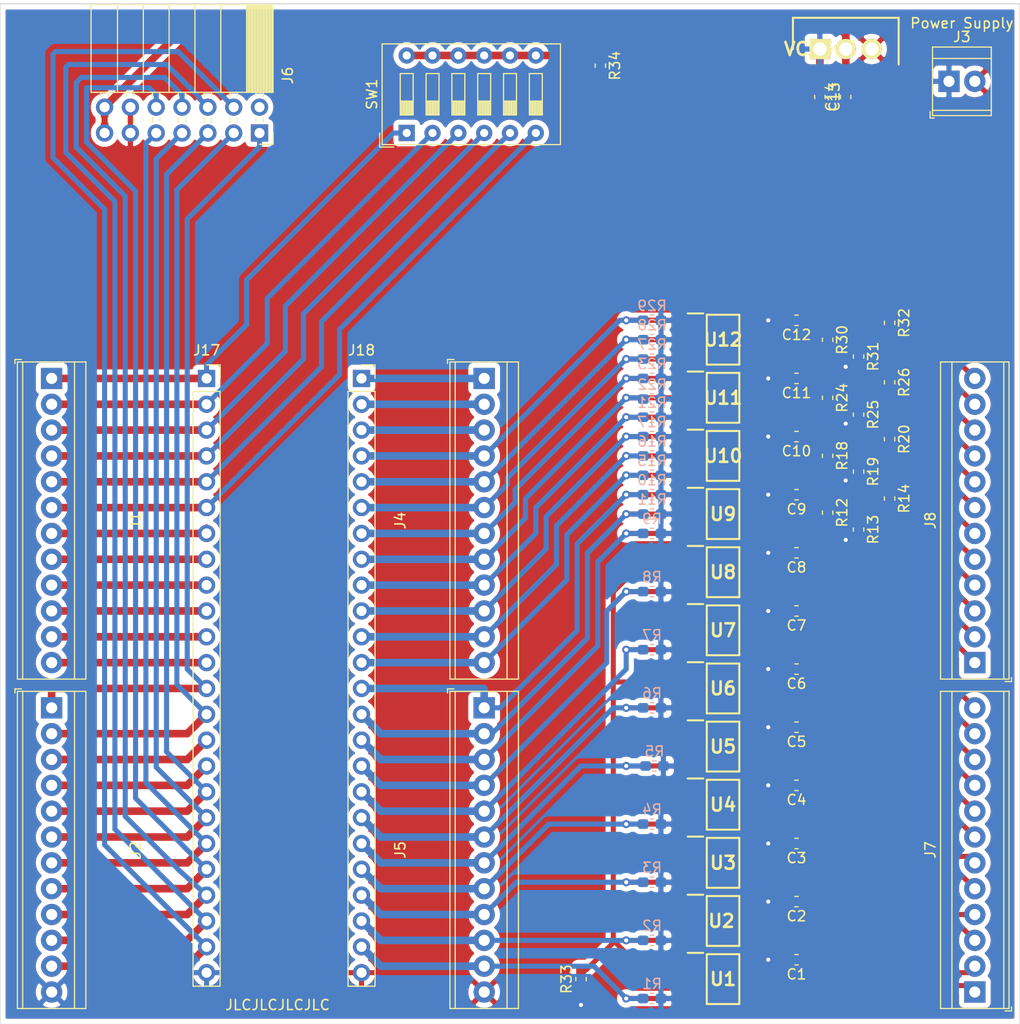
<source format=kicad_pcb>
(kicad_pcb (version 20171130) (host pcbnew "(5.1.5-0-10_14)")

  (general
    (thickness 1.6)
    (drawings 2)
    (tracks 427)
    (zones 0)
    (modules 72)
    (nets 77)
  )

  (page A4)
  (layers
    (0 F.Cu signal)
    (31 B.Cu signal)
    (32 B.Adhes user hide)
    (33 F.Adhes user hide)
    (34 B.Paste user)
    (35 F.Paste user)
    (36 B.SilkS user)
    (37 F.SilkS user)
    (38 B.Mask user)
    (39 F.Mask user)
    (40 Dwgs.User user hide)
    (41 Cmts.User user hide)
    (42 Eco1.User user hide)
    (43 Eco2.User user hide)
    (44 Edge.Cuts user hide)
    (45 Margin user hide)
    (46 B.CrtYd user hide)
    (47 F.CrtYd user hide)
    (48 B.Fab user hide)
    (49 F.Fab user hide)
  )

  (setup
    (last_trace_width 0.5)
    (user_trace_width 0.5)
    (user_trace_width 0.75)
    (trace_clearance 0.2)
    (zone_clearance 0.508)
    (zone_45_only no)
    (trace_min 0.2)
    (via_size 0.8)
    (via_drill 0.4)
    (via_min_size 0.4)
    (via_min_drill 0.3)
    (uvia_size 0.3)
    (uvia_drill 0.1)
    (uvias_allowed no)
    (uvia_min_size 0.2)
    (uvia_min_drill 0.1)
    (edge_width 0.05)
    (segment_width 0.2)
    (pcb_text_width 0.3)
    (pcb_text_size 1.5 1.5)
    (mod_edge_width 0.12)
    (mod_text_size 1 1)
    (mod_text_width 0.15)
    (pad_size 1.05 0.95)
    (pad_drill 0)
    (pad_to_mask_clearance 0.051)
    (solder_mask_min_width 0.25)
    (aux_axis_origin 0 0)
    (visible_elements FFFFFF7F)
    (pcbplotparams
      (layerselection 0x010fc_ffffffff)
      (usegerberextensions false)
      (usegerberattributes false)
      (usegerberadvancedattributes false)
      (creategerberjobfile false)
      (excludeedgelayer true)
      (linewidth 0.100000)
      (plotframeref false)
      (viasonmask false)
      (mode 1)
      (useauxorigin false)
      (hpglpennumber 1)
      (hpglpenspeed 20)
      (hpglpendiameter 15.000000)
      (psnegative false)
      (psa4output false)
      (plotreference true)
      (plotvalue true)
      (plotinvisibletext false)
      (padsonsilk false)
      (subtractmaskfromsilk false)
      (outputformat 1)
      (mirror false)
      (drillshape 0)
      (scaleselection 1)
      (outputdirectory "export v2/"))
  )

  (net 0 "")
  (net 1 "Net-(J1-Pad1)")
  (net 2 "Net-(J1-Pad2)")
  (net 3 "Net-(J1-Pad3)")
  (net 4 "Net-(J1-Pad4)")
  (net 5 "Net-(J1-Pad5)")
  (net 6 "Net-(J1-Pad6)")
  (net 7 "Net-(J1-Pad7)")
  (net 8 "Net-(J1-Pad8)")
  (net 9 "Net-(J1-Pad9)")
  (net 10 "Net-(J1-Pad10)")
  (net 11 "Net-(J1-Pad11)")
  (net 12 "Net-(J1-Pad12)")
  (net 13 "Net-(J7-Pad1)")
  (net 14 "Net-(J8-Pad1)")
  (net 15 "Net-(J17-Pad13)")
  (net 16 "Net-(J17-Pad14)")
  (net 17 "Net-(J17-Pad15)")
  (net 18 "Net-(J17-Pad16)")
  (net 19 "Net-(J17-Pad17)")
  (net 20 "Net-(J17-Pad18)")
  (net 21 "Net-(J17-Pad19)")
  (net 22 "Net-(J17-Pad20)")
  (net 23 "Net-(J17-Pad21)")
  (net 24 "Net-(J17-Pad22)")
  (net 25 "Net-(J17-Pad23)")
  (net 26 "Net-(J18-Pad23)")
  (net 27 "Net-(J18-Pad22)")
  (net 28 "Net-(J18-Pad21)")
  (net 29 "Net-(J18-Pad20)")
  (net 30 "Net-(J18-Pad19)")
  (net 31 "Net-(J18-Pad18)")
  (net 32 "Net-(J18-Pad17)")
  (net 33 "Net-(J18-Pad16)")
  (net 34 "Net-(J18-Pad15)")
  (net 35 "Net-(J18-Pad14)")
  (net 36 "Net-(J18-Pad13)")
  (net 37 "Net-(J18-Pad10)")
  (net 38 "Net-(J18-Pad9)")
  (net 39 "Net-(J18-Pad8)")
  (net 40 "Net-(J18-Pad7)")
  (net 41 "Net-(J18-Pad6)")
  (net 42 "Net-(J18-Pad5)")
  (net 43 "Net-(J18-Pad4)")
  (net 44 "Net-(J18-Pad3)")
  (net 45 "Net-(J18-Pad2)")
  (net 46 "Net-(J18-Pad1)")
  (net 47 +5V)
  (net 48 GND)
  (net 49 "Net-(J6-Pad2)")
  (net 50 "Net-(J18-Pad12)")
  (net 51 "Net-(J18-Pad11)")
  (net 52 "Net-(J7-Pad12)")
  (net 53 "Net-(J7-Pad11)")
  (net 54 "Net-(J7-Pad10)")
  (net 55 "Net-(J7-Pad9)")
  (net 56 "Net-(J7-Pad8)")
  (net 57 "Net-(J7-Pad7)")
  (net 58 "Net-(J7-Pad6)")
  (net 59 "Net-(J7-Pad5)")
  (net 60 "Net-(J7-Pad4)")
  (net 61 "Net-(J7-Pad3)")
  (net 62 "Net-(J7-Pad2)")
  (net 63 "Net-(J8-Pad12)")
  (net 64 "Net-(J8-Pad11)")
  (net 65 "Net-(J8-Pad10)")
  (net 66 "Net-(J8-Pad9)")
  (net 67 "Net-(J8-Pad8)")
  (net 68 "Net-(J8-Pad7)")
  (net 69 "Net-(J8-Pad6)")
  (net 70 "Net-(J8-Pad5)")
  (net 71 "Net-(J8-Pad4)")
  (net 72 "Net-(J8-Pad3)")
  (net 73 "Net-(J8-Pad2)")
  (net 74 +3V3)
  (net 75 "Net-(R33-Pad2)")
  (net 76 "Net-(R34-Pad1)")

  (net_class Default "Dies ist die voreingestellte Netzklasse."
    (clearance 0.2)
    (trace_width 0.25)
    (via_dia 0.8)
    (via_drill 0.4)
    (uvia_dia 0.3)
    (uvia_drill 0.1)
    (add_net +3V3)
    (add_net +5V)
    (add_net GND)
    (add_net "Net-(J1-Pad1)")
    (add_net "Net-(J1-Pad10)")
    (add_net "Net-(J1-Pad11)")
    (add_net "Net-(J1-Pad12)")
    (add_net "Net-(J1-Pad2)")
    (add_net "Net-(J1-Pad3)")
    (add_net "Net-(J1-Pad4)")
    (add_net "Net-(J1-Pad5)")
    (add_net "Net-(J1-Pad6)")
    (add_net "Net-(J1-Pad7)")
    (add_net "Net-(J1-Pad8)")
    (add_net "Net-(J1-Pad9)")
    (add_net "Net-(J17-Pad13)")
    (add_net "Net-(J17-Pad14)")
    (add_net "Net-(J17-Pad15)")
    (add_net "Net-(J17-Pad16)")
    (add_net "Net-(J17-Pad17)")
    (add_net "Net-(J17-Pad18)")
    (add_net "Net-(J17-Pad19)")
    (add_net "Net-(J17-Pad20)")
    (add_net "Net-(J17-Pad21)")
    (add_net "Net-(J17-Pad22)")
    (add_net "Net-(J17-Pad23)")
    (add_net "Net-(J18-Pad1)")
    (add_net "Net-(J18-Pad10)")
    (add_net "Net-(J18-Pad11)")
    (add_net "Net-(J18-Pad12)")
    (add_net "Net-(J18-Pad13)")
    (add_net "Net-(J18-Pad14)")
    (add_net "Net-(J18-Pad15)")
    (add_net "Net-(J18-Pad16)")
    (add_net "Net-(J18-Pad17)")
    (add_net "Net-(J18-Pad18)")
    (add_net "Net-(J18-Pad19)")
    (add_net "Net-(J18-Pad2)")
    (add_net "Net-(J18-Pad20)")
    (add_net "Net-(J18-Pad21)")
    (add_net "Net-(J18-Pad22)")
    (add_net "Net-(J18-Pad23)")
    (add_net "Net-(J18-Pad3)")
    (add_net "Net-(J18-Pad4)")
    (add_net "Net-(J18-Pad5)")
    (add_net "Net-(J18-Pad6)")
    (add_net "Net-(J18-Pad7)")
    (add_net "Net-(J18-Pad8)")
    (add_net "Net-(J18-Pad9)")
    (add_net "Net-(J6-Pad2)")
    (add_net "Net-(J7-Pad1)")
    (add_net "Net-(J7-Pad10)")
    (add_net "Net-(J7-Pad11)")
    (add_net "Net-(J7-Pad12)")
    (add_net "Net-(J7-Pad2)")
    (add_net "Net-(J7-Pad3)")
    (add_net "Net-(J7-Pad4)")
    (add_net "Net-(J7-Pad5)")
    (add_net "Net-(J7-Pad6)")
    (add_net "Net-(J7-Pad7)")
    (add_net "Net-(J7-Pad8)")
    (add_net "Net-(J7-Pad9)")
    (add_net "Net-(J8-Pad1)")
    (add_net "Net-(J8-Pad10)")
    (add_net "Net-(J8-Pad11)")
    (add_net "Net-(J8-Pad12)")
    (add_net "Net-(J8-Pad2)")
    (add_net "Net-(J8-Pad3)")
    (add_net "Net-(J8-Pad4)")
    (add_net "Net-(J8-Pad5)")
    (add_net "Net-(J8-Pad6)")
    (add_net "Net-(J8-Pad7)")
    (add_net "Net-(J8-Pad8)")
    (add_net "Net-(J8-Pad9)")
    (add_net "Net-(R33-Pad2)")
    (add_net "Net-(R34-Pad1)")
  )

  (module LD1117V33:TO255P460X1020X2008-3P (layer F.Cu) (tedit 5F4CDE42) (tstamp 5F4E4359)
    (at 92.71 16.51)
    (descr "3-Pin TO-220")
    (tags "Integrated Circuit")
    (path /5F6D9254)
    (fp_text reference VCC3v3 (at 0 0) (layer F.SilkS)
      (effects (font (size 1.27 1.27) (thickness 0.254)))
    )
    (fp_text value LD1117V33 (at 0 0) (layer F.SilkS) hide
      (effects (font (size 1.27 1.27) (thickness 0.254)))
    )
    (fp_line (start -2.65 -3.07) (end -2.65 0) (layer F.SilkS) (width 0.2))
    (fp_line (start 7.75 -3.07) (end -2.65 -3.07) (layer F.SilkS) (width 0.2))
    (fp_line (start 7.75 1.53) (end 7.75 -3.07) (layer F.SilkS) (width 0.2))
    (fp_line (start -2.65 -1.795) (end -1.375 -3.07) (layer Dwgs.User) (width 0.1))
    (fp_line (start -2.65 1.53) (end -2.65 -3.07) (layer Dwgs.User) (width 0.1))
    (fp_line (start 7.75 1.53) (end -2.65 1.53) (layer Dwgs.User) (width 0.1))
    (fp_line (start 7.75 -3.07) (end 7.75 1.53) (layer Dwgs.User) (width 0.1))
    (fp_line (start -2.65 -3.07) (end 7.75 -3.07) (layer Dwgs.User) (width 0.1))
    (fp_line (start -2.9 1.78) (end -2.9 -3.32) (layer Dwgs.User) (width 0.05))
    (fp_line (start 8 1.78) (end -2.9 1.78) (layer Dwgs.User) (width 0.05))
    (fp_line (start 8 -3.32) (end 8 1.78) (layer Dwgs.User) (width 0.05))
    (fp_line (start -2.9 -3.32) (end 8 -3.32) (layer Dwgs.User) (width 0.05))
    (pad 3 thru_hole circle (at 5.1 0 90) (size 1.98 1.98) (drill 1.32) (layers *.Cu *.Mask F.SilkS)
      (net 48 GND))
    (pad 2 thru_hole circle (at 2.55 0 90) (size 1.98 1.98) (drill 1.32) (layers *.Cu *.Mask F.SilkS)
      (net 74 +3V3))
    (pad 1 thru_hole rect (at 0 0 90) (size 1.98 1.98) (drill 1.32) (layers *.Cu *.Mask F.SilkS)
      (net 47 +5V))
  )

  (module Resistor_SMD:R_0603_1608Metric_Pad1.05x0.95mm_HandSolder (layer F.Cu) (tedit 5B301BBD) (tstamp 5F891516)
    (at 99.568 43.434 270)
    (descr "Resistor SMD 0603 (1608 Metric), square (rectangular) end terminal, IPC_7351 nominal with elongated pad for handsoldering. (Body size source: http://www.tortai-tech.com/upload/download/2011102023233369053.pdf), generated with kicad-footprint-generator")
    (tags "resistor handsolder")
    (path /5F96C254)
    (attr smd)
    (fp_text reference R32 (at 0 -1.43 90) (layer F.SilkS)
      (effects (font (size 1 1) (thickness 0.15)))
    )
    (fp_text value R20k (at 0 1.43 90) (layer F.Fab)
      (effects (font (size 1 1) (thickness 0.15)))
    )
    (fp_text user %R (at 0 0 90) (layer F.Fab)
      (effects (font (size 0.4 0.4) (thickness 0.06)))
    )
    (fp_line (start 1.65 0.73) (end -1.65 0.73) (layer F.CrtYd) (width 0.05))
    (fp_line (start 1.65 -0.73) (end 1.65 0.73) (layer F.CrtYd) (width 0.05))
    (fp_line (start -1.65 -0.73) (end 1.65 -0.73) (layer F.CrtYd) (width 0.05))
    (fp_line (start -1.65 0.73) (end -1.65 -0.73) (layer F.CrtYd) (width 0.05))
    (fp_line (start -0.171267 0.51) (end 0.171267 0.51) (layer F.SilkS) (width 0.12))
    (fp_line (start -0.171267 -0.51) (end 0.171267 -0.51) (layer F.SilkS) (width 0.12))
    (fp_line (start 0.8 0.4) (end -0.8 0.4) (layer F.Fab) (width 0.1))
    (fp_line (start 0.8 -0.4) (end 0.8 0.4) (layer F.Fab) (width 0.1))
    (fp_line (start -0.8 -0.4) (end 0.8 -0.4) (layer F.Fab) (width 0.1))
    (fp_line (start -0.8 0.4) (end -0.8 -0.4) (layer F.Fab) (width 0.1))
    (pad 2 smd roundrect (at 0.875 0 270) (size 1.05 0.95) (layers F.Cu F.Paste F.Mask) (roundrect_rratio 0.25)
      (net 63 "Net-(J8-Pad12)"))
    (pad 1 smd roundrect (at -0.875 0 270) (size 1.05 0.95) (layers F.Cu F.Paste F.Mask) (roundrect_rratio 0.25)
      (net 48 GND))
    (model ${KISYS3DMOD}/Resistor_SMD.3dshapes/R_0603_1608Metric.wrl
      (at (xyz 0 0 0))
      (scale (xyz 1 1 1))
      (rotate (xyz 0 0 0))
    )
  )

  (module Resistor_SMD:R_0603_1608Metric_Pad1.05x0.95mm_HandSolder (layer F.Cu) (tedit 5B301BBD) (tstamp 5F891505)
    (at 96.52 46.736 270)
    (descr "Resistor SMD 0603 (1608 Metric), square (rectangular) end terminal, IPC_7351 nominal with elongated pad for handsoldering. (Body size source: http://www.tortai-tech.com/upload/download/2011102023233369053.pdf), generated with kicad-footprint-generator")
    (tags "resistor handsolder")
    (path /5F96D749)
    (attr smd)
    (fp_text reference R31 (at 0 -1.43 90) (layer F.SilkS)
      (effects (font (size 1 1) (thickness 0.15)))
    )
    (fp_text value R20k (at 0 1.43 90) (layer F.Fab)
      (effects (font (size 1 1) (thickness 0.15)))
    )
    (fp_text user %R (at 0 0 90) (layer F.Fab)
      (effects (font (size 0.4 0.4) (thickness 0.06)))
    )
    (fp_line (start 1.65 0.73) (end -1.65 0.73) (layer F.CrtYd) (width 0.05))
    (fp_line (start 1.65 -0.73) (end 1.65 0.73) (layer F.CrtYd) (width 0.05))
    (fp_line (start -1.65 -0.73) (end 1.65 -0.73) (layer F.CrtYd) (width 0.05))
    (fp_line (start -1.65 0.73) (end -1.65 -0.73) (layer F.CrtYd) (width 0.05))
    (fp_line (start -0.171267 0.51) (end 0.171267 0.51) (layer F.SilkS) (width 0.12))
    (fp_line (start -0.171267 -0.51) (end 0.171267 -0.51) (layer F.SilkS) (width 0.12))
    (fp_line (start 0.8 0.4) (end -0.8 0.4) (layer F.Fab) (width 0.1))
    (fp_line (start 0.8 -0.4) (end 0.8 0.4) (layer F.Fab) (width 0.1))
    (fp_line (start -0.8 -0.4) (end 0.8 -0.4) (layer F.Fab) (width 0.1))
    (fp_line (start -0.8 0.4) (end -0.8 -0.4) (layer F.Fab) (width 0.1))
    (pad 2 smd roundrect (at 0.875 0 270) (size 1.05 0.95) (layers F.Cu F.Paste F.Mask) (roundrect_rratio 0.25)
      (net 47 +5V))
    (pad 1 smd roundrect (at -0.875 0 270) (size 1.05 0.95) (layers F.Cu F.Paste F.Mask) (roundrect_rratio 0.25)
      (net 64 "Net-(J8-Pad11)"))
    (model ${KISYS3DMOD}/Resistor_SMD.3dshapes/R_0603_1608Metric.wrl
      (at (xyz 0 0 0))
      (scale (xyz 1 1 1))
      (rotate (xyz 0 0 0))
    )
  )

  (module Resistor_SMD:R_0603_1608Metric_Pad1.05x0.95mm_HandSolder (layer F.Cu) (tedit 5B301BBD) (tstamp 5F8914F4)
    (at 93.472 45.099 270)
    (descr "Resistor SMD 0603 (1608 Metric), square (rectangular) end terminal, IPC_7351 nominal with elongated pad for handsoldering. (Body size source: http://www.tortai-tech.com/upload/download/2011102023233369053.pdf), generated with kicad-footprint-generator")
    (tags "resistor handsolder")
    (path /5F8F7CE8)
    (attr smd)
    (fp_text reference R30 (at 0 -1.43 90) (layer F.SilkS)
      (effects (font (size 1 1) (thickness 0.15)))
    )
    (fp_text value R110 (at 0 1.43 90) (layer F.Fab)
      (effects (font (size 1 1) (thickness 0.15)))
    )
    (fp_text user %R (at 0 0 90) (layer F.Fab)
      (effects (font (size 0.4 0.4) (thickness 0.06)))
    )
    (fp_line (start 1.65 0.73) (end -1.65 0.73) (layer F.CrtYd) (width 0.05))
    (fp_line (start 1.65 -0.73) (end 1.65 0.73) (layer F.CrtYd) (width 0.05))
    (fp_line (start -1.65 -0.73) (end 1.65 -0.73) (layer F.CrtYd) (width 0.05))
    (fp_line (start -1.65 0.73) (end -1.65 -0.73) (layer F.CrtYd) (width 0.05))
    (fp_line (start -0.171267 0.51) (end 0.171267 0.51) (layer F.SilkS) (width 0.12))
    (fp_line (start -0.171267 -0.51) (end 0.171267 -0.51) (layer F.SilkS) (width 0.12))
    (fp_line (start 0.8 0.4) (end -0.8 0.4) (layer F.Fab) (width 0.1))
    (fp_line (start 0.8 -0.4) (end 0.8 0.4) (layer F.Fab) (width 0.1))
    (fp_line (start -0.8 -0.4) (end 0.8 -0.4) (layer F.Fab) (width 0.1))
    (fp_line (start -0.8 0.4) (end -0.8 -0.4) (layer F.Fab) (width 0.1))
    (pad 2 smd roundrect (at 0.875 0 270) (size 1.05 0.95) (layers F.Cu F.Paste F.Mask) (roundrect_rratio 0.25)
      (net 64 "Net-(J8-Pad11)"))
    (pad 1 smd roundrect (at -0.875 0 270) (size 1.05 0.95) (layers F.Cu F.Paste F.Mask) (roundrect_rratio 0.25)
      (net 63 "Net-(J8-Pad12)"))
    (model ${KISYS3DMOD}/Resistor_SMD.3dshapes/R_0603_1608Metric.wrl
      (at (xyz 0 0 0))
      (scale (xyz 1 1 1))
      (rotate (xyz 0 0 0))
    )
  )

  (module Resistor_SMD:R_0603_1608Metric_Pad1.05x0.95mm_HandSolder (layer F.Cu) (tedit 5B301BBD) (tstamp 5F8914B3)
    (at 99.568 49.276 270)
    (descr "Resistor SMD 0603 (1608 Metric), square (rectangular) end terminal, IPC_7351 nominal with elongated pad for handsoldering. (Body size source: http://www.tortai-tech.com/upload/download/2011102023233369053.pdf), generated with kicad-footprint-generator")
    (tags "resistor handsolder")
    (path /5F969E46)
    (attr smd)
    (fp_text reference R26 (at 0 -1.43 90) (layer F.SilkS)
      (effects (font (size 1 1) (thickness 0.15)))
    )
    (fp_text value R20k (at 0 1.43 90) (layer F.Fab)
      (effects (font (size 1 1) (thickness 0.15)))
    )
    (fp_text user %R (at 0 0 90) (layer F.Fab)
      (effects (font (size 0.4 0.4) (thickness 0.06)))
    )
    (fp_line (start 1.65 0.73) (end -1.65 0.73) (layer F.CrtYd) (width 0.05))
    (fp_line (start 1.65 -0.73) (end 1.65 0.73) (layer F.CrtYd) (width 0.05))
    (fp_line (start -1.65 -0.73) (end 1.65 -0.73) (layer F.CrtYd) (width 0.05))
    (fp_line (start -1.65 0.73) (end -1.65 -0.73) (layer F.CrtYd) (width 0.05))
    (fp_line (start -0.171267 0.51) (end 0.171267 0.51) (layer F.SilkS) (width 0.12))
    (fp_line (start -0.171267 -0.51) (end 0.171267 -0.51) (layer F.SilkS) (width 0.12))
    (fp_line (start 0.8 0.4) (end -0.8 0.4) (layer F.Fab) (width 0.1))
    (fp_line (start 0.8 -0.4) (end 0.8 0.4) (layer F.Fab) (width 0.1))
    (fp_line (start -0.8 -0.4) (end 0.8 -0.4) (layer F.Fab) (width 0.1))
    (fp_line (start -0.8 0.4) (end -0.8 -0.4) (layer F.Fab) (width 0.1))
    (pad 2 smd roundrect (at 0.875 0 270) (size 1.05 0.95) (layers F.Cu F.Paste F.Mask) (roundrect_rratio 0.25)
      (net 65 "Net-(J8-Pad10)"))
    (pad 1 smd roundrect (at -0.875 0 270) (size 1.05 0.95) (layers F.Cu F.Paste F.Mask) (roundrect_rratio 0.25)
      (net 48 GND))
    (model ${KISYS3DMOD}/Resistor_SMD.3dshapes/R_0603_1608Metric.wrl
      (at (xyz 0 0 0))
      (scale (xyz 1 1 1))
      (rotate (xyz 0 0 0))
    )
  )

  (module Resistor_SMD:R_0603_1608Metric_Pad1.05x0.95mm_HandSolder (layer F.Cu) (tedit 5B301BBD) (tstamp 5F8914A2)
    (at 96.52 52.451 270)
    (descr "Resistor SMD 0603 (1608 Metric), square (rectangular) end terminal, IPC_7351 nominal with elongated pad for handsoldering. (Body size source: http://www.tortai-tech.com/upload/download/2011102023233369053.pdf), generated with kicad-footprint-generator")
    (tags "resistor handsolder")
    (path /5F96B1AA)
    (attr smd)
    (fp_text reference R25 (at 0 -1.43 90) (layer F.SilkS)
      (effects (font (size 1 1) (thickness 0.15)))
    )
    (fp_text value R20k (at 0 1.43 90) (layer F.Fab)
      (effects (font (size 1 1) (thickness 0.15)))
    )
    (fp_text user %R (at 0 0 90) (layer F.Fab)
      (effects (font (size 0.4 0.4) (thickness 0.06)))
    )
    (fp_line (start 1.65 0.73) (end -1.65 0.73) (layer F.CrtYd) (width 0.05))
    (fp_line (start 1.65 -0.73) (end 1.65 0.73) (layer F.CrtYd) (width 0.05))
    (fp_line (start -1.65 -0.73) (end 1.65 -0.73) (layer F.CrtYd) (width 0.05))
    (fp_line (start -1.65 0.73) (end -1.65 -0.73) (layer F.CrtYd) (width 0.05))
    (fp_line (start -0.171267 0.51) (end 0.171267 0.51) (layer F.SilkS) (width 0.12))
    (fp_line (start -0.171267 -0.51) (end 0.171267 -0.51) (layer F.SilkS) (width 0.12))
    (fp_line (start 0.8 0.4) (end -0.8 0.4) (layer F.Fab) (width 0.1))
    (fp_line (start 0.8 -0.4) (end 0.8 0.4) (layer F.Fab) (width 0.1))
    (fp_line (start -0.8 -0.4) (end 0.8 -0.4) (layer F.Fab) (width 0.1))
    (fp_line (start -0.8 0.4) (end -0.8 -0.4) (layer F.Fab) (width 0.1))
    (pad 2 smd roundrect (at 0.875 0 270) (size 1.05 0.95) (layers F.Cu F.Paste F.Mask) (roundrect_rratio 0.25)
      (net 47 +5V))
    (pad 1 smd roundrect (at -0.875 0 270) (size 1.05 0.95) (layers F.Cu F.Paste F.Mask) (roundrect_rratio 0.25)
      (net 66 "Net-(J8-Pad9)"))
    (model ${KISYS3DMOD}/Resistor_SMD.3dshapes/R_0603_1608Metric.wrl
      (at (xyz 0 0 0))
      (scale (xyz 1 1 1))
      (rotate (xyz 0 0 0))
    )
  )

  (module Resistor_SMD:R_0603_1608Metric_Pad1.05x0.95mm_HandSolder (layer F.Cu) (tedit 5B301BBD) (tstamp 5F891491)
    (at 93.472 50.8 270)
    (descr "Resistor SMD 0603 (1608 Metric), square (rectangular) end terminal, IPC_7351 nominal with elongated pad for handsoldering. (Body size source: http://www.tortai-tech.com/upload/download/2011102023233369053.pdf), generated with kicad-footprint-generator")
    (tags "resistor handsolder")
    (path /5F8F6E75)
    (attr smd)
    (fp_text reference R24 (at 0 -1.43 90) (layer F.SilkS)
      (effects (font (size 1 1) (thickness 0.15)))
    )
    (fp_text value R110 (at 0 1.43 90) (layer F.Fab)
      (effects (font (size 1 1) (thickness 0.15)))
    )
    (fp_text user %R (at 0 0 90) (layer F.Fab)
      (effects (font (size 0.4 0.4) (thickness 0.06)))
    )
    (fp_line (start 1.65 0.73) (end -1.65 0.73) (layer F.CrtYd) (width 0.05))
    (fp_line (start 1.65 -0.73) (end 1.65 0.73) (layer F.CrtYd) (width 0.05))
    (fp_line (start -1.65 -0.73) (end 1.65 -0.73) (layer F.CrtYd) (width 0.05))
    (fp_line (start -1.65 0.73) (end -1.65 -0.73) (layer F.CrtYd) (width 0.05))
    (fp_line (start -0.171267 0.51) (end 0.171267 0.51) (layer F.SilkS) (width 0.12))
    (fp_line (start -0.171267 -0.51) (end 0.171267 -0.51) (layer F.SilkS) (width 0.12))
    (fp_line (start 0.8 0.4) (end -0.8 0.4) (layer F.Fab) (width 0.1))
    (fp_line (start 0.8 -0.4) (end 0.8 0.4) (layer F.Fab) (width 0.1))
    (fp_line (start -0.8 -0.4) (end 0.8 -0.4) (layer F.Fab) (width 0.1))
    (fp_line (start -0.8 0.4) (end -0.8 -0.4) (layer F.Fab) (width 0.1))
    (pad 2 smd roundrect (at 0.875 0 270) (size 1.05 0.95) (layers F.Cu F.Paste F.Mask) (roundrect_rratio 0.25)
      (net 66 "Net-(J8-Pad9)"))
    (pad 1 smd roundrect (at -0.875 0 270) (size 1.05 0.95) (layers F.Cu F.Paste F.Mask) (roundrect_rratio 0.25)
      (net 65 "Net-(J8-Pad10)"))
    (model ${KISYS3DMOD}/Resistor_SMD.3dshapes/R_0603_1608Metric.wrl
      (at (xyz 0 0 0))
      (scale (xyz 1 1 1))
      (rotate (xyz 0 0 0))
    )
  )

  (module Resistor_SMD:R_0603_1608Metric_Pad1.05x0.95mm_HandSolder (layer F.Cu) (tedit 5B301BBD) (tstamp 5F891450)
    (at 99.568 54.864 270)
    (descr "Resistor SMD 0603 (1608 Metric), square (rectangular) end terminal, IPC_7351 nominal with elongated pad for handsoldering. (Body size source: http://www.tortai-tech.com/upload/download/2011102023233369053.pdf), generated with kicad-footprint-generator")
    (tags "resistor handsolder")
    (path /5F967BED)
    (attr smd)
    (fp_text reference R20 (at 0 -1.43 90) (layer F.SilkS)
      (effects (font (size 1 1) (thickness 0.15)))
    )
    (fp_text value R20k (at 0 1.43 90) (layer F.Fab)
      (effects (font (size 1 1) (thickness 0.15)))
    )
    (fp_text user %R (at 0 0 90) (layer F.Fab)
      (effects (font (size 0.4 0.4) (thickness 0.06)))
    )
    (fp_line (start 1.65 0.73) (end -1.65 0.73) (layer F.CrtYd) (width 0.05))
    (fp_line (start 1.65 -0.73) (end 1.65 0.73) (layer F.CrtYd) (width 0.05))
    (fp_line (start -1.65 -0.73) (end 1.65 -0.73) (layer F.CrtYd) (width 0.05))
    (fp_line (start -1.65 0.73) (end -1.65 -0.73) (layer F.CrtYd) (width 0.05))
    (fp_line (start -0.171267 0.51) (end 0.171267 0.51) (layer F.SilkS) (width 0.12))
    (fp_line (start -0.171267 -0.51) (end 0.171267 -0.51) (layer F.SilkS) (width 0.12))
    (fp_line (start 0.8 0.4) (end -0.8 0.4) (layer F.Fab) (width 0.1))
    (fp_line (start 0.8 -0.4) (end 0.8 0.4) (layer F.Fab) (width 0.1))
    (fp_line (start -0.8 -0.4) (end 0.8 -0.4) (layer F.Fab) (width 0.1))
    (fp_line (start -0.8 0.4) (end -0.8 -0.4) (layer F.Fab) (width 0.1))
    (pad 2 smd roundrect (at 0.875 0 270) (size 1.05 0.95) (layers F.Cu F.Paste F.Mask) (roundrect_rratio 0.25)
      (net 67 "Net-(J8-Pad8)"))
    (pad 1 smd roundrect (at -0.875 0 270) (size 1.05 0.95) (layers F.Cu F.Paste F.Mask) (roundrect_rratio 0.25)
      (net 48 GND))
    (model ${KISYS3DMOD}/Resistor_SMD.3dshapes/R_0603_1608Metric.wrl
      (at (xyz 0 0 0))
      (scale (xyz 1 1 1))
      (rotate (xyz 0 0 0))
    )
  )

  (module Resistor_SMD:R_0603_1608Metric_Pad1.05x0.95mm_HandSolder (layer F.Cu) (tedit 5B301BBD) (tstamp 5F89143F)
    (at 96.52 58.053 270)
    (descr "Resistor SMD 0603 (1608 Metric), square (rectangular) end terminal, IPC_7351 nominal with elongated pad for handsoldering. (Body size source: http://www.tortai-tech.com/upload/download/2011102023233369053.pdf), generated with kicad-footprint-generator")
    (tags "resistor handsolder")
    (path /5F968BD9)
    (attr smd)
    (fp_text reference R19 (at 0 -1.43 90) (layer F.SilkS)
      (effects (font (size 1 1) (thickness 0.15)))
    )
    (fp_text value R20k (at 0 1.43 90) (layer F.Fab)
      (effects (font (size 1 1) (thickness 0.15)))
    )
    (fp_text user %R (at 0 0 90) (layer F.Fab)
      (effects (font (size 0.4 0.4) (thickness 0.06)))
    )
    (fp_line (start 1.65 0.73) (end -1.65 0.73) (layer F.CrtYd) (width 0.05))
    (fp_line (start 1.65 -0.73) (end 1.65 0.73) (layer F.CrtYd) (width 0.05))
    (fp_line (start -1.65 -0.73) (end 1.65 -0.73) (layer F.CrtYd) (width 0.05))
    (fp_line (start -1.65 0.73) (end -1.65 -0.73) (layer F.CrtYd) (width 0.05))
    (fp_line (start -0.171267 0.51) (end 0.171267 0.51) (layer F.SilkS) (width 0.12))
    (fp_line (start -0.171267 -0.51) (end 0.171267 -0.51) (layer F.SilkS) (width 0.12))
    (fp_line (start 0.8 0.4) (end -0.8 0.4) (layer F.Fab) (width 0.1))
    (fp_line (start 0.8 -0.4) (end 0.8 0.4) (layer F.Fab) (width 0.1))
    (fp_line (start -0.8 -0.4) (end 0.8 -0.4) (layer F.Fab) (width 0.1))
    (fp_line (start -0.8 0.4) (end -0.8 -0.4) (layer F.Fab) (width 0.1))
    (pad 2 smd roundrect (at 0.875 0 270) (size 1.05 0.95) (layers F.Cu F.Paste F.Mask) (roundrect_rratio 0.25)
      (net 47 +5V))
    (pad 1 smd roundrect (at -0.875 0 270) (size 1.05 0.95) (layers F.Cu F.Paste F.Mask) (roundrect_rratio 0.25)
      (net 68 "Net-(J8-Pad7)"))
    (model ${KISYS3DMOD}/Resistor_SMD.3dshapes/R_0603_1608Metric.wrl
      (at (xyz 0 0 0))
      (scale (xyz 1 1 1))
      (rotate (xyz 0 0 0))
    )
  )

  (module Resistor_SMD:R_0603_1608Metric_Pad1.05x0.95mm_HandSolder (layer F.Cu) (tedit 5B301BBD) (tstamp 5F89142E)
    (at 93.472 56.501 270)
    (descr "Resistor SMD 0603 (1608 Metric), square (rectangular) end terminal, IPC_7351 nominal with elongated pad for handsoldering. (Body size source: http://www.tortai-tech.com/upload/download/2011102023233369053.pdf), generated with kicad-footprint-generator")
    (tags "resistor handsolder")
    (path /5F8F5D33)
    (attr smd)
    (fp_text reference R18 (at 0 -1.43 90) (layer F.SilkS)
      (effects (font (size 1 1) (thickness 0.15)))
    )
    (fp_text value R110 (at 0 1.43 90) (layer F.Fab)
      (effects (font (size 1 1) (thickness 0.15)))
    )
    (fp_text user %R (at 0 0 90) (layer F.Fab)
      (effects (font (size 0.4 0.4) (thickness 0.06)))
    )
    (fp_line (start 1.65 0.73) (end -1.65 0.73) (layer F.CrtYd) (width 0.05))
    (fp_line (start 1.65 -0.73) (end 1.65 0.73) (layer F.CrtYd) (width 0.05))
    (fp_line (start -1.65 -0.73) (end 1.65 -0.73) (layer F.CrtYd) (width 0.05))
    (fp_line (start -1.65 0.73) (end -1.65 -0.73) (layer F.CrtYd) (width 0.05))
    (fp_line (start -0.171267 0.51) (end 0.171267 0.51) (layer F.SilkS) (width 0.12))
    (fp_line (start -0.171267 -0.51) (end 0.171267 -0.51) (layer F.SilkS) (width 0.12))
    (fp_line (start 0.8 0.4) (end -0.8 0.4) (layer F.Fab) (width 0.1))
    (fp_line (start 0.8 -0.4) (end 0.8 0.4) (layer F.Fab) (width 0.1))
    (fp_line (start -0.8 -0.4) (end 0.8 -0.4) (layer F.Fab) (width 0.1))
    (fp_line (start -0.8 0.4) (end -0.8 -0.4) (layer F.Fab) (width 0.1))
    (pad 2 smd roundrect (at 0.875 0 270) (size 1.05 0.95) (layers F.Cu F.Paste F.Mask) (roundrect_rratio 0.25)
      (net 68 "Net-(J8-Pad7)"))
    (pad 1 smd roundrect (at -0.875 0 270) (size 1.05 0.95) (layers F.Cu F.Paste F.Mask) (roundrect_rratio 0.25)
      (net 67 "Net-(J8-Pad8)"))
    (model ${KISYS3DMOD}/Resistor_SMD.3dshapes/R_0603_1608Metric.wrl
      (at (xyz 0 0 0))
      (scale (xyz 1 1 1))
      (rotate (xyz 0 0 0))
    )
  )

  (module Resistor_SMD:R_0603_1608Metric_Pad1.05x0.95mm_HandSolder (layer F.Cu) (tedit 5B301BBD) (tstamp 5F8913ED)
    (at 99.568 60.706 270)
    (descr "Resistor SMD 0603 (1608 Metric), square (rectangular) end terminal, IPC_7351 nominal with elongated pad for handsoldering. (Body size source: http://www.tortai-tech.com/upload/download/2011102023233369053.pdf), generated with kicad-footprint-generator")
    (tags "resistor handsolder")
    (path /5F966CE3)
    (attr smd)
    (fp_text reference R14 (at 0 -1.43 90) (layer F.SilkS)
      (effects (font (size 1 1) (thickness 0.15)))
    )
    (fp_text value R20k (at 0 1.43 90) (layer F.Fab)
      (effects (font (size 1 1) (thickness 0.15)))
    )
    (fp_text user %R (at 0 0 90) (layer F.Fab)
      (effects (font (size 0.4 0.4) (thickness 0.06)))
    )
    (fp_line (start 1.65 0.73) (end -1.65 0.73) (layer F.CrtYd) (width 0.05))
    (fp_line (start 1.65 -0.73) (end 1.65 0.73) (layer F.CrtYd) (width 0.05))
    (fp_line (start -1.65 -0.73) (end 1.65 -0.73) (layer F.CrtYd) (width 0.05))
    (fp_line (start -1.65 0.73) (end -1.65 -0.73) (layer F.CrtYd) (width 0.05))
    (fp_line (start -0.171267 0.51) (end 0.171267 0.51) (layer F.SilkS) (width 0.12))
    (fp_line (start -0.171267 -0.51) (end 0.171267 -0.51) (layer F.SilkS) (width 0.12))
    (fp_line (start 0.8 0.4) (end -0.8 0.4) (layer F.Fab) (width 0.1))
    (fp_line (start 0.8 -0.4) (end 0.8 0.4) (layer F.Fab) (width 0.1))
    (fp_line (start -0.8 -0.4) (end 0.8 -0.4) (layer F.Fab) (width 0.1))
    (fp_line (start -0.8 0.4) (end -0.8 -0.4) (layer F.Fab) (width 0.1))
    (pad 2 smd roundrect (at 0.875 0 270) (size 1.05 0.95) (layers F.Cu F.Paste F.Mask) (roundrect_rratio 0.25)
      (net 69 "Net-(J8-Pad6)"))
    (pad 1 smd roundrect (at -0.875 0 270) (size 1.05 0.95) (layers F.Cu F.Paste F.Mask) (roundrect_rratio 0.25)
      (net 48 GND))
    (model ${KISYS3DMOD}/Resistor_SMD.3dshapes/R_0603_1608Metric.wrl
      (at (xyz 0 0 0))
      (scale (xyz 1 1 1))
      (rotate (xyz 0 0 0))
    )
  )

  (module Resistor_SMD:R_0603_1608Metric_Pad1.05x0.95mm_HandSolder (layer F.Cu) (tedit 5B301BBD) (tstamp 5F8913DC)
    (at 96.52 63.754 270)
    (descr "Resistor SMD 0603 (1608 Metric), square (rectangular) end terminal, IPC_7351 nominal with elongated pad for handsoldering. (Body size source: http://www.tortai-tech.com/upload/download/2011102023233369053.pdf), generated with kicad-footprint-generator")
    (tags "resistor handsolder")
    (path /5F964D03)
    (attr smd)
    (fp_text reference R13 (at 0 -1.43 90) (layer F.SilkS)
      (effects (font (size 1 1) (thickness 0.15)))
    )
    (fp_text value R20k (at 0 1.43 90) (layer F.Fab)
      (effects (font (size 1 1) (thickness 0.15)))
    )
    (fp_text user %R (at 0 0 90) (layer F.Fab)
      (effects (font (size 0.4 0.4) (thickness 0.06)))
    )
    (fp_line (start 1.65 0.73) (end -1.65 0.73) (layer F.CrtYd) (width 0.05))
    (fp_line (start 1.65 -0.73) (end 1.65 0.73) (layer F.CrtYd) (width 0.05))
    (fp_line (start -1.65 -0.73) (end 1.65 -0.73) (layer F.CrtYd) (width 0.05))
    (fp_line (start -1.65 0.73) (end -1.65 -0.73) (layer F.CrtYd) (width 0.05))
    (fp_line (start -0.171267 0.51) (end 0.171267 0.51) (layer F.SilkS) (width 0.12))
    (fp_line (start -0.171267 -0.51) (end 0.171267 -0.51) (layer F.SilkS) (width 0.12))
    (fp_line (start 0.8 0.4) (end -0.8 0.4) (layer F.Fab) (width 0.1))
    (fp_line (start 0.8 -0.4) (end 0.8 0.4) (layer F.Fab) (width 0.1))
    (fp_line (start -0.8 -0.4) (end 0.8 -0.4) (layer F.Fab) (width 0.1))
    (fp_line (start -0.8 0.4) (end -0.8 -0.4) (layer F.Fab) (width 0.1))
    (pad 2 smd roundrect (at 0.875 0 270) (size 1.05 0.95) (layers F.Cu F.Paste F.Mask) (roundrect_rratio 0.25)
      (net 47 +5V))
    (pad 1 smd roundrect (at -0.875 0 270) (size 1.05 0.95) (layers F.Cu F.Paste F.Mask) (roundrect_rratio 0.25)
      (net 70 "Net-(J8-Pad5)"))
    (model ${KISYS3DMOD}/Resistor_SMD.3dshapes/R_0603_1608Metric.wrl
      (at (xyz 0 0 0))
      (scale (xyz 1 1 1))
      (rotate (xyz 0 0 0))
    )
  )

  (module Resistor_SMD:R_0603_1608Metric_Pad1.05x0.95mm_HandSolder (layer F.Cu) (tedit 5B301BBD) (tstamp 5F8913CB)
    (at 93.472 62.089 270)
    (descr "Resistor SMD 0603 (1608 Metric), square (rectangular) end terminal, IPC_7351 nominal with elongated pad for handsoldering. (Body size source: http://www.tortai-tech.com/upload/download/2011102023233369053.pdf), generated with kicad-footprint-generator")
    (tags "resistor handsolder")
    (path /5F8F4C2B)
    (attr smd)
    (fp_text reference R12 (at 0 -1.43 90) (layer F.SilkS)
      (effects (font (size 1 1) (thickness 0.15)))
    )
    (fp_text value R110 (at 0 1.43 90) (layer F.Fab)
      (effects (font (size 1 1) (thickness 0.15)))
    )
    (fp_text user %R (at 0 0 90) (layer F.Fab)
      (effects (font (size 0.4 0.4) (thickness 0.06)))
    )
    (fp_line (start 1.65 0.73) (end -1.65 0.73) (layer F.CrtYd) (width 0.05))
    (fp_line (start 1.65 -0.73) (end 1.65 0.73) (layer F.CrtYd) (width 0.05))
    (fp_line (start -1.65 -0.73) (end 1.65 -0.73) (layer F.CrtYd) (width 0.05))
    (fp_line (start -1.65 0.73) (end -1.65 -0.73) (layer F.CrtYd) (width 0.05))
    (fp_line (start -0.171267 0.51) (end 0.171267 0.51) (layer F.SilkS) (width 0.12))
    (fp_line (start -0.171267 -0.51) (end 0.171267 -0.51) (layer F.SilkS) (width 0.12))
    (fp_line (start 0.8 0.4) (end -0.8 0.4) (layer F.Fab) (width 0.1))
    (fp_line (start 0.8 -0.4) (end 0.8 0.4) (layer F.Fab) (width 0.1))
    (fp_line (start -0.8 -0.4) (end 0.8 -0.4) (layer F.Fab) (width 0.1))
    (fp_line (start -0.8 0.4) (end -0.8 -0.4) (layer F.Fab) (width 0.1))
    (pad 2 smd roundrect (at 0.875 0 270) (size 1.05 0.95) (layers F.Cu F.Paste F.Mask) (roundrect_rratio 0.25)
      (net 70 "Net-(J8-Pad5)"))
    (pad 1 smd roundrect (at -0.875 0 270) (size 1.05 0.95) (layers F.Cu F.Paste F.Mask) (roundrect_rratio 0.25)
      (net 69 "Net-(J8-Pad6)"))
    (model ${KISYS3DMOD}/Resistor_SMD.3dshapes/R_0603_1608Metric.wrl
      (at (xyz 0 0 0))
      (scale (xyz 1 1 1))
      (rotate (xyz 0 0 0))
    )
  )

  (module Resistor_SMD:R_0603_1608Metric_Pad1.05x0.95mm_HandSolder (layer B.Cu) (tedit 5B301BBD) (tstamp 5F8A773E)
    (at 76.214 45.085 180)
    (descr "Resistor SMD 0603 (1608 Metric), square (rectangular) end terminal, IPC_7351 nominal with elongated pad for handsoldering. (Body size source: http://www.tortai-tech.com/upload/download/2011102023233369053.pdf), generated with kicad-footprint-generator")
    (tags "resistor handsolder")
    (path /63FC9572)
    (attr smd)
    (fp_text reference R28 (at 0 1.43) (layer B.SilkS)
      (effects (font (size 1 1) (thickness 0.15)) (justify mirror))
    )
    (fp_text value 10k (at 0 -1.43) (layer B.Fab)
      (effects (font (size 1 1) (thickness 0.15)) (justify mirror))
    )
    (fp_text user %R (at 0 0) (layer B.Fab)
      (effects (font (size 0.4 0.4) (thickness 0.06)) (justify mirror))
    )
    (fp_line (start 1.65 -0.73) (end -1.65 -0.73) (layer B.CrtYd) (width 0.05))
    (fp_line (start 1.65 0.73) (end 1.65 -0.73) (layer B.CrtYd) (width 0.05))
    (fp_line (start -1.65 0.73) (end 1.65 0.73) (layer B.CrtYd) (width 0.05))
    (fp_line (start -1.65 -0.73) (end -1.65 0.73) (layer B.CrtYd) (width 0.05))
    (fp_line (start -0.171267 -0.51) (end 0.171267 -0.51) (layer B.SilkS) (width 0.12))
    (fp_line (start -0.171267 0.51) (end 0.171267 0.51) (layer B.SilkS) (width 0.12))
    (fp_line (start 0.8 -0.4) (end -0.8 -0.4) (layer B.Fab) (width 0.1))
    (fp_line (start 0.8 0.4) (end 0.8 -0.4) (layer B.Fab) (width 0.1))
    (fp_line (start -0.8 0.4) (end 0.8 0.4) (layer B.Fab) (width 0.1))
    (fp_line (start -0.8 -0.4) (end -0.8 0.4) (layer B.Fab) (width 0.1))
    (pad 2 smd roundrect (at 0.875 0 180) (size 1.05 0.95) (layers B.Cu B.Paste B.Mask) (roundrect_rratio 0.25)
      (net 42 "Net-(J18-Pad5)"))
    (pad 1 smd roundrect (at -0.875 0 180) (size 1.05 0.95) (layers B.Cu B.Paste B.Mask) (roundrect_rratio 0.25)
      (net 47 +5V))
    (model ${KISYS3DMOD}/Resistor_SMD.3dshapes/R_0603_1608Metric.wrl
      (at (xyz 0 0 0))
      (scale (xyz 1 1 1))
      (rotate (xyz 0 0 0))
    )
  )

  (module Resistor_SMD:R_0603_1608Metric_Pad1.05x0.95mm_HandSolder (layer B.Cu) (tedit 5B301BBD) (tstamp 5F8A770D)
    (at 76.214 50.927 180)
    (descr "Resistor SMD 0603 (1608 Metric), square (rectangular) end terminal, IPC_7351 nominal with elongated pad for handsoldering. (Body size source: http://www.tortai-tech.com/upload/download/2011102023233369053.pdf), generated with kicad-footprint-generator")
    (tags "resistor handsolder")
    (path /63F6E5A9)
    (attr smd)
    (fp_text reference R22 (at 0 1.43) (layer B.SilkS)
      (effects (font (size 1 1) (thickness 0.15)) (justify mirror))
    )
    (fp_text value 10k (at 0 -1.43) (layer B.Fab)
      (effects (font (size 1 1) (thickness 0.15)) (justify mirror))
    )
    (fp_text user %R (at 0 0) (layer B.Fab)
      (effects (font (size 0.4 0.4) (thickness 0.06)) (justify mirror))
    )
    (fp_line (start 1.65 -0.73) (end -1.65 -0.73) (layer B.CrtYd) (width 0.05))
    (fp_line (start 1.65 0.73) (end 1.65 -0.73) (layer B.CrtYd) (width 0.05))
    (fp_line (start -1.65 0.73) (end 1.65 0.73) (layer B.CrtYd) (width 0.05))
    (fp_line (start -1.65 -0.73) (end -1.65 0.73) (layer B.CrtYd) (width 0.05))
    (fp_line (start -0.171267 -0.51) (end 0.171267 -0.51) (layer B.SilkS) (width 0.12))
    (fp_line (start -0.171267 0.51) (end 0.171267 0.51) (layer B.SilkS) (width 0.12))
    (fp_line (start 0.8 -0.4) (end -0.8 -0.4) (layer B.Fab) (width 0.1))
    (fp_line (start 0.8 0.4) (end 0.8 -0.4) (layer B.Fab) (width 0.1))
    (fp_line (start -0.8 0.4) (end 0.8 0.4) (layer B.Fab) (width 0.1))
    (fp_line (start -0.8 -0.4) (end -0.8 0.4) (layer B.Fab) (width 0.1))
    (pad 2 smd roundrect (at 0.875 0 180) (size 1.05 0.95) (layers B.Cu B.Paste B.Mask) (roundrect_rratio 0.25)
      (net 39 "Net-(J18-Pad8)"))
    (pad 1 smd roundrect (at -0.875 0 180) (size 1.05 0.95) (layers B.Cu B.Paste B.Mask) (roundrect_rratio 0.25)
      (net 47 +5V))
    (model ${KISYS3DMOD}/Resistor_SMD.3dshapes/R_0603_1608Metric.wrl
      (at (xyz 0 0 0))
      (scale (xyz 1 1 1))
      (rotate (xyz 0 0 0))
    )
  )

  (module Resistor_SMD:R_0603_1608Metric_Pad1.05x0.95mm_HandSolder (layer B.Cu) (tedit 5B301BBD) (tstamp 5F8A76DC)
    (at 76.214 56.515 180)
    (descr "Resistor SMD 0603 (1608 Metric), square (rectangular) end terminal, IPC_7351 nominal with elongated pad for handsoldering. (Body size source: http://www.tortai-tech.com/upload/download/2011102023233369053.pdf), generated with kicad-footprint-generator")
    (tags "resistor handsolder")
    (path /63F13A68)
    (attr smd)
    (fp_text reference R16 (at 0 1.43) (layer B.SilkS)
      (effects (font (size 1 1) (thickness 0.15)) (justify mirror))
    )
    (fp_text value 10k (at 0 -1.43) (layer B.Fab)
      (effects (font (size 1 1) (thickness 0.15)) (justify mirror))
    )
    (fp_text user %R (at 0 0) (layer B.Fab)
      (effects (font (size 0.4 0.4) (thickness 0.06)) (justify mirror))
    )
    (fp_line (start 1.65 -0.73) (end -1.65 -0.73) (layer B.CrtYd) (width 0.05))
    (fp_line (start 1.65 0.73) (end 1.65 -0.73) (layer B.CrtYd) (width 0.05))
    (fp_line (start -1.65 0.73) (end 1.65 0.73) (layer B.CrtYd) (width 0.05))
    (fp_line (start -1.65 -0.73) (end -1.65 0.73) (layer B.CrtYd) (width 0.05))
    (fp_line (start -0.171267 -0.51) (end 0.171267 -0.51) (layer B.SilkS) (width 0.12))
    (fp_line (start -0.171267 0.51) (end 0.171267 0.51) (layer B.SilkS) (width 0.12))
    (fp_line (start 0.8 -0.4) (end -0.8 -0.4) (layer B.Fab) (width 0.1))
    (fp_line (start 0.8 0.4) (end 0.8 -0.4) (layer B.Fab) (width 0.1))
    (fp_line (start -0.8 0.4) (end 0.8 0.4) (layer B.Fab) (width 0.1))
    (fp_line (start -0.8 -0.4) (end -0.8 0.4) (layer B.Fab) (width 0.1))
    (pad 2 smd roundrect (at 0.875 0 180) (size 1.05 0.95) (layers B.Cu B.Paste B.Mask) (roundrect_rratio 0.25)
      (net 51 "Net-(J18-Pad11)"))
    (pad 1 smd roundrect (at -0.875 0 180) (size 1.05 0.95) (layers B.Cu B.Paste B.Mask) (roundrect_rratio 0.25)
      (net 47 +5V))
    (model ${KISYS3DMOD}/Resistor_SMD.3dshapes/R_0603_1608Metric.wrl
      (at (xyz 0 0 0))
      (scale (xyz 1 1 1))
      (rotate (xyz 0 0 0))
    )
  )

  (module MAX485ESA+T:SOIC127P600X175-8N (layer F.Cu) (tedit 5F887A95) (tstamp 5F88EF85)
    (at 83.185 45.085)
    (descr "8 SO")
    (tags "Integrated Circuit")
    (path /619B359A)
    (attr smd)
    (fp_text reference U12 (at 0 0) (layer F.SilkS)
      (effects (font (size 1.27 1.27) (thickness 0.254)))
    )
    (fp_text value MAX485E (at 0 0) (layer F.SilkS) hide
      (effects (font (size 1.27 1.27) (thickness 0.254)))
    )
    (fp_line (start -3.475 -2.58) (end -1.95 -2.58) (layer F.SilkS) (width 0.2))
    (fp_line (start -1.6 2.45) (end -1.6 -2.45) (layer F.SilkS) (width 0.2))
    (fp_line (start 1.6 2.45) (end -1.6 2.45) (layer F.SilkS) (width 0.2))
    (fp_line (start 1.6 -2.45) (end 1.6 2.45) (layer F.SilkS) (width 0.2))
    (fp_line (start -1.6 -2.45) (end 1.6 -2.45) (layer F.SilkS) (width 0.2))
    (fp_line (start -1.95 -1.18) (end -0.68 -2.45) (layer Dwgs.User) (width 0.1))
    (fp_line (start -1.95 2.45) (end -1.95 -2.45) (layer Dwgs.User) (width 0.1))
    (fp_line (start 1.95 2.45) (end -1.95 2.45) (layer Dwgs.User) (width 0.1))
    (fp_line (start 1.95 -2.45) (end 1.95 2.45) (layer Dwgs.User) (width 0.1))
    (fp_line (start -1.95 -2.45) (end 1.95 -2.45) (layer Dwgs.User) (width 0.1))
    (fp_line (start -3.725 2.75) (end -3.725 -2.75) (layer Dwgs.User) (width 0.05))
    (fp_line (start 3.725 2.75) (end -3.725 2.75) (layer Dwgs.User) (width 0.05))
    (fp_line (start 3.725 -2.75) (end 3.725 2.75) (layer Dwgs.User) (width 0.05))
    (fp_line (start -3.725 -2.75) (end 3.725 -2.75) (layer Dwgs.User) (width 0.05))
    (pad 8 smd rect (at 2.712 -1.905 90) (size 0.65 1.525) (layers F.Cu F.Paste F.Mask)
      (net 47 +5V))
    (pad 7 smd rect (at 2.712 -0.635 90) (size 0.65 1.525) (layers F.Cu F.Paste F.Mask)
      (net 63 "Net-(J8-Pad12)"))
    (pad 6 smd rect (at 2.712 0.635 90) (size 0.65 1.525) (layers F.Cu F.Paste F.Mask)
      (net 64 "Net-(J8-Pad11)"))
    (pad 5 smd rect (at 2.712 1.905 90) (size 0.65 1.525) (layers F.Cu F.Paste F.Mask)
      (net 48 GND))
    (pad 4 smd rect (at -2.712 1.905 90) (size 0.65 1.525) (layers F.Cu F.Paste F.Mask)
      (net 41 "Net-(J18-Pad6)"))
    (pad 3 smd rect (at -2.712 0.635 90) (size 0.65 1.525) (layers F.Cu F.Paste F.Mask)
      (net 42 "Net-(J18-Pad5)"))
    (pad 2 smd rect (at -2.712 -0.635 90) (size 0.65 1.525) (layers F.Cu F.Paste F.Mask)
      (net 42 "Net-(J18-Pad5)"))
    (pad 1 smd rect (at -2.712 -1.905 90) (size 0.65 1.525) (layers F.Cu F.Paste F.Mask)
      (net 43 "Net-(J18-Pad4)"))
  )

  (module MAX485ESA+T:SOIC127P600X175-8N (layer F.Cu) (tedit 5F887A95) (tstamp 5F88EF6B)
    (at 83.185 50.8)
    (descr "8 SO")
    (tags "Integrated Circuit")
    (path /619B1640)
    (attr smd)
    (fp_text reference U11 (at 0 0) (layer F.SilkS)
      (effects (font (size 1.27 1.27) (thickness 0.254)))
    )
    (fp_text value MAX485E (at 0 0) (layer F.SilkS) hide
      (effects (font (size 1.27 1.27) (thickness 0.254)))
    )
    (fp_line (start -3.475 -2.58) (end -1.95 -2.58) (layer F.SilkS) (width 0.2))
    (fp_line (start -1.6 2.45) (end -1.6 -2.45) (layer F.SilkS) (width 0.2))
    (fp_line (start 1.6 2.45) (end -1.6 2.45) (layer F.SilkS) (width 0.2))
    (fp_line (start 1.6 -2.45) (end 1.6 2.45) (layer F.SilkS) (width 0.2))
    (fp_line (start -1.6 -2.45) (end 1.6 -2.45) (layer F.SilkS) (width 0.2))
    (fp_line (start -1.95 -1.18) (end -0.68 -2.45) (layer Dwgs.User) (width 0.1))
    (fp_line (start -1.95 2.45) (end -1.95 -2.45) (layer Dwgs.User) (width 0.1))
    (fp_line (start 1.95 2.45) (end -1.95 2.45) (layer Dwgs.User) (width 0.1))
    (fp_line (start 1.95 -2.45) (end 1.95 2.45) (layer Dwgs.User) (width 0.1))
    (fp_line (start -1.95 -2.45) (end 1.95 -2.45) (layer Dwgs.User) (width 0.1))
    (fp_line (start -3.725 2.75) (end -3.725 -2.75) (layer Dwgs.User) (width 0.05))
    (fp_line (start 3.725 2.75) (end -3.725 2.75) (layer Dwgs.User) (width 0.05))
    (fp_line (start 3.725 -2.75) (end 3.725 2.75) (layer Dwgs.User) (width 0.05))
    (fp_line (start -3.725 -2.75) (end 3.725 -2.75) (layer Dwgs.User) (width 0.05))
    (pad 8 smd rect (at 2.712 -1.905 90) (size 0.65 1.525) (layers F.Cu F.Paste F.Mask)
      (net 47 +5V))
    (pad 7 smd rect (at 2.712 -0.635 90) (size 0.65 1.525) (layers F.Cu F.Paste F.Mask)
      (net 65 "Net-(J8-Pad10)"))
    (pad 6 smd rect (at 2.712 0.635 90) (size 0.65 1.525) (layers F.Cu F.Paste F.Mask)
      (net 66 "Net-(J8-Pad9)"))
    (pad 5 smd rect (at 2.712 1.905 90) (size 0.65 1.525) (layers F.Cu F.Paste F.Mask)
      (net 48 GND))
    (pad 4 smd rect (at -2.712 1.905 90) (size 0.65 1.525) (layers F.Cu F.Paste F.Mask)
      (net 38 "Net-(J18-Pad9)"))
    (pad 3 smd rect (at -2.712 0.635 90) (size 0.65 1.525) (layers F.Cu F.Paste F.Mask)
      (net 39 "Net-(J18-Pad8)"))
    (pad 2 smd rect (at -2.712 -0.635 90) (size 0.65 1.525) (layers F.Cu F.Paste F.Mask)
      (net 39 "Net-(J18-Pad8)"))
    (pad 1 smd rect (at -2.712 -1.905 90) (size 0.65 1.525) (layers F.Cu F.Paste F.Mask)
      (net 40 "Net-(J18-Pad7)"))
  )

  (module MAX485ESA+T:SOIC127P600X175-8N (layer F.Cu) (tedit 5F887A95) (tstamp 5F88EF51)
    (at 83.185 56.515)
    (descr "8 SO")
    (tags "Integrated Circuit")
    (path /619AF4CB)
    (attr smd)
    (fp_text reference U10 (at 0 0) (layer F.SilkS)
      (effects (font (size 1.27 1.27) (thickness 0.254)))
    )
    (fp_text value MAX485E (at 0 0) (layer F.SilkS) hide
      (effects (font (size 1.27 1.27) (thickness 0.254)))
    )
    (fp_line (start -3.475 -2.58) (end -1.95 -2.58) (layer F.SilkS) (width 0.2))
    (fp_line (start -1.6 2.45) (end -1.6 -2.45) (layer F.SilkS) (width 0.2))
    (fp_line (start 1.6 2.45) (end -1.6 2.45) (layer F.SilkS) (width 0.2))
    (fp_line (start 1.6 -2.45) (end 1.6 2.45) (layer F.SilkS) (width 0.2))
    (fp_line (start -1.6 -2.45) (end 1.6 -2.45) (layer F.SilkS) (width 0.2))
    (fp_line (start -1.95 -1.18) (end -0.68 -2.45) (layer Dwgs.User) (width 0.1))
    (fp_line (start -1.95 2.45) (end -1.95 -2.45) (layer Dwgs.User) (width 0.1))
    (fp_line (start 1.95 2.45) (end -1.95 2.45) (layer Dwgs.User) (width 0.1))
    (fp_line (start 1.95 -2.45) (end 1.95 2.45) (layer Dwgs.User) (width 0.1))
    (fp_line (start -1.95 -2.45) (end 1.95 -2.45) (layer Dwgs.User) (width 0.1))
    (fp_line (start -3.725 2.75) (end -3.725 -2.75) (layer Dwgs.User) (width 0.05))
    (fp_line (start 3.725 2.75) (end -3.725 2.75) (layer Dwgs.User) (width 0.05))
    (fp_line (start 3.725 -2.75) (end 3.725 2.75) (layer Dwgs.User) (width 0.05))
    (fp_line (start -3.725 -2.75) (end 3.725 -2.75) (layer Dwgs.User) (width 0.05))
    (pad 8 smd rect (at 2.712 -1.905 90) (size 0.65 1.525) (layers F.Cu F.Paste F.Mask)
      (net 47 +5V))
    (pad 7 smd rect (at 2.712 -0.635 90) (size 0.65 1.525) (layers F.Cu F.Paste F.Mask)
      (net 67 "Net-(J8-Pad8)"))
    (pad 6 smd rect (at 2.712 0.635 90) (size 0.65 1.525) (layers F.Cu F.Paste F.Mask)
      (net 68 "Net-(J8-Pad7)"))
    (pad 5 smd rect (at 2.712 1.905 90) (size 0.65 1.525) (layers F.Cu F.Paste F.Mask)
      (net 48 GND))
    (pad 4 smd rect (at -2.712 1.905 90) (size 0.65 1.525) (layers F.Cu F.Paste F.Mask)
      (net 50 "Net-(J18-Pad12)"))
    (pad 3 smd rect (at -2.712 0.635 90) (size 0.65 1.525) (layers F.Cu F.Paste F.Mask)
      (net 51 "Net-(J18-Pad11)"))
    (pad 2 smd rect (at -2.712 -0.635 90) (size 0.65 1.525) (layers F.Cu F.Paste F.Mask)
      (net 51 "Net-(J18-Pad11)"))
    (pad 1 smd rect (at -2.712 -1.905 90) (size 0.65 1.525) (layers F.Cu F.Paste F.Mask)
      (net 37 "Net-(J18-Pad10)"))
  )

  (module MAX485ESA+T:SOIC127P600X175-8N (layer F.Cu) (tedit 5F887A95) (tstamp 5F88EF37)
    (at 83.185 62.23)
    (descr "8 SO")
    (tags "Integrated Circuit")
    (path /619AB46A)
    (attr smd)
    (fp_text reference U9 (at 0 0) (layer F.SilkS)
      (effects (font (size 1.27 1.27) (thickness 0.254)))
    )
    (fp_text value MAX485E (at 0 0) (layer F.SilkS) hide
      (effects (font (size 1.27 1.27) (thickness 0.254)))
    )
    (fp_line (start -3.475 -2.58) (end -1.95 -2.58) (layer F.SilkS) (width 0.2))
    (fp_line (start -1.6 2.45) (end -1.6 -2.45) (layer F.SilkS) (width 0.2))
    (fp_line (start 1.6 2.45) (end -1.6 2.45) (layer F.SilkS) (width 0.2))
    (fp_line (start 1.6 -2.45) (end 1.6 2.45) (layer F.SilkS) (width 0.2))
    (fp_line (start -1.6 -2.45) (end 1.6 -2.45) (layer F.SilkS) (width 0.2))
    (fp_line (start -1.95 -1.18) (end -0.68 -2.45) (layer Dwgs.User) (width 0.1))
    (fp_line (start -1.95 2.45) (end -1.95 -2.45) (layer Dwgs.User) (width 0.1))
    (fp_line (start 1.95 2.45) (end -1.95 2.45) (layer Dwgs.User) (width 0.1))
    (fp_line (start 1.95 -2.45) (end 1.95 2.45) (layer Dwgs.User) (width 0.1))
    (fp_line (start -1.95 -2.45) (end 1.95 -2.45) (layer Dwgs.User) (width 0.1))
    (fp_line (start -3.725 2.75) (end -3.725 -2.75) (layer Dwgs.User) (width 0.05))
    (fp_line (start 3.725 2.75) (end -3.725 2.75) (layer Dwgs.User) (width 0.05))
    (fp_line (start 3.725 -2.75) (end 3.725 2.75) (layer Dwgs.User) (width 0.05))
    (fp_line (start -3.725 -2.75) (end 3.725 -2.75) (layer Dwgs.User) (width 0.05))
    (pad 8 smd rect (at 2.712 -1.905 90) (size 0.65 1.525) (layers F.Cu F.Paste F.Mask)
      (net 47 +5V))
    (pad 7 smd rect (at 2.712 -0.635 90) (size 0.65 1.525) (layers F.Cu F.Paste F.Mask)
      (net 69 "Net-(J8-Pad6)"))
    (pad 6 smd rect (at 2.712 0.635 90) (size 0.65 1.525) (layers F.Cu F.Paste F.Mask)
      (net 70 "Net-(J8-Pad5)"))
    (pad 5 smd rect (at 2.712 1.905 90) (size 0.65 1.525) (layers F.Cu F.Paste F.Mask)
      (net 48 GND))
    (pad 4 smd rect (at -2.712 1.905 90) (size 0.65 1.525) (layers F.Cu F.Paste F.Mask)
      (net 34 "Net-(J18-Pad15)"))
    (pad 3 smd rect (at -2.712 0.635 90) (size 0.65 1.525) (layers F.Cu F.Paste F.Mask)
      (net 35 "Net-(J18-Pad14)"))
    (pad 2 smd rect (at -2.712 -0.635 90) (size 0.65 1.525) (layers F.Cu F.Paste F.Mask)
      (net 35 "Net-(J18-Pad14)"))
    (pad 1 smd rect (at -2.712 -1.905 90) (size 0.65 1.525) (layers F.Cu F.Paste F.Mask)
      (net 36 "Net-(J18-Pad13)"))
  )

  (module MAX485ESA+T:SOIC127P600X175-8N (layer F.Cu) (tedit 5F887A95) (tstamp 5F88EF1D)
    (at 83.185 67.945)
    (descr "8 SO")
    (tags "Integrated Circuit")
    (path /601B0FB1)
    (attr smd)
    (fp_text reference U8 (at 0 0) (layer F.SilkS)
      (effects (font (size 1.27 1.27) (thickness 0.254)))
    )
    (fp_text value MAX485E (at 0 0) (layer F.SilkS) hide
      (effects (font (size 1.27 1.27) (thickness 0.254)))
    )
    (fp_line (start -3.475 -2.58) (end -1.95 -2.58) (layer F.SilkS) (width 0.2))
    (fp_line (start -1.6 2.45) (end -1.6 -2.45) (layer F.SilkS) (width 0.2))
    (fp_line (start 1.6 2.45) (end -1.6 2.45) (layer F.SilkS) (width 0.2))
    (fp_line (start 1.6 -2.45) (end 1.6 2.45) (layer F.SilkS) (width 0.2))
    (fp_line (start -1.6 -2.45) (end 1.6 -2.45) (layer F.SilkS) (width 0.2))
    (fp_line (start -1.95 -1.18) (end -0.68 -2.45) (layer Dwgs.User) (width 0.1))
    (fp_line (start -1.95 2.45) (end -1.95 -2.45) (layer Dwgs.User) (width 0.1))
    (fp_line (start 1.95 2.45) (end -1.95 2.45) (layer Dwgs.User) (width 0.1))
    (fp_line (start 1.95 -2.45) (end 1.95 2.45) (layer Dwgs.User) (width 0.1))
    (fp_line (start -1.95 -2.45) (end 1.95 -2.45) (layer Dwgs.User) (width 0.1))
    (fp_line (start -3.725 2.75) (end -3.725 -2.75) (layer Dwgs.User) (width 0.05))
    (fp_line (start 3.725 2.75) (end -3.725 2.75) (layer Dwgs.User) (width 0.05))
    (fp_line (start 3.725 -2.75) (end 3.725 2.75) (layer Dwgs.User) (width 0.05))
    (fp_line (start -3.725 -2.75) (end 3.725 -2.75) (layer Dwgs.User) (width 0.05))
    (pad 8 smd rect (at 2.712 -1.905 90) (size 0.65 1.525) (layers F.Cu F.Paste F.Mask)
      (net 47 +5V))
    (pad 7 smd rect (at 2.712 -0.635 90) (size 0.65 1.525) (layers F.Cu F.Paste F.Mask)
      (net 71 "Net-(J8-Pad4)"))
    (pad 6 smd rect (at 2.712 0.635 90) (size 0.65 1.525) (layers F.Cu F.Paste F.Mask)
      (net 72 "Net-(J8-Pad3)"))
    (pad 5 smd rect (at 2.712 1.905 90) (size 0.65 1.525) (layers F.Cu F.Paste F.Mask)
      (net 48 GND))
    (pad 4 smd rect (at -2.712 1.905 90) (size 0.65 1.525) (layers F.Cu F.Paste F.Mask)
      (net 33 "Net-(J18-Pad16)"))
    (pad 3 smd rect (at -2.712 0.635 90) (size 0.65 1.525) (layers F.Cu F.Paste F.Mask)
      (net 75 "Net-(R33-Pad2)"))
    (pad 2 smd rect (at -2.712 -0.635 90) (size 0.65 1.525) (layers F.Cu F.Paste F.Mask)
      (net 75 "Net-(R33-Pad2)"))
    (pad 1 smd rect (at -2.712 -1.905 90) (size 0.65 1.525) (layers F.Cu F.Paste F.Mask)
      (net 75 "Net-(R33-Pad2)"))
  )

  (module MAX485ESA+T:SOIC127P600X175-8N (layer F.Cu) (tedit 5F887A95) (tstamp 5F88EF03)
    (at 83.185 73.66)
    (descr "8 SO")
    (tags "Integrated Circuit")
    (path /601AF51A)
    (attr smd)
    (fp_text reference U7 (at 0 0) (layer F.SilkS)
      (effects (font (size 1.27 1.27) (thickness 0.254)))
    )
    (fp_text value MAX485E (at 0 0) (layer F.SilkS) hide
      (effects (font (size 1.27 1.27) (thickness 0.254)))
    )
    (fp_line (start -3.475 -2.58) (end -1.95 -2.58) (layer F.SilkS) (width 0.2))
    (fp_line (start -1.6 2.45) (end -1.6 -2.45) (layer F.SilkS) (width 0.2))
    (fp_line (start 1.6 2.45) (end -1.6 2.45) (layer F.SilkS) (width 0.2))
    (fp_line (start 1.6 -2.45) (end 1.6 2.45) (layer F.SilkS) (width 0.2))
    (fp_line (start -1.6 -2.45) (end 1.6 -2.45) (layer F.SilkS) (width 0.2))
    (fp_line (start -1.95 -1.18) (end -0.68 -2.45) (layer Dwgs.User) (width 0.1))
    (fp_line (start -1.95 2.45) (end -1.95 -2.45) (layer Dwgs.User) (width 0.1))
    (fp_line (start 1.95 2.45) (end -1.95 2.45) (layer Dwgs.User) (width 0.1))
    (fp_line (start 1.95 -2.45) (end 1.95 2.45) (layer Dwgs.User) (width 0.1))
    (fp_line (start -1.95 -2.45) (end 1.95 -2.45) (layer Dwgs.User) (width 0.1))
    (fp_line (start -3.725 2.75) (end -3.725 -2.75) (layer Dwgs.User) (width 0.05))
    (fp_line (start 3.725 2.75) (end -3.725 2.75) (layer Dwgs.User) (width 0.05))
    (fp_line (start 3.725 -2.75) (end 3.725 2.75) (layer Dwgs.User) (width 0.05))
    (fp_line (start -3.725 -2.75) (end 3.725 -2.75) (layer Dwgs.User) (width 0.05))
    (pad 8 smd rect (at 2.712 -1.905 90) (size 0.65 1.525) (layers F.Cu F.Paste F.Mask)
      (net 47 +5V))
    (pad 7 smd rect (at 2.712 -0.635 90) (size 0.65 1.525) (layers F.Cu F.Paste F.Mask)
      (net 73 "Net-(J8-Pad2)"))
    (pad 6 smd rect (at 2.712 0.635 90) (size 0.65 1.525) (layers F.Cu F.Paste F.Mask)
      (net 14 "Net-(J8-Pad1)"))
    (pad 5 smd rect (at 2.712 1.905 90) (size 0.65 1.525) (layers F.Cu F.Paste F.Mask)
      (net 48 GND))
    (pad 4 smd rect (at -2.712 1.905 90) (size 0.65 1.525) (layers F.Cu F.Paste F.Mask)
      (net 32 "Net-(J18-Pad17)"))
    (pad 3 smd rect (at -2.712 0.635 90) (size 0.65 1.525) (layers F.Cu F.Paste F.Mask)
      (net 75 "Net-(R33-Pad2)"))
    (pad 2 smd rect (at -2.712 -0.635 90) (size 0.65 1.525) (layers F.Cu F.Paste F.Mask)
      (net 75 "Net-(R33-Pad2)"))
    (pad 1 smd rect (at -2.712 -1.905 90) (size 0.65 1.525) (layers F.Cu F.Paste F.Mask)
      (net 75 "Net-(R33-Pad2)"))
  )

  (module MAX485ESA+T:SOIC127P600X175-8N (layer F.Cu) (tedit 5F887A95) (tstamp 5F88EEE9)
    (at 83.185 79.375)
    (descr "8 SO")
    (tags "Integrated Circuit")
    (path /601AD12B)
    (attr smd)
    (fp_text reference U6 (at 0 0) (layer F.SilkS)
      (effects (font (size 1.27 1.27) (thickness 0.254)))
    )
    (fp_text value MAX485E (at 0 0) (layer F.SilkS) hide
      (effects (font (size 1.27 1.27) (thickness 0.254)))
    )
    (fp_line (start -3.475 -2.58) (end -1.95 -2.58) (layer F.SilkS) (width 0.2))
    (fp_line (start -1.6 2.45) (end -1.6 -2.45) (layer F.SilkS) (width 0.2))
    (fp_line (start 1.6 2.45) (end -1.6 2.45) (layer F.SilkS) (width 0.2))
    (fp_line (start 1.6 -2.45) (end 1.6 2.45) (layer F.SilkS) (width 0.2))
    (fp_line (start -1.6 -2.45) (end 1.6 -2.45) (layer F.SilkS) (width 0.2))
    (fp_line (start -1.95 -1.18) (end -0.68 -2.45) (layer Dwgs.User) (width 0.1))
    (fp_line (start -1.95 2.45) (end -1.95 -2.45) (layer Dwgs.User) (width 0.1))
    (fp_line (start 1.95 2.45) (end -1.95 2.45) (layer Dwgs.User) (width 0.1))
    (fp_line (start 1.95 -2.45) (end 1.95 2.45) (layer Dwgs.User) (width 0.1))
    (fp_line (start -1.95 -2.45) (end 1.95 -2.45) (layer Dwgs.User) (width 0.1))
    (fp_line (start -3.725 2.75) (end -3.725 -2.75) (layer Dwgs.User) (width 0.05))
    (fp_line (start 3.725 2.75) (end -3.725 2.75) (layer Dwgs.User) (width 0.05))
    (fp_line (start 3.725 -2.75) (end 3.725 2.75) (layer Dwgs.User) (width 0.05))
    (fp_line (start -3.725 -2.75) (end 3.725 -2.75) (layer Dwgs.User) (width 0.05))
    (pad 8 smd rect (at 2.712 -1.905 90) (size 0.65 1.525) (layers F.Cu F.Paste F.Mask)
      (net 47 +5V))
    (pad 7 smd rect (at 2.712 -0.635 90) (size 0.65 1.525) (layers F.Cu F.Paste F.Mask)
      (net 52 "Net-(J7-Pad12)"))
    (pad 6 smd rect (at 2.712 0.635 90) (size 0.65 1.525) (layers F.Cu F.Paste F.Mask)
      (net 53 "Net-(J7-Pad11)"))
    (pad 5 smd rect (at 2.712 1.905 90) (size 0.65 1.525) (layers F.Cu F.Paste F.Mask)
      (net 48 GND))
    (pad 4 smd rect (at -2.712 1.905 90) (size 0.65 1.525) (layers F.Cu F.Paste F.Mask)
      (net 31 "Net-(J18-Pad18)"))
    (pad 3 smd rect (at -2.712 0.635 90) (size 0.65 1.525) (layers F.Cu F.Paste F.Mask)
      (net 75 "Net-(R33-Pad2)"))
    (pad 2 smd rect (at -2.712 -0.635 90) (size 0.65 1.525) (layers F.Cu F.Paste F.Mask)
      (net 75 "Net-(R33-Pad2)"))
    (pad 1 smd rect (at -2.712 -1.905 90) (size 0.65 1.525) (layers F.Cu F.Paste F.Mask)
      (net 75 "Net-(R33-Pad2)"))
  )

  (module MAX485ESA+T:SOIC127P600X175-8N (layer F.Cu) (tedit 5F887A95) (tstamp 5F88EECF)
    (at 83.185 85.09)
    (descr "8 SO")
    (tags "Integrated Circuit")
    (path /6014D1D4)
    (attr smd)
    (fp_text reference U5 (at 0 0) (layer F.SilkS)
      (effects (font (size 1.27 1.27) (thickness 0.254)))
    )
    (fp_text value MAX485E (at 0 0) (layer F.SilkS) hide
      (effects (font (size 1.27 1.27) (thickness 0.254)))
    )
    (fp_line (start -3.475 -2.58) (end -1.95 -2.58) (layer F.SilkS) (width 0.2))
    (fp_line (start -1.6 2.45) (end -1.6 -2.45) (layer F.SilkS) (width 0.2))
    (fp_line (start 1.6 2.45) (end -1.6 2.45) (layer F.SilkS) (width 0.2))
    (fp_line (start 1.6 -2.45) (end 1.6 2.45) (layer F.SilkS) (width 0.2))
    (fp_line (start -1.6 -2.45) (end 1.6 -2.45) (layer F.SilkS) (width 0.2))
    (fp_line (start -1.95 -1.18) (end -0.68 -2.45) (layer Dwgs.User) (width 0.1))
    (fp_line (start -1.95 2.45) (end -1.95 -2.45) (layer Dwgs.User) (width 0.1))
    (fp_line (start 1.95 2.45) (end -1.95 2.45) (layer Dwgs.User) (width 0.1))
    (fp_line (start 1.95 -2.45) (end 1.95 2.45) (layer Dwgs.User) (width 0.1))
    (fp_line (start -1.95 -2.45) (end 1.95 -2.45) (layer Dwgs.User) (width 0.1))
    (fp_line (start -3.725 2.75) (end -3.725 -2.75) (layer Dwgs.User) (width 0.05))
    (fp_line (start 3.725 2.75) (end -3.725 2.75) (layer Dwgs.User) (width 0.05))
    (fp_line (start 3.725 -2.75) (end 3.725 2.75) (layer Dwgs.User) (width 0.05))
    (fp_line (start -3.725 -2.75) (end 3.725 -2.75) (layer Dwgs.User) (width 0.05))
    (pad 8 smd rect (at 2.712 -1.905 90) (size 0.65 1.525) (layers F.Cu F.Paste F.Mask)
      (net 47 +5V))
    (pad 7 smd rect (at 2.712 -0.635 90) (size 0.65 1.525) (layers F.Cu F.Paste F.Mask)
      (net 54 "Net-(J7-Pad10)"))
    (pad 6 smd rect (at 2.712 0.635 90) (size 0.65 1.525) (layers F.Cu F.Paste F.Mask)
      (net 55 "Net-(J7-Pad9)"))
    (pad 5 smd rect (at 2.712 1.905 90) (size 0.65 1.525) (layers F.Cu F.Paste F.Mask)
      (net 48 GND))
    (pad 4 smd rect (at -2.712 1.905 90) (size 0.65 1.525) (layers F.Cu F.Paste F.Mask)
      (net 30 "Net-(J18-Pad19)"))
    (pad 3 smd rect (at -2.712 0.635 90) (size 0.65 1.525) (layers F.Cu F.Paste F.Mask)
      (net 75 "Net-(R33-Pad2)"))
    (pad 2 smd rect (at -2.712 -0.635 90) (size 0.65 1.525) (layers F.Cu F.Paste F.Mask)
      (net 75 "Net-(R33-Pad2)"))
    (pad 1 smd rect (at -2.712 -1.905 90) (size 0.65 1.525) (layers F.Cu F.Paste F.Mask)
      (net 75 "Net-(R33-Pad2)"))
  )

  (module MAX485ESA+T:SOIC127P600X175-8N (layer F.Cu) (tedit 5F887A95) (tstamp 5F88EEB5)
    (at 83.185 90.805)
    (descr "8 SO")
    (tags "Integrated Circuit")
    (path /6014B2FF)
    (attr smd)
    (fp_text reference U4 (at 0 0) (layer F.SilkS)
      (effects (font (size 1.27 1.27) (thickness 0.254)))
    )
    (fp_text value MAX485E (at 0 0) (layer F.SilkS) hide
      (effects (font (size 1.27 1.27) (thickness 0.254)))
    )
    (fp_line (start -3.475 -2.58) (end -1.95 -2.58) (layer F.SilkS) (width 0.2))
    (fp_line (start -1.6 2.45) (end -1.6 -2.45) (layer F.SilkS) (width 0.2))
    (fp_line (start 1.6 2.45) (end -1.6 2.45) (layer F.SilkS) (width 0.2))
    (fp_line (start 1.6 -2.45) (end 1.6 2.45) (layer F.SilkS) (width 0.2))
    (fp_line (start -1.6 -2.45) (end 1.6 -2.45) (layer F.SilkS) (width 0.2))
    (fp_line (start -1.95 -1.18) (end -0.68 -2.45) (layer Dwgs.User) (width 0.1))
    (fp_line (start -1.95 2.45) (end -1.95 -2.45) (layer Dwgs.User) (width 0.1))
    (fp_line (start 1.95 2.45) (end -1.95 2.45) (layer Dwgs.User) (width 0.1))
    (fp_line (start 1.95 -2.45) (end 1.95 2.45) (layer Dwgs.User) (width 0.1))
    (fp_line (start -1.95 -2.45) (end 1.95 -2.45) (layer Dwgs.User) (width 0.1))
    (fp_line (start -3.725 2.75) (end -3.725 -2.75) (layer Dwgs.User) (width 0.05))
    (fp_line (start 3.725 2.75) (end -3.725 2.75) (layer Dwgs.User) (width 0.05))
    (fp_line (start 3.725 -2.75) (end 3.725 2.75) (layer Dwgs.User) (width 0.05))
    (fp_line (start -3.725 -2.75) (end 3.725 -2.75) (layer Dwgs.User) (width 0.05))
    (pad 8 smd rect (at 2.712 -1.905 90) (size 0.65 1.525) (layers F.Cu F.Paste F.Mask)
      (net 47 +5V))
    (pad 7 smd rect (at 2.712 -0.635 90) (size 0.65 1.525) (layers F.Cu F.Paste F.Mask)
      (net 56 "Net-(J7-Pad8)"))
    (pad 6 smd rect (at 2.712 0.635 90) (size 0.65 1.525) (layers F.Cu F.Paste F.Mask)
      (net 57 "Net-(J7-Pad7)"))
    (pad 5 smd rect (at 2.712 1.905 90) (size 0.65 1.525) (layers F.Cu F.Paste F.Mask)
      (net 48 GND))
    (pad 4 smd rect (at -2.712 1.905 90) (size 0.65 1.525) (layers F.Cu F.Paste F.Mask)
      (net 29 "Net-(J18-Pad20)"))
    (pad 3 smd rect (at -2.712 0.635 90) (size 0.65 1.525) (layers F.Cu F.Paste F.Mask)
      (net 75 "Net-(R33-Pad2)"))
    (pad 2 smd rect (at -2.712 -0.635 90) (size 0.65 1.525) (layers F.Cu F.Paste F.Mask)
      (net 75 "Net-(R33-Pad2)"))
    (pad 1 smd rect (at -2.712 -1.905 90) (size 0.65 1.525) (layers F.Cu F.Paste F.Mask)
      (net 75 "Net-(R33-Pad2)"))
  )

  (module MAX485ESA+T:SOIC127P600X175-8N (layer F.Cu) (tedit 5F887A95) (tstamp 5F88EE9B)
    (at 83.185 96.52)
    (descr "8 SO")
    (tags "Integrated Circuit")
    (path /601499DC)
    (attr smd)
    (fp_text reference U3 (at 0 0) (layer F.SilkS)
      (effects (font (size 1.27 1.27) (thickness 0.254)))
    )
    (fp_text value MAX485E (at 0 0) (layer F.SilkS) hide
      (effects (font (size 1.27 1.27) (thickness 0.254)))
    )
    (fp_line (start -3.475 -2.58) (end -1.95 -2.58) (layer F.SilkS) (width 0.2))
    (fp_line (start -1.6 2.45) (end -1.6 -2.45) (layer F.SilkS) (width 0.2))
    (fp_line (start 1.6 2.45) (end -1.6 2.45) (layer F.SilkS) (width 0.2))
    (fp_line (start 1.6 -2.45) (end 1.6 2.45) (layer F.SilkS) (width 0.2))
    (fp_line (start -1.6 -2.45) (end 1.6 -2.45) (layer F.SilkS) (width 0.2))
    (fp_line (start -1.95 -1.18) (end -0.68 -2.45) (layer Dwgs.User) (width 0.1))
    (fp_line (start -1.95 2.45) (end -1.95 -2.45) (layer Dwgs.User) (width 0.1))
    (fp_line (start 1.95 2.45) (end -1.95 2.45) (layer Dwgs.User) (width 0.1))
    (fp_line (start 1.95 -2.45) (end 1.95 2.45) (layer Dwgs.User) (width 0.1))
    (fp_line (start -1.95 -2.45) (end 1.95 -2.45) (layer Dwgs.User) (width 0.1))
    (fp_line (start -3.725 2.75) (end -3.725 -2.75) (layer Dwgs.User) (width 0.05))
    (fp_line (start 3.725 2.75) (end -3.725 2.75) (layer Dwgs.User) (width 0.05))
    (fp_line (start 3.725 -2.75) (end 3.725 2.75) (layer Dwgs.User) (width 0.05))
    (fp_line (start -3.725 -2.75) (end 3.725 -2.75) (layer Dwgs.User) (width 0.05))
    (pad 8 smd rect (at 2.712 -1.905 90) (size 0.65 1.525) (layers F.Cu F.Paste F.Mask)
      (net 47 +5V))
    (pad 7 smd rect (at 2.712 -0.635 90) (size 0.65 1.525) (layers F.Cu F.Paste F.Mask)
      (net 58 "Net-(J7-Pad6)"))
    (pad 6 smd rect (at 2.712 0.635 90) (size 0.65 1.525) (layers F.Cu F.Paste F.Mask)
      (net 59 "Net-(J7-Pad5)"))
    (pad 5 smd rect (at 2.712 1.905 90) (size 0.65 1.525) (layers F.Cu F.Paste F.Mask)
      (net 48 GND))
    (pad 4 smd rect (at -2.712 1.905 90) (size 0.65 1.525) (layers F.Cu F.Paste F.Mask)
      (net 28 "Net-(J18-Pad21)"))
    (pad 3 smd rect (at -2.712 0.635 90) (size 0.65 1.525) (layers F.Cu F.Paste F.Mask)
      (net 75 "Net-(R33-Pad2)"))
    (pad 2 smd rect (at -2.712 -0.635 90) (size 0.65 1.525) (layers F.Cu F.Paste F.Mask)
      (net 75 "Net-(R33-Pad2)"))
    (pad 1 smd rect (at -2.712 -1.905 90) (size 0.65 1.525) (layers F.Cu F.Paste F.Mask)
      (net 75 "Net-(R33-Pad2)"))
  )

  (module MAX485ESA+T:SOIC127P600X175-8N (layer F.Cu) (tedit 5F887A95) (tstamp 5F88EE81)
    (at 83.185 102.235)
    (descr "8 SO")
    (tags "Integrated Circuit")
    (path /60148403)
    (attr smd)
    (fp_text reference U2 (at -0.155001 0) (layer F.SilkS)
      (effects (font (size 1.27 1.27) (thickness 0.254)))
    )
    (fp_text value MAX485E (at 0 0) (layer F.SilkS) hide
      (effects (font (size 1.27 1.27) (thickness 0.254)))
    )
    (fp_line (start -3.475 -2.58) (end -1.95 -2.58) (layer F.SilkS) (width 0.2))
    (fp_line (start -1.6 2.45) (end -1.6 -2.45) (layer F.SilkS) (width 0.2))
    (fp_line (start 1.6 2.45) (end -1.6 2.45) (layer F.SilkS) (width 0.2))
    (fp_line (start 1.6 -2.45) (end 1.6 2.45) (layer F.SilkS) (width 0.2))
    (fp_line (start -1.6 -2.45) (end 1.6 -2.45) (layer F.SilkS) (width 0.2))
    (fp_line (start -1.95 -1.18) (end -0.68 -2.45) (layer Dwgs.User) (width 0.1))
    (fp_line (start -1.95 2.45) (end -1.95 -2.45) (layer Dwgs.User) (width 0.1))
    (fp_line (start 1.95 2.45) (end -1.95 2.45) (layer Dwgs.User) (width 0.1))
    (fp_line (start 1.95 -2.45) (end 1.95 2.45) (layer Dwgs.User) (width 0.1))
    (fp_line (start -1.95 -2.45) (end 1.95 -2.45) (layer Dwgs.User) (width 0.1))
    (fp_line (start -3.725 2.75) (end -3.725 -2.75) (layer Dwgs.User) (width 0.05))
    (fp_line (start 3.725 2.75) (end -3.725 2.75) (layer Dwgs.User) (width 0.05))
    (fp_line (start 3.725 -2.75) (end 3.725 2.75) (layer Dwgs.User) (width 0.05))
    (fp_line (start -3.725 -2.75) (end 3.725 -2.75) (layer Dwgs.User) (width 0.05))
    (pad 8 smd rect (at 2.712 -1.905 90) (size 0.65 1.525) (layers F.Cu F.Paste F.Mask)
      (net 47 +5V))
    (pad 7 smd rect (at 2.712 -0.635 90) (size 0.65 1.525) (layers F.Cu F.Paste F.Mask)
      (net 60 "Net-(J7-Pad4)"))
    (pad 6 smd rect (at 2.712 0.635 90) (size 0.65 1.525) (layers F.Cu F.Paste F.Mask)
      (net 61 "Net-(J7-Pad3)"))
    (pad 5 smd rect (at 2.712 1.905 90) (size 0.65 1.525) (layers F.Cu F.Paste F.Mask)
      (net 48 GND))
    (pad 4 smd rect (at -2.712 1.905 90) (size 0.65 1.525) (layers F.Cu F.Paste F.Mask)
      (net 27 "Net-(J18-Pad22)"))
    (pad 3 smd rect (at -2.712 0.635 90) (size 0.65 1.525) (layers F.Cu F.Paste F.Mask)
      (net 75 "Net-(R33-Pad2)"))
    (pad 2 smd rect (at -2.712 -0.635 90) (size 0.65 1.525) (layers F.Cu F.Paste F.Mask)
      (net 75 "Net-(R33-Pad2)"))
    (pad 1 smd rect (at -2.712 -1.905 90) (size 0.65 1.525) (layers F.Cu F.Paste F.Mask)
      (net 75 "Net-(R33-Pad2)"))
  )

  (module MAX485ESA+T:SOIC127P600X175-8N (layer F.Cu) (tedit 5F887A95) (tstamp 5F88EE67)
    (at 83.185 107.95)
    (descr "8 SO")
    (tags "Integrated Circuit")
    (path /601453FA)
    (attr smd)
    (fp_text reference U1 (at 0 0) (layer F.SilkS)
      (effects (font (size 1.27 1.27) (thickness 0.254)))
    )
    (fp_text value MAX485E (at 0 0) (layer F.SilkS) hide
      (effects (font (size 1.27 1.27) (thickness 0.254)))
    )
    (fp_line (start -3.475 -2.58) (end -1.95 -2.58) (layer F.SilkS) (width 0.2))
    (fp_line (start -1.6 2.45) (end -1.6 -2.45) (layer F.SilkS) (width 0.2))
    (fp_line (start 1.6 2.45) (end -1.6 2.45) (layer F.SilkS) (width 0.2))
    (fp_line (start 1.6 -2.45) (end 1.6 2.45) (layer F.SilkS) (width 0.2))
    (fp_line (start -1.6 -2.45) (end 1.6 -2.45) (layer F.SilkS) (width 0.2))
    (fp_line (start -1.95 -1.18) (end -0.68 -2.45) (layer Dwgs.User) (width 0.1))
    (fp_line (start -1.95 2.45) (end -1.95 -2.45) (layer Dwgs.User) (width 0.1))
    (fp_line (start 1.95 2.45) (end -1.95 2.45) (layer Dwgs.User) (width 0.1))
    (fp_line (start 1.95 -2.45) (end 1.95 2.45) (layer Dwgs.User) (width 0.1))
    (fp_line (start -1.95 -2.45) (end 1.95 -2.45) (layer Dwgs.User) (width 0.1))
    (fp_line (start -3.725 2.75) (end -3.725 -2.75) (layer Dwgs.User) (width 0.05))
    (fp_line (start 3.725 2.75) (end -3.725 2.75) (layer Dwgs.User) (width 0.05))
    (fp_line (start 3.725 -2.75) (end 3.725 2.75) (layer Dwgs.User) (width 0.05))
    (fp_line (start -3.725 -2.75) (end 3.725 -2.75) (layer Dwgs.User) (width 0.05))
    (pad 8 smd rect (at 2.712 -1.905 90) (size 0.65 1.525) (layers F.Cu F.Paste F.Mask)
      (net 47 +5V))
    (pad 7 smd rect (at 2.712 -0.635 90) (size 0.65 1.525) (layers F.Cu F.Paste F.Mask)
      (net 62 "Net-(J7-Pad2)"))
    (pad 6 smd rect (at 2.712 0.635 90) (size 0.65 1.525) (layers F.Cu F.Paste F.Mask)
      (net 13 "Net-(J7-Pad1)"))
    (pad 5 smd rect (at 2.712 1.905 90) (size 0.65 1.525) (layers F.Cu F.Paste F.Mask)
      (net 48 GND))
    (pad 4 smd rect (at -2.712 1.905 90) (size 0.65 1.525) (layers F.Cu F.Paste F.Mask)
      (net 26 "Net-(J18-Pad23)"))
    (pad 3 smd rect (at -2.712 0.635 90) (size 0.65 1.525) (layers F.Cu F.Paste F.Mask)
      (net 75 "Net-(R33-Pad2)"))
    (pad 2 smd rect (at -2.712 -0.635 90) (size 0.65 1.525) (layers F.Cu F.Paste F.Mask)
      (net 75 "Net-(R33-Pad2)"))
    (pad 1 smd rect (at -2.712 -1.905 90) (size 0.65 1.525) (layers F.Cu F.Paste F.Mask)
      (net 75 "Net-(R33-Pad2)"))
  )

  (module Resistor_SMD:R_0603_1608Metric_Pad1.05x0.95mm_HandSolder (layer F.Cu) (tedit 5B301BBD) (tstamp 5F88EC8D)
    (at 69.215 107.95 90)
    (descr "Resistor SMD 0603 (1608 Metric), square (rectangular) end terminal, IPC_7351 nominal with elongated pad for handsoldering. (Body size source: http://www.tortai-tech.com/upload/download/2011102023233369053.pdf), generated with kicad-footprint-generator")
    (tags "resistor handsolder")
    (path /60602FA2)
    (attr smd)
    (fp_text reference R33 (at 0 -1.43 90) (layer F.SilkS)
      (effects (font (size 1 1) (thickness 0.15)))
    )
    (fp_text value 10k (at 0 1.43 90) (layer F.Fab)
      (effects (font (size 1 1) (thickness 0.15)))
    )
    (fp_text user %R (at 0 0 90) (layer F.Fab)
      (effects (font (size 0.4 0.4) (thickness 0.06)))
    )
    (fp_line (start 1.65 0.73) (end -1.65 0.73) (layer F.CrtYd) (width 0.05))
    (fp_line (start 1.65 -0.73) (end 1.65 0.73) (layer F.CrtYd) (width 0.05))
    (fp_line (start -1.65 -0.73) (end 1.65 -0.73) (layer F.CrtYd) (width 0.05))
    (fp_line (start -1.65 0.73) (end -1.65 -0.73) (layer F.CrtYd) (width 0.05))
    (fp_line (start -0.171267 0.51) (end 0.171267 0.51) (layer F.SilkS) (width 0.12))
    (fp_line (start -0.171267 -0.51) (end 0.171267 -0.51) (layer F.SilkS) (width 0.12))
    (fp_line (start 0.8 0.4) (end -0.8 0.4) (layer F.Fab) (width 0.1))
    (fp_line (start 0.8 -0.4) (end 0.8 0.4) (layer F.Fab) (width 0.1))
    (fp_line (start -0.8 -0.4) (end 0.8 -0.4) (layer F.Fab) (width 0.1))
    (fp_line (start -0.8 0.4) (end -0.8 -0.4) (layer F.Fab) (width 0.1))
    (pad 2 smd roundrect (at 0.875 0 90) (size 1.05 0.95) (layers F.Cu F.Paste F.Mask) (roundrect_rratio 0.25)
      (net 75 "Net-(R33-Pad2)"))
    (pad 1 smd roundrect (at -0.875 0 90) (size 1.05 0.95) (layers F.Cu F.Paste F.Mask) (roundrect_rratio 0.25)
      (net 47 +5V))
    (model ${KISYS3DMOD}/Resistor_SMD.3dshapes/R_0603_1608Metric.wrl
      (at (xyz 0 0 0))
      (scale (xyz 1 1 1))
      (rotate (xyz 0 0 0))
    )
  )

  (module Resistor_SMD:R_0603_1608Metric_Pad1.05x0.95mm_HandSolder (layer B.Cu) (tedit 5B301BBD) (tstamp 5F88EC7C)
    (at 76.2 69.85 180)
    (descr "Resistor SMD 0603 (1608 Metric), square (rectangular) end terminal, IPC_7351 nominal with elongated pad for handsoldering. (Body size source: http://www.tortai-tech.com/upload/download/2011102023233369053.pdf), generated with kicad-footprint-generator")
    (tags "resistor handsolder")
    (path /60B1DF8D)
    (attr smd)
    (fp_text reference R8 (at 0 1.43) (layer B.SilkS)
      (effects (font (size 1 1) (thickness 0.15)) (justify mirror))
    )
    (fp_text value 10k (at 0 -1.43) (layer B.Fab)
      (effects (font (size 1 1) (thickness 0.15)) (justify mirror))
    )
    (fp_text user %R (at 0 0) (layer B.Fab)
      (effects (font (size 0.4 0.4) (thickness 0.06)) (justify mirror))
    )
    (fp_line (start 1.65 -0.73) (end -1.65 -0.73) (layer B.CrtYd) (width 0.05))
    (fp_line (start 1.65 0.73) (end 1.65 -0.73) (layer B.CrtYd) (width 0.05))
    (fp_line (start -1.65 0.73) (end 1.65 0.73) (layer B.CrtYd) (width 0.05))
    (fp_line (start -1.65 -0.73) (end -1.65 0.73) (layer B.CrtYd) (width 0.05))
    (fp_line (start -0.171267 -0.51) (end 0.171267 -0.51) (layer B.SilkS) (width 0.12))
    (fp_line (start -0.171267 0.51) (end 0.171267 0.51) (layer B.SilkS) (width 0.12))
    (fp_line (start 0.8 -0.4) (end -0.8 -0.4) (layer B.Fab) (width 0.1))
    (fp_line (start 0.8 0.4) (end 0.8 -0.4) (layer B.Fab) (width 0.1))
    (fp_line (start -0.8 0.4) (end 0.8 0.4) (layer B.Fab) (width 0.1))
    (fp_line (start -0.8 -0.4) (end -0.8 0.4) (layer B.Fab) (width 0.1))
    (pad 2 smd roundrect (at 0.875 0 180) (size 1.05 0.95) (layers B.Cu B.Paste B.Mask) (roundrect_rratio 0.25)
      (net 33 "Net-(J18-Pad16)"))
    (pad 1 smd roundrect (at -0.875 0 180) (size 1.05 0.95) (layers B.Cu B.Paste B.Mask) (roundrect_rratio 0.25)
      (net 47 +5V))
    (model ${KISYS3DMOD}/Resistor_SMD.3dshapes/R_0603_1608Metric.wrl
      (at (xyz 0 0 0))
      (scale (xyz 1 1 1))
      (rotate (xyz 0 0 0))
    )
  )

  (module Resistor_SMD:R_0603_1608Metric_Pad1.05x0.95mm_HandSolder (layer B.Cu) (tedit 5B301BBD) (tstamp 5F88EC6B)
    (at 76.2 75.565 180)
    (descr "Resistor SMD 0603 (1608 Metric), square (rectangular) end terminal, IPC_7351 nominal with elongated pad for handsoldering. (Body size source: http://www.tortai-tech.com/upload/download/2011102023233369053.pdf), generated with kicad-footprint-generator")
    (tags "resistor handsolder")
    (path /60AFA1F8)
    (attr smd)
    (fp_text reference R7 (at 0 1.43) (layer B.SilkS)
      (effects (font (size 1 1) (thickness 0.15)) (justify mirror))
    )
    (fp_text value 10k (at 0 -1.43) (layer B.Fab)
      (effects (font (size 1 1) (thickness 0.15)) (justify mirror))
    )
    (fp_text user %R (at 0 0) (layer B.Fab)
      (effects (font (size 0.4 0.4) (thickness 0.06)) (justify mirror))
    )
    (fp_line (start 1.65 -0.73) (end -1.65 -0.73) (layer B.CrtYd) (width 0.05))
    (fp_line (start 1.65 0.73) (end 1.65 -0.73) (layer B.CrtYd) (width 0.05))
    (fp_line (start -1.65 0.73) (end 1.65 0.73) (layer B.CrtYd) (width 0.05))
    (fp_line (start -1.65 -0.73) (end -1.65 0.73) (layer B.CrtYd) (width 0.05))
    (fp_line (start -0.171267 -0.51) (end 0.171267 -0.51) (layer B.SilkS) (width 0.12))
    (fp_line (start -0.171267 0.51) (end 0.171267 0.51) (layer B.SilkS) (width 0.12))
    (fp_line (start 0.8 -0.4) (end -0.8 -0.4) (layer B.Fab) (width 0.1))
    (fp_line (start 0.8 0.4) (end 0.8 -0.4) (layer B.Fab) (width 0.1))
    (fp_line (start -0.8 0.4) (end 0.8 0.4) (layer B.Fab) (width 0.1))
    (fp_line (start -0.8 -0.4) (end -0.8 0.4) (layer B.Fab) (width 0.1))
    (pad 2 smd roundrect (at 0.875 0 180) (size 1.05 0.95) (layers B.Cu B.Paste B.Mask) (roundrect_rratio 0.25)
      (net 32 "Net-(J18-Pad17)"))
    (pad 1 smd roundrect (at -0.875 0 180) (size 1.05 0.95) (layers B.Cu B.Paste B.Mask) (roundrect_rratio 0.25)
      (net 47 +5V))
    (model ${KISYS3DMOD}/Resistor_SMD.3dshapes/R_0603_1608Metric.wrl
      (at (xyz 0 0 0))
      (scale (xyz 1 1 1))
      (rotate (xyz 0 0 0))
    )
  )

  (module Resistor_SMD:R_0603_1608Metric_Pad1.05x0.95mm_HandSolder (layer B.Cu) (tedit 5B301BBD) (tstamp 5F88EC5A)
    (at 76.2 81.28 180)
    (descr "Resistor SMD 0603 (1608 Metric), square (rectangular) end terminal, IPC_7351 nominal with elongated pad for handsoldering. (Body size source: http://www.tortai-tech.com/upload/download/2011102023233369053.pdf), generated with kicad-footprint-generator")
    (tags "resistor handsolder")
    (path /60AD66C4)
    (attr smd)
    (fp_text reference R6 (at 0 1.43) (layer B.SilkS)
      (effects (font (size 1 1) (thickness 0.15)) (justify mirror))
    )
    (fp_text value 10k (at 0 -1.43) (layer B.Fab)
      (effects (font (size 1 1) (thickness 0.15)) (justify mirror))
    )
    (fp_text user %R (at 0 0) (layer B.Fab)
      (effects (font (size 0.4 0.4) (thickness 0.06)) (justify mirror))
    )
    (fp_line (start 1.65 -0.73) (end -1.65 -0.73) (layer B.CrtYd) (width 0.05))
    (fp_line (start 1.65 0.73) (end 1.65 -0.73) (layer B.CrtYd) (width 0.05))
    (fp_line (start -1.65 0.73) (end 1.65 0.73) (layer B.CrtYd) (width 0.05))
    (fp_line (start -1.65 -0.73) (end -1.65 0.73) (layer B.CrtYd) (width 0.05))
    (fp_line (start -0.171267 -0.51) (end 0.171267 -0.51) (layer B.SilkS) (width 0.12))
    (fp_line (start -0.171267 0.51) (end 0.171267 0.51) (layer B.SilkS) (width 0.12))
    (fp_line (start 0.8 -0.4) (end -0.8 -0.4) (layer B.Fab) (width 0.1))
    (fp_line (start 0.8 0.4) (end 0.8 -0.4) (layer B.Fab) (width 0.1))
    (fp_line (start -0.8 0.4) (end 0.8 0.4) (layer B.Fab) (width 0.1))
    (fp_line (start -0.8 -0.4) (end -0.8 0.4) (layer B.Fab) (width 0.1))
    (pad 2 smd roundrect (at 0.875 0 180) (size 1.05 0.95) (layers B.Cu B.Paste B.Mask) (roundrect_rratio 0.25)
      (net 31 "Net-(J18-Pad18)"))
    (pad 1 smd roundrect (at -0.875 0 180) (size 1.05 0.95) (layers B.Cu B.Paste B.Mask) (roundrect_rratio 0.25)
      (net 47 +5V))
    (model ${KISYS3DMOD}/Resistor_SMD.3dshapes/R_0603_1608Metric.wrl
      (at (xyz 0 0 0))
      (scale (xyz 1 1 1))
      (rotate (xyz 0 0 0))
    )
  )

  (module Resistor_SMD:R_0603_1608Metric_Pad1.05x0.95mm_HandSolder (layer B.Cu) (tedit 5B301BBD) (tstamp 5F88EC49)
    (at 76.2 92.71 180)
    (descr "Resistor SMD 0603 (1608 Metric), square (rectangular) end terminal, IPC_7351 nominal with elongated pad for handsoldering. (Body size source: http://www.tortai-tech.com/upload/download/2011102023233369053.pdf), generated with kicad-footprint-generator")
    (tags "resistor handsolder")
    (path /609FD909)
    (attr smd)
    (fp_text reference R4 (at 0 1.43) (layer B.SilkS)
      (effects (font (size 1 1) (thickness 0.15)) (justify mirror))
    )
    (fp_text value 10k (at 0 -1.43) (layer B.Fab)
      (effects (font (size 1 1) (thickness 0.15)) (justify mirror))
    )
    (fp_text user %R (at 0 0) (layer B.Fab)
      (effects (font (size 0.4 0.4) (thickness 0.06)) (justify mirror))
    )
    (fp_line (start 1.65 -0.73) (end -1.65 -0.73) (layer B.CrtYd) (width 0.05))
    (fp_line (start 1.65 0.73) (end 1.65 -0.73) (layer B.CrtYd) (width 0.05))
    (fp_line (start -1.65 0.73) (end 1.65 0.73) (layer B.CrtYd) (width 0.05))
    (fp_line (start -1.65 -0.73) (end -1.65 0.73) (layer B.CrtYd) (width 0.05))
    (fp_line (start -0.171267 -0.51) (end 0.171267 -0.51) (layer B.SilkS) (width 0.12))
    (fp_line (start -0.171267 0.51) (end 0.171267 0.51) (layer B.SilkS) (width 0.12))
    (fp_line (start 0.8 -0.4) (end -0.8 -0.4) (layer B.Fab) (width 0.1))
    (fp_line (start 0.8 0.4) (end 0.8 -0.4) (layer B.Fab) (width 0.1))
    (fp_line (start -0.8 0.4) (end 0.8 0.4) (layer B.Fab) (width 0.1))
    (fp_line (start -0.8 -0.4) (end -0.8 0.4) (layer B.Fab) (width 0.1))
    (pad 2 smd roundrect (at 0.875 0 180) (size 1.05 0.95) (layers B.Cu B.Paste B.Mask) (roundrect_rratio 0.25)
      (net 29 "Net-(J18-Pad20)"))
    (pad 1 smd roundrect (at -0.875 0 180) (size 1.05 0.95) (layers B.Cu B.Paste B.Mask) (roundrect_rratio 0.25)
      (net 47 +5V))
    (model ${KISYS3DMOD}/Resistor_SMD.3dshapes/R_0603_1608Metric.wrl
      (at (xyz 0 0 0))
      (scale (xyz 1 1 1))
      (rotate (xyz 0 0 0))
    )
  )

  (module Resistor_SMD:R_0603_1608Metric_Pad1.05x0.95mm_HandSolder (layer B.Cu) (tedit 5B301BBD) (tstamp 5F88EC38)
    (at 76.2 98.425 180)
    (descr "Resistor SMD 0603 (1608 Metric), square (rectangular) end terminal, IPC_7351 nominal with elongated pad for handsoldering. (Body size source: http://www.tortai-tech.com/upload/download/2011102023233369053.pdf), generated with kicad-footprint-generator")
    (tags "resistor handsolder")
    (path /60A6B177)
    (attr smd)
    (fp_text reference R3 (at 0 1.43) (layer B.SilkS)
      (effects (font (size 1 1) (thickness 0.15)) (justify mirror))
    )
    (fp_text value 10k (at 0 -1.43) (layer B.Fab)
      (effects (font (size 1 1) (thickness 0.15)) (justify mirror))
    )
    (fp_text user %R (at 0 0) (layer B.Fab)
      (effects (font (size 0.4 0.4) (thickness 0.06)) (justify mirror))
    )
    (fp_line (start 1.65 -0.73) (end -1.65 -0.73) (layer B.CrtYd) (width 0.05))
    (fp_line (start 1.65 0.73) (end 1.65 -0.73) (layer B.CrtYd) (width 0.05))
    (fp_line (start -1.65 0.73) (end 1.65 0.73) (layer B.CrtYd) (width 0.05))
    (fp_line (start -1.65 -0.73) (end -1.65 0.73) (layer B.CrtYd) (width 0.05))
    (fp_line (start -0.171267 -0.51) (end 0.171267 -0.51) (layer B.SilkS) (width 0.12))
    (fp_line (start -0.171267 0.51) (end 0.171267 0.51) (layer B.SilkS) (width 0.12))
    (fp_line (start 0.8 -0.4) (end -0.8 -0.4) (layer B.Fab) (width 0.1))
    (fp_line (start 0.8 0.4) (end 0.8 -0.4) (layer B.Fab) (width 0.1))
    (fp_line (start -0.8 0.4) (end 0.8 0.4) (layer B.Fab) (width 0.1))
    (fp_line (start -0.8 -0.4) (end -0.8 0.4) (layer B.Fab) (width 0.1))
    (pad 2 smd roundrect (at 0.875 0 180) (size 1.05 0.95) (layers B.Cu B.Paste B.Mask) (roundrect_rratio 0.25)
      (net 28 "Net-(J18-Pad21)"))
    (pad 1 smd roundrect (at -0.875 0 180) (size 1.05 0.95) (layers B.Cu B.Paste B.Mask) (roundrect_rratio 0.25)
      (net 47 +5V))
    (model ${KISYS3DMOD}/Resistor_SMD.3dshapes/R_0603_1608Metric.wrl
      (at (xyz 0 0 0))
      (scale (xyz 1 1 1))
      (rotate (xyz 0 0 0))
    )
  )

  (module Resistor_SMD:R_0603_1608Metric_Pad1.05x0.95mm_HandSolder (layer B.Cu) (tedit 5B301BBD) (tstamp 5F88EC27)
    (at 76.2 104.14 180)
    (descr "Resistor SMD 0603 (1608 Metric), square (rectangular) end terminal, IPC_7351 nominal with elongated pad for handsoldering. (Body size source: http://www.tortai-tech.com/upload/download/2011102023233369053.pdf), generated with kicad-footprint-generator")
    (tags "resistor handsolder")
    (path /60A8ED68)
    (attr smd)
    (fp_text reference R2 (at 0 1.43) (layer B.SilkS)
      (effects (font (size 1 1) (thickness 0.15)) (justify mirror))
    )
    (fp_text value 10k (at 0 -1.43) (layer B.Fab)
      (effects (font (size 1 1) (thickness 0.15)) (justify mirror))
    )
    (fp_text user %R (at 0 0) (layer B.Fab)
      (effects (font (size 0.4 0.4) (thickness 0.06)) (justify mirror))
    )
    (fp_line (start 1.65 -0.73) (end -1.65 -0.73) (layer B.CrtYd) (width 0.05))
    (fp_line (start 1.65 0.73) (end 1.65 -0.73) (layer B.CrtYd) (width 0.05))
    (fp_line (start -1.65 0.73) (end 1.65 0.73) (layer B.CrtYd) (width 0.05))
    (fp_line (start -1.65 -0.73) (end -1.65 0.73) (layer B.CrtYd) (width 0.05))
    (fp_line (start -0.171267 -0.51) (end 0.171267 -0.51) (layer B.SilkS) (width 0.12))
    (fp_line (start -0.171267 0.51) (end 0.171267 0.51) (layer B.SilkS) (width 0.12))
    (fp_line (start 0.8 -0.4) (end -0.8 -0.4) (layer B.Fab) (width 0.1))
    (fp_line (start 0.8 0.4) (end 0.8 -0.4) (layer B.Fab) (width 0.1))
    (fp_line (start -0.8 0.4) (end 0.8 0.4) (layer B.Fab) (width 0.1))
    (fp_line (start -0.8 -0.4) (end -0.8 0.4) (layer B.Fab) (width 0.1))
    (pad 2 smd roundrect (at 0.875 0 180) (size 1.05 0.95) (layers B.Cu B.Paste B.Mask) (roundrect_rratio 0.25)
      (net 27 "Net-(J18-Pad22)"))
    (pad 1 smd roundrect (at -0.875 0 180) (size 1.05 0.95) (layers B.Cu B.Paste B.Mask) (roundrect_rratio 0.25)
      (net 47 +5V))
    (model ${KISYS3DMOD}/Resistor_SMD.3dshapes/R_0603_1608Metric.wrl
      (at (xyz 0 0 0))
      (scale (xyz 1 1 1))
      (rotate (xyz 0 0 0))
    )
  )

  (module Resistor_SMD:R_0603_1608Metric_Pad1.05x0.95mm_HandSolder (layer B.Cu) (tedit 5B301BBD) (tstamp 5F88EC16)
    (at 76.2 109.855 180)
    (descr "Resistor SMD 0603 (1608 Metric), square (rectangular) end terminal, IPC_7351 nominal with elongated pad for handsoldering. (Body size source: http://www.tortai-tech.com/upload/download/2011102023233369053.pdf), generated with kicad-footprint-generator")
    (tags "resistor handsolder")
    (path /60AB291A)
    (attr smd)
    (fp_text reference R1 (at 0 1.43) (layer B.SilkS)
      (effects (font (size 1 1) (thickness 0.15)) (justify mirror))
    )
    (fp_text value 10k (at 0 -1.43) (layer B.Fab)
      (effects (font (size 1 1) (thickness 0.15)) (justify mirror))
    )
    (fp_text user %R (at 0 0) (layer B.Fab)
      (effects (font (size 0.4 0.4) (thickness 0.06)) (justify mirror))
    )
    (fp_line (start 1.65 -0.73) (end -1.65 -0.73) (layer B.CrtYd) (width 0.05))
    (fp_line (start 1.65 0.73) (end 1.65 -0.73) (layer B.CrtYd) (width 0.05))
    (fp_line (start -1.65 0.73) (end 1.65 0.73) (layer B.CrtYd) (width 0.05))
    (fp_line (start -1.65 -0.73) (end -1.65 0.73) (layer B.CrtYd) (width 0.05))
    (fp_line (start -0.171267 -0.51) (end 0.171267 -0.51) (layer B.SilkS) (width 0.12))
    (fp_line (start -0.171267 0.51) (end 0.171267 0.51) (layer B.SilkS) (width 0.12))
    (fp_line (start 0.8 -0.4) (end -0.8 -0.4) (layer B.Fab) (width 0.1))
    (fp_line (start 0.8 0.4) (end 0.8 -0.4) (layer B.Fab) (width 0.1))
    (fp_line (start -0.8 0.4) (end 0.8 0.4) (layer B.Fab) (width 0.1))
    (fp_line (start -0.8 -0.4) (end -0.8 0.4) (layer B.Fab) (width 0.1))
    (pad 2 smd roundrect (at 0.875 0 180) (size 1.05 0.95) (layers B.Cu B.Paste B.Mask) (roundrect_rratio 0.25)
      (net 26 "Net-(J18-Pad23)"))
    (pad 1 smd roundrect (at -0.875 0 180) (size 1.05 0.95) (layers B.Cu B.Paste B.Mask) (roundrect_rratio 0.25)
      (net 47 +5V))
    (model ${KISYS3DMOD}/Resistor_SMD.3dshapes/R_0603_1608Metric.wrl
      (at (xyz 0 0 0))
      (scale (xyz 1 1 1))
      (rotate (xyz 0 0 0))
    )
  )

  (module Resistor_SMD:R_0603_1608Metric_Pad1.05x0.95mm_HandSolder (layer B.Cu) (tedit 5B301BBD) (tstamp 5F88EC05)
    (at 76.44 86.995 180)
    (descr "Resistor SMD 0603 (1608 Metric), square (rectangular) end terminal, IPC_7351 nominal with elongated pad for handsoldering. (Body size source: http://www.tortai-tech.com/upload/download/2011102023233369053.pdf), generated with kicad-footprint-generator")
    (tags "resistor handsolder")
    (path /609FA428)
    (attr smd)
    (fp_text reference R5 (at 0 1.43) (layer B.SilkS)
      (effects (font (size 1 1) (thickness 0.15)) (justify mirror))
    )
    (fp_text value 10k (at 0 -1.43) (layer B.Fab)
      (effects (font (size 1 1) (thickness 0.15)) (justify mirror))
    )
    (fp_text user %R (at 0 0) (layer B.Fab)
      (effects (font (size 0.4 0.4) (thickness 0.06)) (justify mirror))
    )
    (fp_line (start 1.65 -0.73) (end -1.65 -0.73) (layer B.CrtYd) (width 0.05))
    (fp_line (start 1.65 0.73) (end 1.65 -0.73) (layer B.CrtYd) (width 0.05))
    (fp_line (start -1.65 0.73) (end 1.65 0.73) (layer B.CrtYd) (width 0.05))
    (fp_line (start -1.65 -0.73) (end -1.65 0.73) (layer B.CrtYd) (width 0.05))
    (fp_line (start -0.171267 -0.51) (end 0.171267 -0.51) (layer B.SilkS) (width 0.12))
    (fp_line (start -0.171267 0.51) (end 0.171267 0.51) (layer B.SilkS) (width 0.12))
    (fp_line (start 0.8 -0.4) (end -0.8 -0.4) (layer B.Fab) (width 0.1))
    (fp_line (start 0.8 0.4) (end 0.8 -0.4) (layer B.Fab) (width 0.1))
    (fp_line (start -0.8 0.4) (end 0.8 0.4) (layer B.Fab) (width 0.1))
    (fp_line (start -0.8 -0.4) (end -0.8 0.4) (layer B.Fab) (width 0.1))
    (pad 2 smd roundrect (at 0.875 0 180) (size 1.05 0.95) (layers B.Cu B.Paste B.Mask) (roundrect_rratio 0.25)
      (net 30 "Net-(J18-Pad19)"))
    (pad 1 smd roundrect (at -0.875 0 180) (size 1.05 0.95) (layers B.Cu B.Paste B.Mask) (roundrect_rratio 0.25)
      (net 47 +5V))
    (model ${KISYS3DMOD}/Resistor_SMD.3dshapes/R_0603_1608Metric.wrl
      (at (xyz 0 0 0))
      (scale (xyz 1 1 1))
      (rotate (xyz 0 0 0))
    )
  )

  (module Resistor_SMD:R_0603_1608Metric_Pad1.05x0.95mm_HandSolder (layer B.Cu) (tedit 5B301BBD) (tstamp 5F88EBF4)
    (at 76.214 62.23 180)
    (descr "Resistor SMD 0603 (1608 Metric), square (rectangular) end terminal, IPC_7351 nominal with elongated pad for handsoldering. (Body size source: http://www.tortai-tech.com/upload/download/2011102023233369053.pdf), generated with kicad-footprint-generator")
    (tags "resistor handsolder")
    (path /623E0A9B)
    (attr smd)
    (fp_text reference R11 (at 0 1.43) (layer B.SilkS)
      (effects (font (size 1 1) (thickness 0.15)) (justify mirror))
    )
    (fp_text value 10k (at 0 -1.43) (layer B.Fab)
      (effects (font (size 1 1) (thickness 0.15)) (justify mirror))
    )
    (fp_text user %R (at 0 0) (layer B.Fab)
      (effects (font (size 0.4 0.4) (thickness 0.06)) (justify mirror))
    )
    (fp_line (start 1.65 -0.73) (end -1.65 -0.73) (layer B.CrtYd) (width 0.05))
    (fp_line (start 1.65 0.73) (end 1.65 -0.73) (layer B.CrtYd) (width 0.05))
    (fp_line (start -1.65 0.73) (end 1.65 0.73) (layer B.CrtYd) (width 0.05))
    (fp_line (start -1.65 -0.73) (end -1.65 0.73) (layer B.CrtYd) (width 0.05))
    (fp_line (start -0.171267 -0.51) (end 0.171267 -0.51) (layer B.SilkS) (width 0.12))
    (fp_line (start -0.171267 0.51) (end 0.171267 0.51) (layer B.SilkS) (width 0.12))
    (fp_line (start 0.8 -0.4) (end -0.8 -0.4) (layer B.Fab) (width 0.1))
    (fp_line (start 0.8 0.4) (end 0.8 -0.4) (layer B.Fab) (width 0.1))
    (fp_line (start -0.8 0.4) (end 0.8 0.4) (layer B.Fab) (width 0.1))
    (fp_line (start -0.8 -0.4) (end -0.8 0.4) (layer B.Fab) (width 0.1))
    (pad 2 smd roundrect (at 0.875 0 180) (size 1.05 0.95) (layers B.Cu B.Paste B.Mask) (roundrect_rratio 0.25)
      (net 35 "Net-(J18-Pad14)"))
    (pad 1 smd roundrect (at -0.875 0 180) (size 1.05 0.95) (layers B.Cu B.Paste B.Mask) (roundrect_rratio 0.25)
      (net 47 +5V))
    (model ${KISYS3DMOD}/Resistor_SMD.3dshapes/R_0603_1608Metric.wrl
      (at (xyz 0 0 0))
      (scale (xyz 1 1 1))
      (rotate (xyz 0 0 0))
    )
  )

  (module Resistor_SMD:R_0603_1608Metric_Pad1.05x0.95mm_HandSolder (layer B.Cu) (tedit 5B301BBD) (tstamp 5F88EBE3)
    (at 76.2 43.18 180)
    (descr "Resistor SMD 0603 (1608 Metric), square (rectangular) end terminal, IPC_7351 nominal with elongated pad for handsoldering. (Body size source: http://www.tortai-tech.com/upload/download/2011102023233369053.pdf), generated with kicad-footprint-generator")
    (tags "resistor handsolder")
    (path /62C4C029)
    (attr smd)
    (fp_text reference R29 (at 0 1.43) (layer B.SilkS)
      (effects (font (size 1 1) (thickness 0.15)) (justify mirror))
    )
    (fp_text value 10k (at 0 -1.43) (layer B.Fab)
      (effects (font (size 1 1) (thickness 0.15)) (justify mirror))
    )
    (fp_text user %R (at 0 0) (layer B.Fab)
      (effects (font (size 0.4 0.4) (thickness 0.06)) (justify mirror))
    )
    (fp_line (start 1.65 -0.73) (end -1.65 -0.73) (layer B.CrtYd) (width 0.05))
    (fp_line (start 1.65 0.73) (end 1.65 -0.73) (layer B.CrtYd) (width 0.05))
    (fp_line (start -1.65 0.73) (end 1.65 0.73) (layer B.CrtYd) (width 0.05))
    (fp_line (start -1.65 -0.73) (end -1.65 0.73) (layer B.CrtYd) (width 0.05))
    (fp_line (start -0.171267 -0.51) (end 0.171267 -0.51) (layer B.SilkS) (width 0.12))
    (fp_line (start -0.171267 0.51) (end 0.171267 0.51) (layer B.SilkS) (width 0.12))
    (fp_line (start 0.8 -0.4) (end -0.8 -0.4) (layer B.Fab) (width 0.1))
    (fp_line (start 0.8 0.4) (end 0.8 -0.4) (layer B.Fab) (width 0.1))
    (fp_line (start -0.8 0.4) (end 0.8 0.4) (layer B.Fab) (width 0.1))
    (fp_line (start -0.8 -0.4) (end -0.8 0.4) (layer B.Fab) (width 0.1))
    (pad 2 smd roundrect (at 0.875 0 180) (size 1.05 0.95) (layers B.Cu B.Paste B.Mask) (roundrect_rratio 0.25)
      (net 43 "Net-(J18-Pad4)"))
    (pad 1 smd roundrect (at -0.875 0 180) (size 1.05 0.95) (layers B.Cu B.Paste B.Mask) (roundrect_rratio 0.25)
      (net 47 +5V))
    (model ${KISYS3DMOD}/Resistor_SMD.3dshapes/R_0603_1608Metric.wrl
      (at (xyz 0 0 0))
      (scale (xyz 1 1 1))
      (rotate (xyz 0 0 0))
    )
  )

  (module Resistor_SMD:R_0603_1608Metric_Pad1.05x0.95mm_HandSolder (layer B.Cu) (tedit 5B301BBD) (tstamp 5F88EBD2)
    (at 76.2 46.99 180)
    (descr "Resistor SMD 0603 (1608 Metric), square (rectangular) end terminal, IPC_7351 nominal with elongated pad for handsoldering. (Body size source: http://www.tortai-tech.com/upload/download/2011102023233369053.pdf), generated with kicad-footprint-generator")
    (tags "resistor handsolder")
    (path /62CA1EA2)
    (attr smd)
    (fp_text reference R27 (at 0 1.43) (layer B.SilkS)
      (effects (font (size 1 1) (thickness 0.15)) (justify mirror))
    )
    (fp_text value 10k (at 0 -1.43) (layer B.Fab)
      (effects (font (size 1 1) (thickness 0.15)) (justify mirror))
    )
    (fp_text user %R (at 0 0) (layer B.Fab)
      (effects (font (size 0.4 0.4) (thickness 0.06)) (justify mirror))
    )
    (fp_line (start 1.65 -0.73) (end -1.65 -0.73) (layer B.CrtYd) (width 0.05))
    (fp_line (start 1.65 0.73) (end 1.65 -0.73) (layer B.CrtYd) (width 0.05))
    (fp_line (start -1.65 0.73) (end 1.65 0.73) (layer B.CrtYd) (width 0.05))
    (fp_line (start -1.65 -0.73) (end -1.65 0.73) (layer B.CrtYd) (width 0.05))
    (fp_line (start -0.171267 -0.51) (end 0.171267 -0.51) (layer B.SilkS) (width 0.12))
    (fp_line (start -0.171267 0.51) (end 0.171267 0.51) (layer B.SilkS) (width 0.12))
    (fp_line (start 0.8 -0.4) (end -0.8 -0.4) (layer B.Fab) (width 0.1))
    (fp_line (start 0.8 0.4) (end 0.8 -0.4) (layer B.Fab) (width 0.1))
    (fp_line (start -0.8 0.4) (end 0.8 0.4) (layer B.Fab) (width 0.1))
    (fp_line (start -0.8 -0.4) (end -0.8 0.4) (layer B.Fab) (width 0.1))
    (pad 2 smd roundrect (at 0.875 0 180) (size 1.05 0.95) (layers B.Cu B.Paste B.Mask) (roundrect_rratio 0.25)
      (net 41 "Net-(J18-Pad6)"))
    (pad 1 smd roundrect (at -0.875 0 180) (size 1.05 0.95) (layers B.Cu B.Paste B.Mask) (roundrect_rratio 0.25)
      (net 47 +5V))
    (model ${KISYS3DMOD}/Resistor_SMD.3dshapes/R_0603_1608Metric.wrl
      (at (xyz 0 0 0))
      (scale (xyz 1 1 1))
      (rotate (xyz 0 0 0))
    )
  )

  (module Resistor_SMD:R_0603_1608Metric_Pad1.05x0.95mm_HandSolder (layer B.Cu) (tedit 5B301BBD) (tstamp 5F88EBC1)
    (at 76.2 48.895 180)
    (descr "Resistor SMD 0603 (1608 Metric), square (rectangular) end terminal, IPC_7351 nominal with elongated pad for handsoldering. (Body size source: http://www.tortai-tech.com/upload/download/2011102023233369053.pdf), generated with kicad-footprint-generator")
    (tags "resistor handsolder")
    (path /62BA09B5)
    (attr smd)
    (fp_text reference R23 (at 0 1.43) (layer B.SilkS)
      (effects (font (size 1 1) (thickness 0.15)) (justify mirror))
    )
    (fp_text value 10k (at 0 -1.43) (layer B.Fab)
      (effects (font (size 1 1) (thickness 0.15)) (justify mirror))
    )
    (fp_text user %R (at 0 0) (layer B.Fab)
      (effects (font (size 0.4 0.4) (thickness 0.06)) (justify mirror))
    )
    (fp_line (start 1.65 -0.73) (end -1.65 -0.73) (layer B.CrtYd) (width 0.05))
    (fp_line (start 1.65 0.73) (end 1.65 -0.73) (layer B.CrtYd) (width 0.05))
    (fp_line (start -1.65 0.73) (end 1.65 0.73) (layer B.CrtYd) (width 0.05))
    (fp_line (start -1.65 -0.73) (end -1.65 0.73) (layer B.CrtYd) (width 0.05))
    (fp_line (start -0.171267 -0.51) (end 0.171267 -0.51) (layer B.SilkS) (width 0.12))
    (fp_line (start -0.171267 0.51) (end 0.171267 0.51) (layer B.SilkS) (width 0.12))
    (fp_line (start 0.8 -0.4) (end -0.8 -0.4) (layer B.Fab) (width 0.1))
    (fp_line (start 0.8 0.4) (end 0.8 -0.4) (layer B.Fab) (width 0.1))
    (fp_line (start -0.8 0.4) (end 0.8 0.4) (layer B.Fab) (width 0.1))
    (fp_line (start -0.8 -0.4) (end -0.8 0.4) (layer B.Fab) (width 0.1))
    (pad 2 smd roundrect (at 0.875 0 180) (size 1.05 0.95) (layers B.Cu B.Paste B.Mask) (roundrect_rratio 0.25)
      (net 40 "Net-(J18-Pad7)"))
    (pad 1 smd roundrect (at -0.875 0 180) (size 1.05 0.95) (layers B.Cu B.Paste B.Mask) (roundrect_rratio 0.25)
      (net 47 +5V))
    (model ${KISYS3DMOD}/Resistor_SMD.3dshapes/R_0603_1608Metric.wrl
      (at (xyz 0 0 0))
      (scale (xyz 1 1 1))
      (rotate (xyz 0 0 0))
    )
  )

  (module Resistor_SMD:R_0603_1608Metric_Pad1.05x0.95mm_HandSolder (layer B.Cu) (tedit 5B301BBD) (tstamp 5F88EBB0)
    (at 76.2 54.61 180)
    (descr "Resistor SMD 0603 (1608 Metric), square (rectangular) end terminal, IPC_7351 nominal with elongated pad for handsoldering. (Body size source: http://www.tortai-tech.com/upload/download/2011102023233369053.pdf), generated with kicad-footprint-generator")
    (tags "resistor handsolder")
    (path /62AF95F1)
    (attr smd)
    (fp_text reference R17 (at 0 1.43) (layer B.SilkS)
      (effects (font (size 1 1) (thickness 0.15)) (justify mirror))
    )
    (fp_text value 10k (at 0 -1.43) (layer B.Fab)
      (effects (font (size 1 1) (thickness 0.15)) (justify mirror))
    )
    (fp_text user %R (at 0 0) (layer B.Fab)
      (effects (font (size 0.4 0.4) (thickness 0.06)) (justify mirror))
    )
    (fp_line (start 1.65 -0.73) (end -1.65 -0.73) (layer B.CrtYd) (width 0.05))
    (fp_line (start 1.65 0.73) (end 1.65 -0.73) (layer B.CrtYd) (width 0.05))
    (fp_line (start -1.65 0.73) (end 1.65 0.73) (layer B.CrtYd) (width 0.05))
    (fp_line (start -1.65 -0.73) (end -1.65 0.73) (layer B.CrtYd) (width 0.05))
    (fp_line (start -0.171267 -0.51) (end 0.171267 -0.51) (layer B.SilkS) (width 0.12))
    (fp_line (start -0.171267 0.51) (end 0.171267 0.51) (layer B.SilkS) (width 0.12))
    (fp_line (start 0.8 -0.4) (end -0.8 -0.4) (layer B.Fab) (width 0.1))
    (fp_line (start 0.8 0.4) (end 0.8 -0.4) (layer B.Fab) (width 0.1))
    (fp_line (start -0.8 0.4) (end 0.8 0.4) (layer B.Fab) (width 0.1))
    (fp_line (start -0.8 -0.4) (end -0.8 0.4) (layer B.Fab) (width 0.1))
    (pad 2 smd roundrect (at 0.875 0 180) (size 1.05 0.95) (layers B.Cu B.Paste B.Mask) (roundrect_rratio 0.25)
      (net 37 "Net-(J18-Pad10)"))
    (pad 1 smd roundrect (at -0.875 0 180) (size 1.05 0.95) (layers B.Cu B.Paste B.Mask) (roundrect_rratio 0.25)
      (net 47 +5V))
    (model ${KISYS3DMOD}/Resistor_SMD.3dshapes/R_0603_1608Metric.wrl
      (at (xyz 0 0 0))
      (scale (xyz 1 1 1))
      (rotate (xyz 0 0 0))
    )
  )

  (module Resistor_SMD:R_0603_1608Metric_Pad1.05x0.95mm_HandSolder (layer B.Cu) (tedit 5B301BBD) (tstamp 5F88EB9F)
    (at 76.2 60.325 180)
    (descr "Resistor SMD 0603 (1608 Metric), square (rectangular) end terminal, IPC_7351 nominal with elongated pad for handsoldering. (Body size source: http://www.tortai-tech.com/upload/download/2011102023233369053.pdf), generated with kicad-footprint-generator")
    (tags "resistor handsolder")
    (path /62A5488D)
    (attr smd)
    (fp_text reference R10 (at 0 1.43) (layer B.SilkS)
      (effects (font (size 1 1) (thickness 0.15)) (justify mirror))
    )
    (fp_text value 10k (at 0 -1.43) (layer B.Fab)
      (effects (font (size 1 1) (thickness 0.15)) (justify mirror))
    )
    (fp_text user %R (at 0 0) (layer B.Fab)
      (effects (font (size 0.4 0.4) (thickness 0.06)) (justify mirror))
    )
    (fp_line (start 1.65 -0.73) (end -1.65 -0.73) (layer B.CrtYd) (width 0.05))
    (fp_line (start 1.65 0.73) (end 1.65 -0.73) (layer B.CrtYd) (width 0.05))
    (fp_line (start -1.65 0.73) (end 1.65 0.73) (layer B.CrtYd) (width 0.05))
    (fp_line (start -1.65 -0.73) (end -1.65 0.73) (layer B.CrtYd) (width 0.05))
    (fp_line (start -0.171267 -0.51) (end 0.171267 -0.51) (layer B.SilkS) (width 0.12))
    (fp_line (start -0.171267 0.51) (end 0.171267 0.51) (layer B.SilkS) (width 0.12))
    (fp_line (start 0.8 -0.4) (end -0.8 -0.4) (layer B.Fab) (width 0.1))
    (fp_line (start 0.8 0.4) (end 0.8 -0.4) (layer B.Fab) (width 0.1))
    (fp_line (start -0.8 0.4) (end 0.8 0.4) (layer B.Fab) (width 0.1))
    (fp_line (start -0.8 -0.4) (end -0.8 0.4) (layer B.Fab) (width 0.1))
    (pad 2 smd roundrect (at 0.875 0 180) (size 1.05 0.95) (layers B.Cu B.Paste B.Mask) (roundrect_rratio 0.25)
      (net 36 "Net-(J18-Pad13)"))
    (pad 1 smd roundrect (at -0.875 0 180) (size 1.05 0.95) (layers B.Cu B.Paste B.Mask) (roundrect_rratio 0.25)
      (net 47 +5V))
    (model ${KISYS3DMOD}/Resistor_SMD.3dshapes/R_0603_1608Metric.wrl
      (at (xyz 0 0 0))
      (scale (xyz 1 1 1))
      (rotate (xyz 0 0 0))
    )
  )

  (module Resistor_SMD:R_0603_1608Metric_Pad1.05x0.95mm_HandSolder (layer B.Cu) (tedit 5B301BBD) (tstamp 5F88EB8E)
    (at 76.2 58.42 180)
    (descr "Resistor SMD 0603 (1608 Metric), square (rectangular) end terminal, IPC_7351 nominal with elongated pad for handsoldering. (Body size source: http://www.tortai-tech.com/upload/download/2011102023233369053.pdf), generated with kicad-footprint-generator")
    (tags "resistor handsolder")
    (path /62B4C70E)
    (attr smd)
    (fp_text reference R15 (at 0 1.43) (layer B.SilkS)
      (effects (font (size 1 1) (thickness 0.15)) (justify mirror))
    )
    (fp_text value 10k (at 0 -1.43) (layer B.Fab)
      (effects (font (size 1 1) (thickness 0.15)) (justify mirror))
    )
    (fp_text user %R (at 0 0) (layer B.Fab)
      (effects (font (size 0.4 0.4) (thickness 0.06)) (justify mirror))
    )
    (fp_line (start 1.65 -0.73) (end -1.65 -0.73) (layer B.CrtYd) (width 0.05))
    (fp_line (start 1.65 0.73) (end 1.65 -0.73) (layer B.CrtYd) (width 0.05))
    (fp_line (start -1.65 0.73) (end 1.65 0.73) (layer B.CrtYd) (width 0.05))
    (fp_line (start -1.65 -0.73) (end -1.65 0.73) (layer B.CrtYd) (width 0.05))
    (fp_line (start -0.171267 -0.51) (end 0.171267 -0.51) (layer B.SilkS) (width 0.12))
    (fp_line (start -0.171267 0.51) (end 0.171267 0.51) (layer B.SilkS) (width 0.12))
    (fp_line (start 0.8 -0.4) (end -0.8 -0.4) (layer B.Fab) (width 0.1))
    (fp_line (start 0.8 0.4) (end 0.8 -0.4) (layer B.Fab) (width 0.1))
    (fp_line (start -0.8 0.4) (end 0.8 0.4) (layer B.Fab) (width 0.1))
    (fp_line (start -0.8 -0.4) (end -0.8 0.4) (layer B.Fab) (width 0.1))
    (pad 2 smd roundrect (at 0.875 0 180) (size 1.05 0.95) (layers B.Cu B.Paste B.Mask) (roundrect_rratio 0.25)
      (net 50 "Net-(J18-Pad12)"))
    (pad 1 smd roundrect (at -0.875 0 180) (size 1.05 0.95) (layers B.Cu B.Paste B.Mask) (roundrect_rratio 0.25)
      (net 47 +5V))
    (model ${KISYS3DMOD}/Resistor_SMD.3dshapes/R_0603_1608Metric.wrl
      (at (xyz 0 0 0))
      (scale (xyz 1 1 1))
      (rotate (xyz 0 0 0))
    )
  )

  (module Resistor_SMD:R_0603_1608Metric_Pad1.05x0.95mm_HandSolder (layer B.Cu) (tedit 5B301BBD) (tstamp 5F88EB7D)
    (at 76.2 52.705 180)
    (descr "Resistor SMD 0603 (1608 Metric), square (rectangular) end terminal, IPC_7351 nominal with elongated pad for handsoldering. (Body size source: http://www.tortai-tech.com/upload/download/2011102023233369053.pdf), generated with kicad-footprint-generator")
    (tags "resistor handsolder")
    (path /62BF57EC)
    (attr smd)
    (fp_text reference R21 (at 0 1.43) (layer B.SilkS)
      (effects (font (size 1 1) (thickness 0.15)) (justify mirror))
    )
    (fp_text value 10k (at 0 -1.43) (layer B.Fab)
      (effects (font (size 1 1) (thickness 0.15)) (justify mirror))
    )
    (fp_text user %R (at 0 0) (layer B.Fab)
      (effects (font (size 0.4 0.4) (thickness 0.06)) (justify mirror))
    )
    (fp_line (start 1.65 -0.73) (end -1.65 -0.73) (layer B.CrtYd) (width 0.05))
    (fp_line (start 1.65 0.73) (end 1.65 -0.73) (layer B.CrtYd) (width 0.05))
    (fp_line (start -1.65 0.73) (end 1.65 0.73) (layer B.CrtYd) (width 0.05))
    (fp_line (start -1.65 -0.73) (end -1.65 0.73) (layer B.CrtYd) (width 0.05))
    (fp_line (start -0.171267 -0.51) (end 0.171267 -0.51) (layer B.SilkS) (width 0.12))
    (fp_line (start -0.171267 0.51) (end 0.171267 0.51) (layer B.SilkS) (width 0.12))
    (fp_line (start 0.8 -0.4) (end -0.8 -0.4) (layer B.Fab) (width 0.1))
    (fp_line (start 0.8 0.4) (end 0.8 -0.4) (layer B.Fab) (width 0.1))
    (fp_line (start -0.8 0.4) (end 0.8 0.4) (layer B.Fab) (width 0.1))
    (fp_line (start -0.8 -0.4) (end -0.8 0.4) (layer B.Fab) (width 0.1))
    (pad 2 smd roundrect (at 0.875 0 180) (size 1.05 0.95) (layers B.Cu B.Paste B.Mask) (roundrect_rratio 0.25)
      (net 38 "Net-(J18-Pad9)"))
    (pad 1 smd roundrect (at -0.875 0 180) (size 1.05 0.95) (layers B.Cu B.Paste B.Mask) (roundrect_rratio 0.25)
      (net 47 +5V))
    (model ${KISYS3DMOD}/Resistor_SMD.3dshapes/R_0603_1608Metric.wrl
      (at (xyz 0 0 0))
      (scale (xyz 1 1 1))
      (rotate (xyz 0 0 0))
    )
  )

  (module Resistor_SMD:R_0603_1608Metric_Pad1.05x0.95mm_HandSolder (layer B.Cu) (tedit 5B301BBD) (tstamp 5F88EB6C)
    (at 76.2 64.135 180)
    (descr "Resistor SMD 0603 (1608 Metric), square (rectangular) end terminal, IPC_7351 nominal with elongated pad for handsoldering. (Body size source: http://www.tortai-tech.com/upload/download/2011102023233369053.pdf), generated with kicad-footprint-generator")
    (tags "resistor handsolder")
    (path /62AA6A1C)
    (attr smd)
    (fp_text reference R9 (at 0 1.43) (layer B.SilkS)
      (effects (font (size 1 1) (thickness 0.15)) (justify mirror))
    )
    (fp_text value 10k (at 0 -1.43) (layer B.Fab)
      (effects (font (size 1 1) (thickness 0.15)) (justify mirror))
    )
    (fp_text user %R (at 0 0) (layer B.Fab)
      (effects (font (size 0.4 0.4) (thickness 0.06)) (justify mirror))
    )
    (fp_line (start 1.65 -0.73) (end -1.65 -0.73) (layer B.CrtYd) (width 0.05))
    (fp_line (start 1.65 0.73) (end 1.65 -0.73) (layer B.CrtYd) (width 0.05))
    (fp_line (start -1.65 0.73) (end 1.65 0.73) (layer B.CrtYd) (width 0.05))
    (fp_line (start -1.65 -0.73) (end -1.65 0.73) (layer B.CrtYd) (width 0.05))
    (fp_line (start -0.171267 -0.51) (end 0.171267 -0.51) (layer B.SilkS) (width 0.12))
    (fp_line (start -0.171267 0.51) (end 0.171267 0.51) (layer B.SilkS) (width 0.12))
    (fp_line (start 0.8 -0.4) (end -0.8 -0.4) (layer B.Fab) (width 0.1))
    (fp_line (start 0.8 0.4) (end 0.8 -0.4) (layer B.Fab) (width 0.1))
    (fp_line (start -0.8 0.4) (end 0.8 0.4) (layer B.Fab) (width 0.1))
    (fp_line (start -0.8 -0.4) (end -0.8 0.4) (layer B.Fab) (width 0.1))
    (pad 2 smd roundrect (at 0.875 0 180) (size 1.05 0.95) (layers B.Cu B.Paste B.Mask) (roundrect_rratio 0.25)
      (net 34 "Net-(J18-Pad15)"))
    (pad 1 smd roundrect (at -0.875 0 180) (size 1.05 0.95) (layers B.Cu B.Paste B.Mask) (roundrect_rratio 0.25)
      (net 47 +5V))
    (model ${KISYS3DMOD}/Resistor_SMD.3dshapes/R_0603_1608Metric.wrl
      (at (xyz 0 0 0))
      (scale (xyz 1 1 1))
      (rotate (xyz 0 0 0))
    )
  )

  (module Resistor_SMD:R_0603_1608Metric_Pad1.05x0.95mm_HandSolder (layer F.Cu) (tedit 5B301BBD) (tstamp 5F88EB5B)
    (at 71.12 18.147 270)
    (descr "Resistor SMD 0603 (1608 Metric), square (rectangular) end terminal, IPC_7351 nominal with elongated pad for handsoldering. (Body size source: http://www.tortai-tech.com/upload/download/2011102023233369053.pdf), generated with kicad-footprint-generator")
    (tags "resistor handsolder")
    (path /619052D0)
    (attr smd)
    (fp_text reference R34 (at 0 -1.43 90) (layer F.SilkS)
      (effects (font (size 1 1) (thickness 0.15)))
    )
    (fp_text value 10k (at 0 1.43 90) (layer F.Fab)
      (effects (font (size 1 1) (thickness 0.15)))
    )
    (fp_text user %R (at 0 0 90) (layer F.Fab)
      (effects (font (size 0.4 0.4) (thickness 0.06)))
    )
    (fp_line (start 1.65 0.73) (end -1.65 0.73) (layer F.CrtYd) (width 0.05))
    (fp_line (start 1.65 -0.73) (end 1.65 0.73) (layer F.CrtYd) (width 0.05))
    (fp_line (start -1.65 -0.73) (end 1.65 -0.73) (layer F.CrtYd) (width 0.05))
    (fp_line (start -1.65 0.73) (end -1.65 -0.73) (layer F.CrtYd) (width 0.05))
    (fp_line (start -0.171267 0.51) (end 0.171267 0.51) (layer F.SilkS) (width 0.12))
    (fp_line (start -0.171267 -0.51) (end 0.171267 -0.51) (layer F.SilkS) (width 0.12))
    (fp_line (start 0.8 0.4) (end -0.8 0.4) (layer F.Fab) (width 0.1))
    (fp_line (start 0.8 -0.4) (end 0.8 0.4) (layer F.Fab) (width 0.1))
    (fp_line (start -0.8 -0.4) (end 0.8 -0.4) (layer F.Fab) (width 0.1))
    (fp_line (start -0.8 0.4) (end -0.8 -0.4) (layer F.Fab) (width 0.1))
    (pad 2 smd roundrect (at 0.875 0 270) (size 1.05 0.95) (layers F.Cu F.Paste F.Mask) (roundrect_rratio 0.25)
      (net 48 GND))
    (pad 1 smd roundrect (at -0.875 0 270) (size 1.05 0.95) (layers F.Cu F.Paste F.Mask) (roundrect_rratio 0.25)
      (net 76 "Net-(R34-Pad1)"))
    (model ${KISYS3DMOD}/Resistor_SMD.3dshapes/R_0603_1608Metric.wrl
      (at (xyz 0 0 0))
      (scale (xyz 1 1 1))
      (rotate (xyz 0 0 0))
    )
  )

  (module TerminalBlock_TE-Connectivity:TerminalBlock_TE_1-282834-2_1x12_P2.54mm_Horizontal (layer F.Cu) (tedit 5B1EC517) (tstamp 5F88EA9E)
    (at 107.95 76.835 90)
    (descr "Terminal Block TE 1-282834-2, 12 pins, pitch 2.54mm, size 30.94x6.5mm^2, drill diamater 1.1mm, pad diameter 2.1mm, see http://www.te.com/commerce/DocumentDelivery/DDEController?Action=showdoc&DocId=Customer+Drawing%7F282834%7FC1%7Fpdf%7FEnglish%7FENG_CD_282834_C1.pdf, script-generated using https://github.com/pointhi/kicad-footprint-generator/scripts/TerminalBlock_TE-Connectivity")
    (tags "THT Terminal Block TE 1-282834-2 pitch 2.54mm size 30.94x6.5mm^2 drill 1.1mm pad 2.1mm")
    (path /6138C61D)
    (fp_text reference J8 (at 13.97 -4.37 90) (layer F.SilkS)
      (effects (font (size 1 1) (thickness 0.15)))
    )
    (fp_text value "LED Strip out2" (at 13.97 4.37 90) (layer F.Fab)
      (effects (font (size 1 1) (thickness 0.15)))
    )
    (fp_text user %R (at 13.97 2 90) (layer F.Fab)
      (effects (font (size 1 1) (thickness 0.15)))
    )
    (fp_line (start 29.94 -3.75) (end -2 -3.75) (layer F.CrtYd) (width 0.05))
    (fp_line (start 29.94 3.75) (end 29.94 -3.75) (layer F.CrtYd) (width 0.05))
    (fp_line (start -2 3.75) (end 29.94 3.75) (layer F.CrtYd) (width 0.05))
    (fp_line (start -2 -3.75) (end -2 3.75) (layer F.CrtYd) (width 0.05))
    (fp_line (start -1.86 3.61) (end -1.46 3.61) (layer F.SilkS) (width 0.12))
    (fp_line (start -1.86 2.97) (end -1.86 3.61) (layer F.SilkS) (width 0.12))
    (fp_line (start 28.641 -0.835) (end 27.106 0.7) (layer F.Fab) (width 0.1))
    (fp_line (start 28.775 -0.7) (end 27.24 0.835) (layer F.Fab) (width 0.1))
    (fp_line (start 26.101 -0.835) (end 24.566 0.7) (layer F.Fab) (width 0.1))
    (fp_line (start 26.235 -0.7) (end 24.7 0.835) (layer F.Fab) (width 0.1))
    (fp_line (start 23.561 -0.835) (end 22.026 0.7) (layer F.Fab) (width 0.1))
    (fp_line (start 23.695 -0.7) (end 22.16 0.835) (layer F.Fab) (width 0.1))
    (fp_line (start 21.021 -0.835) (end 19.486 0.7) (layer F.Fab) (width 0.1))
    (fp_line (start 21.155 -0.7) (end 19.62 0.835) (layer F.Fab) (width 0.1))
    (fp_line (start 18.481 -0.835) (end 16.946 0.7) (layer F.Fab) (width 0.1))
    (fp_line (start 18.615 -0.7) (end 17.08 0.835) (layer F.Fab) (width 0.1))
    (fp_line (start 15.941 -0.835) (end 14.406 0.7) (layer F.Fab) (width 0.1))
    (fp_line (start 16.075 -0.7) (end 14.54 0.835) (layer F.Fab) (width 0.1))
    (fp_line (start 13.401 -0.835) (end 11.866 0.7) (layer F.Fab) (width 0.1))
    (fp_line (start 13.535 -0.7) (end 12 0.835) (layer F.Fab) (width 0.1))
    (fp_line (start 10.861 -0.835) (end 9.326 0.7) (layer F.Fab) (width 0.1))
    (fp_line (start 10.995 -0.7) (end 9.46 0.835) (layer F.Fab) (width 0.1))
    (fp_line (start 8.321 -0.835) (end 6.786 0.7) (layer F.Fab) (width 0.1))
    (fp_line (start 8.455 -0.7) (end 6.92 0.835) (layer F.Fab) (width 0.1))
    (fp_line (start 5.781 -0.835) (end 4.246 0.7) (layer F.Fab) (width 0.1))
    (fp_line (start 5.915 -0.7) (end 4.38 0.835) (layer F.Fab) (width 0.1))
    (fp_line (start 3.241 -0.835) (end 1.706 0.7) (layer F.Fab) (width 0.1))
    (fp_line (start 3.375 -0.7) (end 1.84 0.835) (layer F.Fab) (width 0.1))
    (fp_line (start 0.701 -0.835) (end -0.835 0.7) (layer F.Fab) (width 0.1))
    (fp_line (start 0.835 -0.7) (end -0.701 0.835) (layer F.Fab) (width 0.1))
    (fp_line (start 29.56 -3.37) (end 29.56 3.37) (layer F.SilkS) (width 0.12))
    (fp_line (start -1.62 -3.37) (end -1.62 3.37) (layer F.SilkS) (width 0.12))
    (fp_line (start -1.62 3.37) (end 29.56 3.37) (layer F.SilkS) (width 0.12))
    (fp_line (start -1.62 -3.37) (end 29.56 -3.37) (layer F.SilkS) (width 0.12))
    (fp_line (start -1.62 -2.25) (end 29.56 -2.25) (layer F.SilkS) (width 0.12))
    (fp_line (start -1.5 -2.25) (end 29.44 -2.25) (layer F.Fab) (width 0.1))
    (fp_line (start -1.62 2.85) (end 29.56 2.85) (layer F.SilkS) (width 0.12))
    (fp_line (start -1.5 2.85) (end 29.44 2.85) (layer F.Fab) (width 0.1))
    (fp_line (start -1.5 2.85) (end -1.5 -3.25) (layer F.Fab) (width 0.1))
    (fp_line (start -1.1 3.25) (end -1.5 2.85) (layer F.Fab) (width 0.1))
    (fp_line (start 29.44 3.25) (end -1.1 3.25) (layer F.Fab) (width 0.1))
    (fp_line (start 29.44 -3.25) (end 29.44 3.25) (layer F.Fab) (width 0.1))
    (fp_line (start -1.5 -3.25) (end 29.44 -3.25) (layer F.Fab) (width 0.1))
    (fp_circle (center 27.94 0) (end 29.04 0) (layer F.Fab) (width 0.1))
    (fp_circle (center 25.4 0) (end 26.5 0) (layer F.Fab) (width 0.1))
    (fp_circle (center 22.86 0) (end 23.96 0) (layer F.Fab) (width 0.1))
    (fp_circle (center 20.32 0) (end 21.42 0) (layer F.Fab) (width 0.1))
    (fp_circle (center 17.78 0) (end 18.88 0) (layer F.Fab) (width 0.1))
    (fp_circle (center 15.24 0) (end 16.34 0) (layer F.Fab) (width 0.1))
    (fp_circle (center 12.7 0) (end 13.8 0) (layer F.Fab) (width 0.1))
    (fp_circle (center 10.16 0) (end 11.26 0) (layer F.Fab) (width 0.1))
    (fp_circle (center 7.62 0) (end 8.72 0) (layer F.Fab) (width 0.1))
    (fp_circle (center 5.08 0) (end 6.18 0) (layer F.Fab) (width 0.1))
    (fp_circle (center 2.54 0) (end 3.64 0) (layer F.Fab) (width 0.1))
    (fp_circle (center 0 0) (end 1.1 0) (layer F.Fab) (width 0.1))
    (pad 12 thru_hole circle (at 27.94 0 90) (size 2.1 2.1) (drill 1.1) (layers *.Cu *.Mask)
      (net 63 "Net-(J8-Pad12)"))
    (pad 11 thru_hole circle (at 25.4 0 90) (size 2.1 2.1) (drill 1.1) (layers *.Cu *.Mask)
      (net 64 "Net-(J8-Pad11)"))
    (pad 10 thru_hole circle (at 22.86 0 90) (size 2.1 2.1) (drill 1.1) (layers *.Cu *.Mask)
      (net 65 "Net-(J8-Pad10)"))
    (pad 9 thru_hole circle (at 20.32 0 90) (size 2.1 2.1) (drill 1.1) (layers *.Cu *.Mask)
      (net 66 "Net-(J8-Pad9)"))
    (pad 8 thru_hole circle (at 17.78 0 90) (size 2.1 2.1) (drill 1.1) (layers *.Cu *.Mask)
      (net 67 "Net-(J8-Pad8)"))
    (pad 7 thru_hole circle (at 15.24 0 90) (size 2.1 2.1) (drill 1.1) (layers *.Cu *.Mask)
      (net 68 "Net-(J8-Pad7)"))
    (pad 6 thru_hole circle (at 12.7 0 90) (size 2.1 2.1) (drill 1.1) (layers *.Cu *.Mask)
      (net 69 "Net-(J8-Pad6)"))
    (pad 5 thru_hole circle (at 10.16 0 90) (size 2.1 2.1) (drill 1.1) (layers *.Cu *.Mask)
      (net 70 "Net-(J8-Pad5)"))
    (pad 4 thru_hole circle (at 7.62 0 90) (size 2.1 2.1) (drill 1.1) (layers *.Cu *.Mask)
      (net 71 "Net-(J8-Pad4)"))
    (pad 3 thru_hole circle (at 5.08 0 90) (size 2.1 2.1) (drill 1.1) (layers *.Cu *.Mask)
      (net 72 "Net-(J8-Pad3)"))
    (pad 2 thru_hole circle (at 2.54 0 90) (size 2.1 2.1) (drill 1.1) (layers *.Cu *.Mask)
      (net 73 "Net-(J8-Pad2)"))
    (pad 1 thru_hole rect (at 0 0 90) (size 2.1 2.1) (drill 1.1) (layers *.Cu *.Mask)
      (net 14 "Net-(J8-Pad1)"))
    (model ${KISYS3DMOD}/TerminalBlock_TE-Connectivity.3dshapes/TerminalBlock_TE_1-282834-2_1x12_P2.54mm_Horizontal.wrl
      (at (xyz 0 0 0))
      (scale (xyz 1 1 1))
      (rotate (xyz 0 0 0))
    )
  )

  (module TerminalBlock_TE-Connectivity:TerminalBlock_TE_1-282834-2_1x12_P2.54mm_Horizontal (layer F.Cu) (tedit 5B1EC517) (tstamp 5F88EA56)
    (at 107.95 109.22 90)
    (descr "Terminal Block TE 1-282834-2, 12 pins, pitch 2.54mm, size 30.94x6.5mm^2, drill diamater 1.1mm, pad diameter 2.1mm, see http://www.te.com/commerce/DocumentDelivery/DDEController?Action=showdoc&DocId=Customer+Drawing%7F282834%7FC1%7Fpdf%7FEnglish%7FENG_CD_282834_C1.pdf, script-generated using https://github.com/pointhi/kicad-footprint-generator/scripts/TerminalBlock_TE-Connectivity")
    (tags "THT Terminal Block TE 1-282834-2 pitch 2.54mm size 30.94x6.5mm^2 drill 1.1mm pad 2.1mm")
    (path /6135EA46)
    (fp_text reference J7 (at 13.97 -4.37 90) (layer F.SilkS)
      (effects (font (size 1 1) (thickness 0.15)))
    )
    (fp_text value "LED Strip out" (at 13.97 4.37 90) (layer F.Fab)
      (effects (font (size 1 1) (thickness 0.15)))
    )
    (fp_text user %R (at 13.97 2 90) (layer F.Fab)
      (effects (font (size 1 1) (thickness 0.15)))
    )
    (fp_line (start 29.94 -3.75) (end -2 -3.75) (layer F.CrtYd) (width 0.05))
    (fp_line (start 29.94 3.75) (end 29.94 -3.75) (layer F.CrtYd) (width 0.05))
    (fp_line (start -2 3.75) (end 29.94 3.75) (layer F.CrtYd) (width 0.05))
    (fp_line (start -2 -3.75) (end -2 3.75) (layer F.CrtYd) (width 0.05))
    (fp_line (start -1.86 3.61) (end -1.46 3.61) (layer F.SilkS) (width 0.12))
    (fp_line (start -1.86 2.97) (end -1.86 3.61) (layer F.SilkS) (width 0.12))
    (fp_line (start 28.641 -0.835) (end 27.106 0.7) (layer F.Fab) (width 0.1))
    (fp_line (start 28.775 -0.7) (end 27.24 0.835) (layer F.Fab) (width 0.1))
    (fp_line (start 26.101 -0.835) (end 24.566 0.7) (layer F.Fab) (width 0.1))
    (fp_line (start 26.235 -0.7) (end 24.7 0.835) (layer F.Fab) (width 0.1))
    (fp_line (start 23.561 -0.835) (end 22.026 0.7) (layer F.Fab) (width 0.1))
    (fp_line (start 23.695 -0.7) (end 22.16 0.835) (layer F.Fab) (width 0.1))
    (fp_line (start 21.021 -0.835) (end 19.486 0.7) (layer F.Fab) (width 0.1))
    (fp_line (start 21.155 -0.7) (end 19.62 0.835) (layer F.Fab) (width 0.1))
    (fp_line (start 18.481 -0.835) (end 16.946 0.7) (layer F.Fab) (width 0.1))
    (fp_line (start 18.615 -0.7) (end 17.08 0.835) (layer F.Fab) (width 0.1))
    (fp_line (start 15.941 -0.835) (end 14.406 0.7) (layer F.Fab) (width 0.1))
    (fp_line (start 16.075 -0.7) (end 14.54 0.835) (layer F.Fab) (width 0.1))
    (fp_line (start 13.401 -0.835) (end 11.866 0.7) (layer F.Fab) (width 0.1))
    (fp_line (start 13.535 -0.7) (end 12 0.835) (layer F.Fab) (width 0.1))
    (fp_line (start 10.861 -0.835) (end 9.326 0.7) (layer F.Fab) (width 0.1))
    (fp_line (start 10.995 -0.7) (end 9.46 0.835) (layer F.Fab) (width 0.1))
    (fp_line (start 8.321 -0.835) (end 6.786 0.7) (layer F.Fab) (width 0.1))
    (fp_line (start 8.455 -0.7) (end 6.92 0.835) (layer F.Fab) (width 0.1))
    (fp_line (start 5.781 -0.835) (end 4.246 0.7) (layer F.Fab) (width 0.1))
    (fp_line (start 5.915 -0.7) (end 4.38 0.835) (layer F.Fab) (width 0.1))
    (fp_line (start 3.241 -0.835) (end 1.706 0.7) (layer F.Fab) (width 0.1))
    (fp_line (start 3.375 -0.7) (end 1.84 0.835) (layer F.Fab) (width 0.1))
    (fp_line (start 0.701 -0.835) (end -0.835 0.7) (layer F.Fab) (width 0.1))
    (fp_line (start 0.835 -0.7) (end -0.701 0.835) (layer F.Fab) (width 0.1))
    (fp_line (start 29.56 -3.37) (end 29.56 3.37) (layer F.SilkS) (width 0.12))
    (fp_line (start -1.62 -3.37) (end -1.62 3.37) (layer F.SilkS) (width 0.12))
    (fp_line (start -1.62 3.37) (end 29.56 3.37) (layer F.SilkS) (width 0.12))
    (fp_line (start -1.62 -3.37) (end 29.56 -3.37) (layer F.SilkS) (width 0.12))
    (fp_line (start -1.62 -2.25) (end 29.56 -2.25) (layer F.SilkS) (width 0.12))
    (fp_line (start -1.5 -2.25) (end 29.44 -2.25) (layer F.Fab) (width 0.1))
    (fp_line (start -1.62 2.85) (end 29.56 2.85) (layer F.SilkS) (width 0.12))
    (fp_line (start -1.5 2.85) (end 29.44 2.85) (layer F.Fab) (width 0.1))
    (fp_line (start -1.5 2.85) (end -1.5 -3.25) (layer F.Fab) (width 0.1))
    (fp_line (start -1.1 3.25) (end -1.5 2.85) (layer F.Fab) (width 0.1))
    (fp_line (start 29.44 3.25) (end -1.1 3.25) (layer F.Fab) (width 0.1))
    (fp_line (start 29.44 -3.25) (end 29.44 3.25) (layer F.Fab) (width 0.1))
    (fp_line (start -1.5 -3.25) (end 29.44 -3.25) (layer F.Fab) (width 0.1))
    (fp_circle (center 27.94 0) (end 29.04 0) (layer F.Fab) (width 0.1))
    (fp_circle (center 25.4 0) (end 26.5 0) (layer F.Fab) (width 0.1))
    (fp_circle (center 22.86 0) (end 23.96 0) (layer F.Fab) (width 0.1))
    (fp_circle (center 20.32 0) (end 21.42 0) (layer F.Fab) (width 0.1))
    (fp_circle (center 17.78 0) (end 18.88 0) (layer F.Fab) (width 0.1))
    (fp_circle (center 15.24 0) (end 16.34 0) (layer F.Fab) (width 0.1))
    (fp_circle (center 12.7 0) (end 13.8 0) (layer F.Fab) (width 0.1))
    (fp_circle (center 10.16 0) (end 11.26 0) (layer F.Fab) (width 0.1))
    (fp_circle (center 7.62 0) (end 8.72 0) (layer F.Fab) (width 0.1))
    (fp_circle (center 5.08 0) (end 6.18 0) (layer F.Fab) (width 0.1))
    (fp_circle (center 2.54 0) (end 3.64 0) (layer F.Fab) (width 0.1))
    (fp_circle (center 0 0) (end 1.1 0) (layer F.Fab) (width 0.1))
    (pad 12 thru_hole circle (at 27.94 0 90) (size 2.1 2.1) (drill 1.1) (layers *.Cu *.Mask)
      (net 52 "Net-(J7-Pad12)"))
    (pad 11 thru_hole circle (at 25.4 0 90) (size 2.1 2.1) (drill 1.1) (layers *.Cu *.Mask)
      (net 53 "Net-(J7-Pad11)"))
    (pad 10 thru_hole circle (at 22.86 0 90) (size 2.1 2.1) (drill 1.1) (layers *.Cu *.Mask)
      (net 54 "Net-(J7-Pad10)"))
    (pad 9 thru_hole circle (at 20.32 0 90) (size 2.1 2.1) (drill 1.1) (layers *.Cu *.Mask)
      (net 55 "Net-(J7-Pad9)"))
    (pad 8 thru_hole circle (at 17.78 0 90) (size 2.1 2.1) (drill 1.1) (layers *.Cu *.Mask)
      (net 56 "Net-(J7-Pad8)"))
    (pad 7 thru_hole circle (at 15.24 0 90) (size 2.1 2.1) (drill 1.1) (layers *.Cu *.Mask)
      (net 57 "Net-(J7-Pad7)"))
    (pad 6 thru_hole circle (at 12.7 0 90) (size 2.1 2.1) (drill 1.1) (layers *.Cu *.Mask)
      (net 58 "Net-(J7-Pad6)"))
    (pad 5 thru_hole circle (at 10.16 0 90) (size 2.1 2.1) (drill 1.1) (layers *.Cu *.Mask)
      (net 59 "Net-(J7-Pad5)"))
    (pad 4 thru_hole circle (at 7.62 0 90) (size 2.1 2.1) (drill 1.1) (layers *.Cu *.Mask)
      (net 60 "Net-(J7-Pad4)"))
    (pad 3 thru_hole circle (at 5.08 0 90) (size 2.1 2.1) (drill 1.1) (layers *.Cu *.Mask)
      (net 61 "Net-(J7-Pad3)"))
    (pad 2 thru_hole circle (at 2.54 0 90) (size 2.1 2.1) (drill 1.1) (layers *.Cu *.Mask)
      (net 62 "Net-(J7-Pad2)"))
    (pad 1 thru_hole rect (at 0 0 90) (size 2.1 2.1) (drill 1.1) (layers *.Cu *.Mask)
      (net 13 "Net-(J7-Pad1)"))
    (model ${KISYS3DMOD}/TerminalBlock_TE-Connectivity.3dshapes/TerminalBlock_TE_1-282834-2_1x12_P2.54mm_Horizontal.wrl
      (at (xyz 0 0 0))
      (scale (xyz 1 1 1))
      (rotate (xyz 0 0 0))
    )
  )

  (module Capacitor_SMD:C_0603_1608Metric_Pad1.05x0.95mm_HandSolder (layer F.Cu) (tedit 5B301BBE) (tstamp 5F88E6BE)
    (at 90.41 66.04 180)
    (descr "Capacitor SMD 0603 (1608 Metric), square (rectangular) end terminal, IPC_7351 nominal with elongated pad for handsoldering. (Body size source: http://www.tortai-tech.com/upload/download/2011102023233369053.pdf), generated with kicad-footprint-generator")
    (tags "capacitor handsolder")
    (path /610835EA)
    (attr smd)
    (fp_text reference C8 (at 0 -1.43) (layer F.SilkS)
      (effects (font (size 1 1) (thickness 0.15)))
    )
    (fp_text value C_Small (at 0 1.43) (layer F.Fab)
      (effects (font (size 1 1) (thickness 0.15)))
    )
    (fp_text user %R (at 0 0) (layer F.Fab)
      (effects (font (size 0.4 0.4) (thickness 0.06)))
    )
    (fp_line (start 1.65 0.73) (end -1.65 0.73) (layer F.CrtYd) (width 0.05))
    (fp_line (start 1.65 -0.73) (end 1.65 0.73) (layer F.CrtYd) (width 0.05))
    (fp_line (start -1.65 -0.73) (end 1.65 -0.73) (layer F.CrtYd) (width 0.05))
    (fp_line (start -1.65 0.73) (end -1.65 -0.73) (layer F.CrtYd) (width 0.05))
    (fp_line (start -0.171267 0.51) (end 0.171267 0.51) (layer F.SilkS) (width 0.12))
    (fp_line (start -0.171267 -0.51) (end 0.171267 -0.51) (layer F.SilkS) (width 0.12))
    (fp_line (start 0.8 0.4) (end -0.8 0.4) (layer F.Fab) (width 0.1))
    (fp_line (start 0.8 -0.4) (end 0.8 0.4) (layer F.Fab) (width 0.1))
    (fp_line (start -0.8 -0.4) (end 0.8 -0.4) (layer F.Fab) (width 0.1))
    (fp_line (start -0.8 0.4) (end -0.8 -0.4) (layer F.Fab) (width 0.1))
    (pad 2 smd roundrect (at 0.875 0 180) (size 1.05 0.95) (layers F.Cu F.Paste F.Mask) (roundrect_rratio 0.25)
      (net 47 +5V))
    (pad 1 smd roundrect (at -0.875 0 180) (size 1.05 0.95) (layers F.Cu F.Paste F.Mask) (roundrect_rratio 0.25)
      (net 48 GND))
    (model ${KISYS3DMOD}/Capacitor_SMD.3dshapes/C_0603_1608Metric.wrl
      (at (xyz 0 0 0))
      (scale (xyz 1 1 1))
      (rotate (xyz 0 0 0))
    )
  )

  (module Capacitor_SMD:C_0603_1608Metric_Pad1.05x0.95mm_HandSolder (layer F.Cu) (tedit 5B301BBE) (tstamp 5F88E6AD)
    (at 90.41 71.755 180)
    (descr "Capacitor SMD 0603 (1608 Metric), square (rectangular) end terminal, IPC_7351 nominal with elongated pad for handsoldering. (Body size source: http://www.tortai-tech.com/upload/download/2011102023233369053.pdf), generated with kicad-footprint-generator")
    (tags "capacitor handsolder")
    (path /6105AE04)
    (attr smd)
    (fp_text reference C7 (at 0 -1.43) (layer F.SilkS)
      (effects (font (size 1 1) (thickness 0.15)))
    )
    (fp_text value C_Small (at 0 1.43) (layer F.Fab)
      (effects (font (size 1 1) (thickness 0.15)))
    )
    (fp_text user %R (at 0 0) (layer F.Fab)
      (effects (font (size 0.4 0.4) (thickness 0.06)))
    )
    (fp_line (start 1.65 0.73) (end -1.65 0.73) (layer F.CrtYd) (width 0.05))
    (fp_line (start 1.65 -0.73) (end 1.65 0.73) (layer F.CrtYd) (width 0.05))
    (fp_line (start -1.65 -0.73) (end 1.65 -0.73) (layer F.CrtYd) (width 0.05))
    (fp_line (start -1.65 0.73) (end -1.65 -0.73) (layer F.CrtYd) (width 0.05))
    (fp_line (start -0.171267 0.51) (end 0.171267 0.51) (layer F.SilkS) (width 0.12))
    (fp_line (start -0.171267 -0.51) (end 0.171267 -0.51) (layer F.SilkS) (width 0.12))
    (fp_line (start 0.8 0.4) (end -0.8 0.4) (layer F.Fab) (width 0.1))
    (fp_line (start 0.8 -0.4) (end 0.8 0.4) (layer F.Fab) (width 0.1))
    (fp_line (start -0.8 -0.4) (end 0.8 -0.4) (layer F.Fab) (width 0.1))
    (fp_line (start -0.8 0.4) (end -0.8 -0.4) (layer F.Fab) (width 0.1))
    (pad 2 smd roundrect (at 0.875 0 180) (size 1.05 0.95) (layers F.Cu F.Paste F.Mask) (roundrect_rratio 0.25)
      (net 47 +5V))
    (pad 1 smd roundrect (at -0.875 0 180) (size 1.05 0.95) (layers F.Cu F.Paste F.Mask) (roundrect_rratio 0.25)
      (net 48 GND))
    (model ${KISYS3DMOD}/Capacitor_SMD.3dshapes/C_0603_1608Metric.wrl
      (at (xyz 0 0 0))
      (scale (xyz 1 1 1))
      (rotate (xyz 0 0 0))
    )
  )

  (module Capacitor_SMD:C_0603_1608Metric_Pad1.05x0.95mm_HandSolder (layer F.Cu) (tedit 5B301BBE) (tstamp 5F88E69C)
    (at 90.41 77.47 180)
    (descr "Capacitor SMD 0603 (1608 Metric), square (rectangular) end terminal, IPC_7351 nominal with elongated pad for handsoldering. (Body size source: http://www.tortai-tech.com/upload/download/2011102023233369053.pdf), generated with kicad-footprint-generator")
    (tags "capacitor handsolder")
    (path /610325D9)
    (attr smd)
    (fp_text reference C6 (at 0 -1.43) (layer F.SilkS)
      (effects (font (size 1 1) (thickness 0.15)))
    )
    (fp_text value C_Small (at 0 1.43) (layer F.Fab)
      (effects (font (size 1 1) (thickness 0.15)))
    )
    (fp_text user %R (at 0 0) (layer F.Fab)
      (effects (font (size 0.4 0.4) (thickness 0.06)))
    )
    (fp_line (start 1.65 0.73) (end -1.65 0.73) (layer F.CrtYd) (width 0.05))
    (fp_line (start 1.65 -0.73) (end 1.65 0.73) (layer F.CrtYd) (width 0.05))
    (fp_line (start -1.65 -0.73) (end 1.65 -0.73) (layer F.CrtYd) (width 0.05))
    (fp_line (start -1.65 0.73) (end -1.65 -0.73) (layer F.CrtYd) (width 0.05))
    (fp_line (start -0.171267 0.51) (end 0.171267 0.51) (layer F.SilkS) (width 0.12))
    (fp_line (start -0.171267 -0.51) (end 0.171267 -0.51) (layer F.SilkS) (width 0.12))
    (fp_line (start 0.8 0.4) (end -0.8 0.4) (layer F.Fab) (width 0.1))
    (fp_line (start 0.8 -0.4) (end 0.8 0.4) (layer F.Fab) (width 0.1))
    (fp_line (start -0.8 -0.4) (end 0.8 -0.4) (layer F.Fab) (width 0.1))
    (fp_line (start -0.8 0.4) (end -0.8 -0.4) (layer F.Fab) (width 0.1))
    (pad 2 smd roundrect (at 0.875 0 180) (size 1.05 0.95) (layers F.Cu F.Paste F.Mask) (roundrect_rratio 0.25)
      (net 47 +5V))
    (pad 1 smd roundrect (at -0.875 0 180) (size 1.05 0.95) (layers F.Cu F.Paste F.Mask) (roundrect_rratio 0.25)
      (net 48 GND))
    (model ${KISYS3DMOD}/Capacitor_SMD.3dshapes/C_0603_1608Metric.wrl
      (at (xyz 0 0 0))
      (scale (xyz 1 1 1))
      (rotate (xyz 0 0 0))
    )
  )

  (module Capacitor_SMD:C_0603_1608Metric_Pad1.05x0.95mm_HandSolder (layer F.Cu) (tedit 5B301BBE) (tstamp 5F88E68B)
    (at 90.41 83.185 180)
    (descr "Capacitor SMD 0603 (1608 Metric), square (rectangular) end terminal, IPC_7351 nominal with elongated pad for handsoldering. (Body size source: http://www.tortai-tech.com/upload/download/2011102023233369053.pdf), generated with kicad-footprint-generator")
    (tags "capacitor handsolder")
    (path /6100A049)
    (attr smd)
    (fp_text reference C5 (at 0 -1.43) (layer F.SilkS)
      (effects (font (size 1 1) (thickness 0.15)))
    )
    (fp_text value C_Small (at 0 1.43) (layer F.Fab)
      (effects (font (size 1 1) (thickness 0.15)))
    )
    (fp_text user %R (at 0 0) (layer F.Fab)
      (effects (font (size 0.4 0.4) (thickness 0.06)))
    )
    (fp_line (start 1.65 0.73) (end -1.65 0.73) (layer F.CrtYd) (width 0.05))
    (fp_line (start 1.65 -0.73) (end 1.65 0.73) (layer F.CrtYd) (width 0.05))
    (fp_line (start -1.65 -0.73) (end 1.65 -0.73) (layer F.CrtYd) (width 0.05))
    (fp_line (start -1.65 0.73) (end -1.65 -0.73) (layer F.CrtYd) (width 0.05))
    (fp_line (start -0.171267 0.51) (end 0.171267 0.51) (layer F.SilkS) (width 0.12))
    (fp_line (start -0.171267 -0.51) (end 0.171267 -0.51) (layer F.SilkS) (width 0.12))
    (fp_line (start 0.8 0.4) (end -0.8 0.4) (layer F.Fab) (width 0.1))
    (fp_line (start 0.8 -0.4) (end 0.8 0.4) (layer F.Fab) (width 0.1))
    (fp_line (start -0.8 -0.4) (end 0.8 -0.4) (layer F.Fab) (width 0.1))
    (fp_line (start -0.8 0.4) (end -0.8 -0.4) (layer F.Fab) (width 0.1))
    (pad 2 smd roundrect (at 0.875 0 180) (size 1.05 0.95) (layers F.Cu F.Paste F.Mask) (roundrect_rratio 0.25)
      (net 47 +5V))
    (pad 1 smd roundrect (at -0.875 0 180) (size 1.05 0.95) (layers F.Cu F.Paste F.Mask) (roundrect_rratio 0.25)
      (net 48 GND))
    (model ${KISYS3DMOD}/Capacitor_SMD.3dshapes/C_0603_1608Metric.wrl
      (at (xyz 0 0 0))
      (scale (xyz 1 1 1))
      (rotate (xyz 0 0 0))
    )
  )

  (module Capacitor_SMD:C_0603_1608Metric_Pad1.05x0.95mm_HandSolder (layer F.Cu) (tedit 5B301BBE) (tstamp 5F88E67A)
    (at 90.41 88.9 180)
    (descr "Capacitor SMD 0603 (1608 Metric), square (rectangular) end terminal, IPC_7351 nominal with elongated pad for handsoldering. (Body size source: http://www.tortai-tech.com/upload/download/2011102023233369053.pdf), generated with kicad-footprint-generator")
    (tags "capacitor handsolder")
    (path /60FE1624)
    (attr smd)
    (fp_text reference C4 (at 0 -1.43) (layer F.SilkS)
      (effects (font (size 1 1) (thickness 0.15)))
    )
    (fp_text value C_Small (at 0 1.43) (layer F.Fab)
      (effects (font (size 1 1) (thickness 0.15)))
    )
    (fp_text user %R (at 0 0) (layer F.Fab)
      (effects (font (size 0.4 0.4) (thickness 0.06)))
    )
    (fp_line (start 1.65 0.73) (end -1.65 0.73) (layer F.CrtYd) (width 0.05))
    (fp_line (start 1.65 -0.73) (end 1.65 0.73) (layer F.CrtYd) (width 0.05))
    (fp_line (start -1.65 -0.73) (end 1.65 -0.73) (layer F.CrtYd) (width 0.05))
    (fp_line (start -1.65 0.73) (end -1.65 -0.73) (layer F.CrtYd) (width 0.05))
    (fp_line (start -0.171267 0.51) (end 0.171267 0.51) (layer F.SilkS) (width 0.12))
    (fp_line (start -0.171267 -0.51) (end 0.171267 -0.51) (layer F.SilkS) (width 0.12))
    (fp_line (start 0.8 0.4) (end -0.8 0.4) (layer F.Fab) (width 0.1))
    (fp_line (start 0.8 -0.4) (end 0.8 0.4) (layer F.Fab) (width 0.1))
    (fp_line (start -0.8 -0.4) (end 0.8 -0.4) (layer F.Fab) (width 0.1))
    (fp_line (start -0.8 0.4) (end -0.8 -0.4) (layer F.Fab) (width 0.1))
    (pad 2 smd roundrect (at 0.875 0 180) (size 1.05 0.95) (layers F.Cu F.Paste F.Mask) (roundrect_rratio 0.25)
      (net 47 +5V))
    (pad 1 smd roundrect (at -0.875 0 180) (size 1.05 0.95) (layers F.Cu F.Paste F.Mask) (roundrect_rratio 0.25)
      (net 48 GND))
    (model ${KISYS3DMOD}/Capacitor_SMD.3dshapes/C_0603_1608Metric.wrl
      (at (xyz 0 0 0))
      (scale (xyz 1 1 1))
      (rotate (xyz 0 0 0))
    )
  )

  (module Capacitor_SMD:C_0603_1608Metric_Pad1.05x0.95mm_HandSolder (layer F.Cu) (tedit 5B301BBE) (tstamp 5F88E669)
    (at 90.41 94.615 180)
    (descr "Capacitor SMD 0603 (1608 Metric), square (rectangular) end terminal, IPC_7351 nominal with elongated pad for handsoldering. (Body size source: http://www.tortai-tech.com/upload/download/2011102023233369053.pdf), generated with kicad-footprint-generator")
    (tags "capacitor handsolder")
    (path /60FB8DB4)
    (attr smd)
    (fp_text reference C3 (at 0 -1.43) (layer F.SilkS)
      (effects (font (size 1 1) (thickness 0.15)))
    )
    (fp_text value C_Small (at 0 1.43) (layer F.Fab)
      (effects (font (size 1 1) (thickness 0.15)))
    )
    (fp_text user %R (at 0 0) (layer F.Fab)
      (effects (font (size 0.4 0.4) (thickness 0.06)))
    )
    (fp_line (start 1.65 0.73) (end -1.65 0.73) (layer F.CrtYd) (width 0.05))
    (fp_line (start 1.65 -0.73) (end 1.65 0.73) (layer F.CrtYd) (width 0.05))
    (fp_line (start -1.65 -0.73) (end 1.65 -0.73) (layer F.CrtYd) (width 0.05))
    (fp_line (start -1.65 0.73) (end -1.65 -0.73) (layer F.CrtYd) (width 0.05))
    (fp_line (start -0.171267 0.51) (end 0.171267 0.51) (layer F.SilkS) (width 0.12))
    (fp_line (start -0.171267 -0.51) (end 0.171267 -0.51) (layer F.SilkS) (width 0.12))
    (fp_line (start 0.8 0.4) (end -0.8 0.4) (layer F.Fab) (width 0.1))
    (fp_line (start 0.8 -0.4) (end 0.8 0.4) (layer F.Fab) (width 0.1))
    (fp_line (start -0.8 -0.4) (end 0.8 -0.4) (layer F.Fab) (width 0.1))
    (fp_line (start -0.8 0.4) (end -0.8 -0.4) (layer F.Fab) (width 0.1))
    (pad 2 smd roundrect (at 0.875 0 180) (size 1.05 0.95) (layers F.Cu F.Paste F.Mask) (roundrect_rratio 0.25)
      (net 47 +5V))
    (pad 1 smd roundrect (at -0.875 0 180) (size 1.05 0.95) (layers F.Cu F.Paste F.Mask) (roundrect_rratio 0.25)
      (net 48 GND))
    (model ${KISYS3DMOD}/Capacitor_SMD.3dshapes/C_0603_1608Metric.wrl
      (at (xyz 0 0 0))
      (scale (xyz 1 1 1))
      (rotate (xyz 0 0 0))
    )
  )

  (module Capacitor_SMD:C_0603_1608Metric_Pad1.05x0.95mm_HandSolder (layer F.Cu) (tedit 5B301BBE) (tstamp 5F88E658)
    (at 90.41 100.33 180)
    (descr "Capacitor SMD 0603 (1608 Metric), square (rectangular) end terminal, IPC_7351 nominal with elongated pad for handsoldering. (Body size source: http://www.tortai-tech.com/upload/download/2011102023233369053.pdf), generated with kicad-footprint-generator")
    (tags "capacitor handsolder")
    (path /60F90658)
    (attr smd)
    (fp_text reference C2 (at 0 -1.43) (layer F.SilkS)
      (effects (font (size 1 1) (thickness 0.15)))
    )
    (fp_text value C_Small (at 0 1.43) (layer F.Fab)
      (effects (font (size 1 1) (thickness 0.15)))
    )
    (fp_text user %R (at 0 0) (layer F.Fab)
      (effects (font (size 0.4 0.4) (thickness 0.06)))
    )
    (fp_line (start 1.65 0.73) (end -1.65 0.73) (layer F.CrtYd) (width 0.05))
    (fp_line (start 1.65 -0.73) (end 1.65 0.73) (layer F.CrtYd) (width 0.05))
    (fp_line (start -1.65 -0.73) (end 1.65 -0.73) (layer F.CrtYd) (width 0.05))
    (fp_line (start -1.65 0.73) (end -1.65 -0.73) (layer F.CrtYd) (width 0.05))
    (fp_line (start -0.171267 0.51) (end 0.171267 0.51) (layer F.SilkS) (width 0.12))
    (fp_line (start -0.171267 -0.51) (end 0.171267 -0.51) (layer F.SilkS) (width 0.12))
    (fp_line (start 0.8 0.4) (end -0.8 0.4) (layer F.Fab) (width 0.1))
    (fp_line (start 0.8 -0.4) (end 0.8 0.4) (layer F.Fab) (width 0.1))
    (fp_line (start -0.8 -0.4) (end 0.8 -0.4) (layer F.Fab) (width 0.1))
    (fp_line (start -0.8 0.4) (end -0.8 -0.4) (layer F.Fab) (width 0.1))
    (pad 2 smd roundrect (at 0.875 0 180) (size 1.05 0.95) (layers F.Cu F.Paste F.Mask) (roundrect_rratio 0.25)
      (net 47 +5V))
    (pad 1 smd roundrect (at -0.875 0 180) (size 1.05 0.95) (layers F.Cu F.Paste F.Mask) (roundrect_rratio 0.25)
      (net 48 GND))
    (model ${KISYS3DMOD}/Capacitor_SMD.3dshapes/C_0603_1608Metric.wrl
      (at (xyz 0 0 0))
      (scale (xyz 1 1 1))
      (rotate (xyz 0 0 0))
    )
  )

  (module Capacitor_SMD:C_0603_1608Metric_Pad1.05x0.95mm_HandSolder (layer F.Cu) (tedit 5B301BBE) (tstamp 5F88E647)
    (at 90.41 106.045 180)
    (descr "Capacitor SMD 0603 (1608 Metric), square (rectangular) end terminal, IPC_7351 nominal with elongated pad for handsoldering. (Body size source: http://www.tortai-tech.com/upload/download/2011102023233369053.pdf), generated with kicad-footprint-generator")
    (tags "capacitor handsolder")
    (path /60F8C74D)
    (attr smd)
    (fp_text reference C1 (at 0 -1.43) (layer F.SilkS)
      (effects (font (size 1 1) (thickness 0.15)))
    )
    (fp_text value C_Small (at 0 1.43) (layer F.Fab)
      (effects (font (size 1 1) (thickness 0.15)))
    )
    (fp_text user %R (at 0 0) (layer F.Fab)
      (effects (font (size 0.4 0.4) (thickness 0.06)))
    )
    (fp_line (start 1.65 0.73) (end -1.65 0.73) (layer F.CrtYd) (width 0.05))
    (fp_line (start 1.65 -0.73) (end 1.65 0.73) (layer F.CrtYd) (width 0.05))
    (fp_line (start -1.65 -0.73) (end 1.65 -0.73) (layer F.CrtYd) (width 0.05))
    (fp_line (start -1.65 0.73) (end -1.65 -0.73) (layer F.CrtYd) (width 0.05))
    (fp_line (start -0.171267 0.51) (end 0.171267 0.51) (layer F.SilkS) (width 0.12))
    (fp_line (start -0.171267 -0.51) (end 0.171267 -0.51) (layer F.SilkS) (width 0.12))
    (fp_line (start 0.8 0.4) (end -0.8 0.4) (layer F.Fab) (width 0.1))
    (fp_line (start 0.8 -0.4) (end 0.8 0.4) (layer F.Fab) (width 0.1))
    (fp_line (start -0.8 -0.4) (end 0.8 -0.4) (layer F.Fab) (width 0.1))
    (fp_line (start -0.8 0.4) (end -0.8 -0.4) (layer F.Fab) (width 0.1))
    (pad 2 smd roundrect (at 0.875 0 180) (size 1.05 0.95) (layers F.Cu F.Paste F.Mask) (roundrect_rratio 0.25)
      (net 47 +5V))
    (pad 1 smd roundrect (at -0.875 0 180) (size 1.05 0.95) (layers F.Cu F.Paste F.Mask) (roundrect_rratio 0.25)
      (net 48 GND))
    (model ${KISYS3DMOD}/Capacitor_SMD.3dshapes/C_0603_1608Metric.wrl
      (at (xyz 0 0 0))
      (scale (xyz 1 1 1))
      (rotate (xyz 0 0 0))
    )
  )

  (module Capacitor_SMD:C_0603_1608Metric_Pad1.05x0.95mm_HandSolder (layer F.Cu) (tedit 5B301BBE) (tstamp 5F88E636)
    (at 90.41 43.18 180)
    (descr "Capacitor SMD 0603 (1608 Metric), square (rectangular) end terminal, IPC_7351 nominal with elongated pad for handsoldering. (Body size source: http://www.tortai-tech.com/upload/download/2011102023233369053.pdf), generated with kicad-footprint-generator")
    (tags "capacitor handsolder")
    (path /61B56F87)
    (attr smd)
    (fp_text reference C12 (at 0 -1.43) (layer F.SilkS)
      (effects (font (size 1 1) (thickness 0.15)))
    )
    (fp_text value C_Small (at 0 1.43) (layer F.Fab)
      (effects (font (size 1 1) (thickness 0.15)))
    )
    (fp_text user %R (at 0 0) (layer F.Fab)
      (effects (font (size 0.4 0.4) (thickness 0.06)))
    )
    (fp_line (start 1.65 0.73) (end -1.65 0.73) (layer F.CrtYd) (width 0.05))
    (fp_line (start 1.65 -0.73) (end 1.65 0.73) (layer F.CrtYd) (width 0.05))
    (fp_line (start -1.65 -0.73) (end 1.65 -0.73) (layer F.CrtYd) (width 0.05))
    (fp_line (start -1.65 0.73) (end -1.65 -0.73) (layer F.CrtYd) (width 0.05))
    (fp_line (start -0.171267 0.51) (end 0.171267 0.51) (layer F.SilkS) (width 0.12))
    (fp_line (start -0.171267 -0.51) (end 0.171267 -0.51) (layer F.SilkS) (width 0.12))
    (fp_line (start 0.8 0.4) (end -0.8 0.4) (layer F.Fab) (width 0.1))
    (fp_line (start 0.8 -0.4) (end 0.8 0.4) (layer F.Fab) (width 0.1))
    (fp_line (start -0.8 -0.4) (end 0.8 -0.4) (layer F.Fab) (width 0.1))
    (fp_line (start -0.8 0.4) (end -0.8 -0.4) (layer F.Fab) (width 0.1))
    (pad 2 smd roundrect (at 0.875 0 180) (size 1.05 0.95) (layers F.Cu F.Paste F.Mask) (roundrect_rratio 0.25)
      (net 47 +5V))
    (pad 1 smd roundrect (at -0.875 0 180) (size 1.05 0.95) (layers F.Cu F.Paste F.Mask) (roundrect_rratio 0.25)
      (net 48 GND))
    (model ${KISYS3DMOD}/Capacitor_SMD.3dshapes/C_0603_1608Metric.wrl
      (at (xyz 0 0 0))
      (scale (xyz 1 1 1))
      (rotate (xyz 0 0 0))
    )
  )

  (module Capacitor_SMD:C_0603_1608Metric_Pad1.05x0.95mm_HandSolder (layer F.Cu) (tedit 5B301BBE) (tstamp 5F88E625)
    (at 90.41 48.895 180)
    (descr "Capacitor SMD 0603 (1608 Metric), square (rectangular) end terminal, IPC_7351 nominal with elongated pad for handsoldering. (Body size source: http://www.tortai-tech.com/upload/download/2011102023233369053.pdf), generated with kicad-footprint-generator")
    (tags "capacitor handsolder")
    (path /61B91C8E)
    (attr smd)
    (fp_text reference C11 (at 0 -1.43) (layer F.SilkS)
      (effects (font (size 1 1) (thickness 0.15)))
    )
    (fp_text value C_Small (at 0 1.43) (layer F.Fab)
      (effects (font (size 1 1) (thickness 0.15)))
    )
    (fp_text user %R (at 0 0) (layer F.Fab)
      (effects (font (size 0.4 0.4) (thickness 0.06)))
    )
    (fp_line (start 1.65 0.73) (end -1.65 0.73) (layer F.CrtYd) (width 0.05))
    (fp_line (start 1.65 -0.73) (end 1.65 0.73) (layer F.CrtYd) (width 0.05))
    (fp_line (start -1.65 -0.73) (end 1.65 -0.73) (layer F.CrtYd) (width 0.05))
    (fp_line (start -1.65 0.73) (end -1.65 -0.73) (layer F.CrtYd) (width 0.05))
    (fp_line (start -0.171267 0.51) (end 0.171267 0.51) (layer F.SilkS) (width 0.12))
    (fp_line (start -0.171267 -0.51) (end 0.171267 -0.51) (layer F.SilkS) (width 0.12))
    (fp_line (start 0.8 0.4) (end -0.8 0.4) (layer F.Fab) (width 0.1))
    (fp_line (start 0.8 -0.4) (end 0.8 0.4) (layer F.Fab) (width 0.1))
    (fp_line (start -0.8 -0.4) (end 0.8 -0.4) (layer F.Fab) (width 0.1))
    (fp_line (start -0.8 0.4) (end -0.8 -0.4) (layer F.Fab) (width 0.1))
    (pad 2 smd roundrect (at 0.875 0 180) (size 1.05 0.95) (layers F.Cu F.Paste F.Mask) (roundrect_rratio 0.25)
      (net 47 +5V))
    (pad 1 smd roundrect (at -0.875 0 180) (size 1.05 0.95) (layers F.Cu F.Paste F.Mask) (roundrect_rratio 0.25)
      (net 48 GND))
    (model ${KISYS3DMOD}/Capacitor_SMD.3dshapes/C_0603_1608Metric.wrl
      (at (xyz 0 0 0))
      (scale (xyz 1 1 1))
      (rotate (xyz 0 0 0))
    )
  )

  (module Capacitor_SMD:C_0603_1608Metric_Pad1.05x0.95mm_HandSolder (layer F.Cu) (tedit 5B301BBE) (tstamp 5F590313)
    (at 95.25 21.223 90)
    (descr "Capacitor SMD 0603 (1608 Metric), square (rectangular) end terminal, IPC_7351 nominal with elongated pad for handsoldering. (Body size source: http://www.tortai-tech.com/upload/download/2011102023233369053.pdf), generated with kicad-footprint-generator")
    (tags "capacitor handsolder")
    (path /61AE490B)
    (attr smd)
    (fp_text reference C14 (at 0 -1.43 90) (layer F.SilkS)
      (effects (font (size 1 1) (thickness 0.15)))
    )
    (fp_text value C0805X106K8RACAUTO (at 0 1.43 90) (layer F.Fab)
      (effects (font (size 1 1) (thickness 0.15)))
    )
    (fp_text user %R (at 0 0 90) (layer F.Fab)
      (effects (font (size 0.4 0.4) (thickness 0.06)))
    )
    (fp_line (start 1.65 0.73) (end -1.65 0.73) (layer F.CrtYd) (width 0.05))
    (fp_line (start 1.65 -0.73) (end 1.65 0.73) (layer F.CrtYd) (width 0.05))
    (fp_line (start -1.65 -0.73) (end 1.65 -0.73) (layer F.CrtYd) (width 0.05))
    (fp_line (start -1.65 0.73) (end -1.65 -0.73) (layer F.CrtYd) (width 0.05))
    (fp_line (start -0.171267 0.51) (end 0.171267 0.51) (layer F.SilkS) (width 0.12))
    (fp_line (start -0.171267 -0.51) (end 0.171267 -0.51) (layer F.SilkS) (width 0.12))
    (fp_line (start 0.8 0.4) (end -0.8 0.4) (layer F.Fab) (width 0.1))
    (fp_line (start 0.8 -0.4) (end 0.8 0.4) (layer F.Fab) (width 0.1))
    (fp_line (start -0.8 -0.4) (end 0.8 -0.4) (layer F.Fab) (width 0.1))
    (fp_line (start -0.8 0.4) (end -0.8 -0.4) (layer F.Fab) (width 0.1))
    (pad 2 smd roundrect (at 0.875 0 90) (size 1.05 0.95) (layers F.Cu F.Paste F.Mask) (roundrect_rratio 0.25)
      (net 74 +3V3))
    (pad 1 smd roundrect (at -0.875 0 90) (size 1.05 0.95) (layers F.Cu F.Paste F.Mask) (roundrect_rratio 0.25)
      (net 48 GND))
    (model ${KISYS3DMOD}/Capacitor_SMD.3dshapes/C_0603_1608Metric.wrl
      (at (xyz 0 0 0))
      (scale (xyz 1 1 1))
      (rotate (xyz 0 0 0))
    )
  )

  (module Capacitor_SMD:C_0603_1608Metric_Pad1.05x0.95mm_HandSolder (layer F.Cu) (tedit 5B301BBE) (tstamp 5F590305)
    (at 92.71 21.223 270)
    (descr "Capacitor SMD 0603 (1608 Metric), square (rectangular) end terminal, IPC_7351 nominal with elongated pad for handsoldering. (Body size source: http://www.tortai-tech.com/upload/download/2011102023233369053.pdf), generated with kicad-footprint-generator")
    (tags "capacitor handsolder")
    (path /61AE12C5)
    (attr smd)
    (fp_text reference C13 (at 0 -1.43 90) (layer F.SilkS)
      (effects (font (size 1 1) (thickness 0.15)))
    )
    (fp_text value C0805C104K5RAC7411 (at 0 1.43 90) (layer F.Fab)
      (effects (font (size 1 1) (thickness 0.15)))
    )
    (fp_text user %R (at 0 0 90) (layer F.Fab)
      (effects (font (size 0.4 0.4) (thickness 0.06)))
    )
    (fp_line (start 1.65 0.73) (end -1.65 0.73) (layer F.CrtYd) (width 0.05))
    (fp_line (start 1.65 -0.73) (end 1.65 0.73) (layer F.CrtYd) (width 0.05))
    (fp_line (start -1.65 -0.73) (end 1.65 -0.73) (layer F.CrtYd) (width 0.05))
    (fp_line (start -1.65 0.73) (end -1.65 -0.73) (layer F.CrtYd) (width 0.05))
    (fp_line (start -0.171267 0.51) (end 0.171267 0.51) (layer F.SilkS) (width 0.12))
    (fp_line (start -0.171267 -0.51) (end 0.171267 -0.51) (layer F.SilkS) (width 0.12))
    (fp_line (start 0.8 0.4) (end -0.8 0.4) (layer F.Fab) (width 0.1))
    (fp_line (start 0.8 -0.4) (end 0.8 0.4) (layer F.Fab) (width 0.1))
    (fp_line (start -0.8 -0.4) (end 0.8 -0.4) (layer F.Fab) (width 0.1))
    (fp_line (start -0.8 0.4) (end -0.8 -0.4) (layer F.Fab) (width 0.1))
    (pad 2 smd roundrect (at 0.875 0 270) (size 1.05 0.95) (layers F.Cu F.Paste F.Mask) (roundrect_rratio 0.25)
      (net 48 GND))
    (pad 1 smd roundrect (at -0.875 0 270) (size 1.05 0.95) (layers F.Cu F.Paste F.Mask) (roundrect_rratio 0.25)
      (net 47 +5V))
    (model ${KISYS3DMOD}/Capacitor_SMD.3dshapes/C_0603_1608Metric.wrl
      (at (xyz 0 0 0))
      (scale (xyz 1 1 1))
      (rotate (xyz 0 0 0))
    )
  )

  (module Capacitor_SMD:C_0603_1608Metric_Pad1.05x0.95mm_HandSolder (layer F.Cu) (tedit 5B301BBE) (tstamp 5F88E5F4)
    (at 90.41 54.61 180)
    (descr "Capacitor SMD 0603 (1608 Metric), square (rectangular) end terminal, IPC_7351 nominal with elongated pad for handsoldering. (Body size source: http://www.tortai-tech.com/upload/download/2011102023233369053.pdf), generated with kicad-footprint-generator")
    (tags "capacitor handsolder")
    (path /61BCC995)
    (attr smd)
    (fp_text reference C10 (at 0 -1.43) (layer F.SilkS)
      (effects (font (size 1 1) (thickness 0.15)))
    )
    (fp_text value C_Small (at 0 1.43) (layer F.Fab)
      (effects (font (size 1 1) (thickness 0.15)))
    )
    (fp_text user %R (at 0 0) (layer F.Fab)
      (effects (font (size 0.4 0.4) (thickness 0.06)))
    )
    (fp_line (start 1.65 0.73) (end -1.65 0.73) (layer F.CrtYd) (width 0.05))
    (fp_line (start 1.65 -0.73) (end 1.65 0.73) (layer F.CrtYd) (width 0.05))
    (fp_line (start -1.65 -0.73) (end 1.65 -0.73) (layer F.CrtYd) (width 0.05))
    (fp_line (start -1.65 0.73) (end -1.65 -0.73) (layer F.CrtYd) (width 0.05))
    (fp_line (start -0.171267 0.51) (end 0.171267 0.51) (layer F.SilkS) (width 0.12))
    (fp_line (start -0.171267 -0.51) (end 0.171267 -0.51) (layer F.SilkS) (width 0.12))
    (fp_line (start 0.8 0.4) (end -0.8 0.4) (layer F.Fab) (width 0.1))
    (fp_line (start 0.8 -0.4) (end 0.8 0.4) (layer F.Fab) (width 0.1))
    (fp_line (start -0.8 -0.4) (end 0.8 -0.4) (layer F.Fab) (width 0.1))
    (fp_line (start -0.8 0.4) (end -0.8 -0.4) (layer F.Fab) (width 0.1))
    (pad 2 smd roundrect (at 0.875 0 180) (size 1.05 0.95) (layers F.Cu F.Paste F.Mask) (roundrect_rratio 0.25)
      (net 47 +5V))
    (pad 1 smd roundrect (at -0.875 0 180) (size 1.05 0.95) (layers F.Cu F.Paste F.Mask) (roundrect_rratio 0.25)
      (net 48 GND))
    (model ${KISYS3DMOD}/Capacitor_SMD.3dshapes/C_0603_1608Metric.wrl
      (at (xyz 0 0 0))
      (scale (xyz 1 1 1))
      (rotate (xyz 0 0 0))
    )
  )

  (module Capacitor_SMD:C_0603_1608Metric_Pad1.05x0.95mm_HandSolder (layer F.Cu) (tedit 5B301BBE) (tstamp 5F88E5E3)
    (at 90.41 60.325 180)
    (descr "Capacitor SMD 0603 (1608 Metric), square (rectangular) end terminal, IPC_7351 nominal with elongated pad for handsoldering. (Body size source: http://www.tortai-tech.com/upload/download/2011102023233369053.pdf), generated with kicad-footprint-generator")
    (tags "capacitor handsolder")
    (path /61C0759F)
    (attr smd)
    (fp_text reference C9 (at 0 -1.43) (layer F.SilkS)
      (effects (font (size 1 1) (thickness 0.15)))
    )
    (fp_text value C_Small (at 0 1.43) (layer F.Fab)
      (effects (font (size 1 1) (thickness 0.15)))
    )
    (fp_text user %R (at 0 0) (layer F.Fab)
      (effects (font (size 0.4 0.4) (thickness 0.06)))
    )
    (fp_line (start 1.65 0.73) (end -1.65 0.73) (layer F.CrtYd) (width 0.05))
    (fp_line (start 1.65 -0.73) (end 1.65 0.73) (layer F.CrtYd) (width 0.05))
    (fp_line (start -1.65 -0.73) (end 1.65 -0.73) (layer F.CrtYd) (width 0.05))
    (fp_line (start -1.65 0.73) (end -1.65 -0.73) (layer F.CrtYd) (width 0.05))
    (fp_line (start -0.171267 0.51) (end 0.171267 0.51) (layer F.SilkS) (width 0.12))
    (fp_line (start -0.171267 -0.51) (end 0.171267 -0.51) (layer F.SilkS) (width 0.12))
    (fp_line (start 0.8 0.4) (end -0.8 0.4) (layer F.Fab) (width 0.1))
    (fp_line (start 0.8 -0.4) (end 0.8 0.4) (layer F.Fab) (width 0.1))
    (fp_line (start -0.8 -0.4) (end 0.8 -0.4) (layer F.Fab) (width 0.1))
    (fp_line (start -0.8 0.4) (end -0.8 -0.4) (layer F.Fab) (width 0.1))
    (pad 2 smd roundrect (at 0.875 0 180) (size 1.05 0.95) (layers F.Cu F.Paste F.Mask) (roundrect_rratio 0.25)
      (net 47 +5V))
    (pad 1 smd roundrect (at -0.875 0 180) (size 1.05 0.95) (layers F.Cu F.Paste F.Mask) (roundrect_rratio 0.25)
      (net 48 GND))
    (model ${KISYS3DMOD}/Capacitor_SMD.3dshapes/C_0603_1608Metric.wrl
      (at (xyz 0 0 0))
      (scale (xyz 1 1 1))
      (rotate (xyz 0 0 0))
    )
  )

  (module Button_Switch_THT:SW_DIP_SPSTx06_Slide_9.78x17.42mm_W7.62mm_P2.54mm (layer F.Cu) (tedit 5A4E1405) (tstamp 5F4EBE24)
    (at 52.07 24.765 90)
    (descr "6x-dip-switch SPST , Slide, row spacing 7.62 mm (300 mils), body size 9.78x17.42mm (see e.g. https://www.ctscorp.com/wp-content/uploads/206-208.pdf)")
    (tags "DIP Switch SPST Slide 7.62mm 300mil")
    (path /619A0A26)
    (fp_text reference SW1 (at 3.81 -3.42 90) (layer F.SilkS)
      (effects (font (size 1 1) (thickness 0.15)))
    )
    (fp_text value SW_DIP_x06 (at 3.81 16.12 90) (layer F.Fab)
      (effects (font (size 1 1) (thickness 0.15)))
    )
    (fp_line (start 8.95 -2.7) (end -1.35 -2.7) (layer F.CrtYd) (width 0.05))
    (fp_line (start 8.95 15.4) (end 8.95 -2.7) (layer F.CrtYd) (width 0.05))
    (fp_line (start -1.35 15.4) (end 8.95 15.4) (layer F.CrtYd) (width 0.05))
    (fp_line (start -1.35 -2.7) (end -1.35 15.4) (layer F.CrtYd) (width 0.05))
    (fp_line (start 3.133333 12.065) (end 3.133333 13.335) (layer F.SilkS) (width 0.12))
    (fp_line (start 1.78 13.265) (end 3.133333 13.265) (layer F.SilkS) (width 0.12))
    (fp_line (start 1.78 13.145) (end 3.133333 13.145) (layer F.SilkS) (width 0.12))
    (fp_line (start 1.78 13.025) (end 3.133333 13.025) (layer F.SilkS) (width 0.12))
    (fp_line (start 1.78 12.905) (end 3.133333 12.905) (layer F.SilkS) (width 0.12))
    (fp_line (start 1.78 12.785) (end 3.133333 12.785) (layer F.SilkS) (width 0.12))
    (fp_line (start 1.78 12.665) (end 3.133333 12.665) (layer F.SilkS) (width 0.12))
    (fp_line (start 1.78 12.545) (end 3.133333 12.545) (layer F.SilkS) (width 0.12))
    (fp_line (start 1.78 12.425) (end 3.133333 12.425) (layer F.SilkS) (width 0.12))
    (fp_line (start 1.78 12.305) (end 3.133333 12.305) (layer F.SilkS) (width 0.12))
    (fp_line (start 1.78 12.185) (end 3.133333 12.185) (layer F.SilkS) (width 0.12))
    (fp_line (start 5.84 12.065) (end 1.78 12.065) (layer F.SilkS) (width 0.12))
    (fp_line (start 5.84 13.335) (end 5.84 12.065) (layer F.SilkS) (width 0.12))
    (fp_line (start 1.78 13.335) (end 5.84 13.335) (layer F.SilkS) (width 0.12))
    (fp_line (start 1.78 12.065) (end 1.78 13.335) (layer F.SilkS) (width 0.12))
    (fp_line (start 3.133333 9.525) (end 3.133333 10.795) (layer F.SilkS) (width 0.12))
    (fp_line (start 1.78 10.725) (end 3.133333 10.725) (layer F.SilkS) (width 0.12))
    (fp_line (start 1.78 10.605) (end 3.133333 10.605) (layer F.SilkS) (width 0.12))
    (fp_line (start 1.78 10.485) (end 3.133333 10.485) (layer F.SilkS) (width 0.12))
    (fp_line (start 1.78 10.365) (end 3.133333 10.365) (layer F.SilkS) (width 0.12))
    (fp_line (start 1.78 10.245) (end 3.133333 10.245) (layer F.SilkS) (width 0.12))
    (fp_line (start 1.78 10.125) (end 3.133333 10.125) (layer F.SilkS) (width 0.12))
    (fp_line (start 1.78 10.005) (end 3.133333 10.005) (layer F.SilkS) (width 0.12))
    (fp_line (start 1.78 9.885) (end 3.133333 9.885) (layer F.SilkS) (width 0.12))
    (fp_line (start 1.78 9.765) (end 3.133333 9.765) (layer F.SilkS) (width 0.12))
    (fp_line (start 1.78 9.645) (end 3.133333 9.645) (layer F.SilkS) (width 0.12))
    (fp_line (start 5.84 9.525) (end 1.78 9.525) (layer F.SilkS) (width 0.12))
    (fp_line (start 5.84 10.795) (end 5.84 9.525) (layer F.SilkS) (width 0.12))
    (fp_line (start 1.78 10.795) (end 5.84 10.795) (layer F.SilkS) (width 0.12))
    (fp_line (start 1.78 9.525) (end 1.78 10.795) (layer F.SilkS) (width 0.12))
    (fp_line (start 3.133333 6.985) (end 3.133333 8.255) (layer F.SilkS) (width 0.12))
    (fp_line (start 1.78 8.185) (end 3.133333 8.185) (layer F.SilkS) (width 0.12))
    (fp_line (start 1.78 8.065) (end 3.133333 8.065) (layer F.SilkS) (width 0.12))
    (fp_line (start 1.78 7.945) (end 3.133333 7.945) (layer F.SilkS) (width 0.12))
    (fp_line (start 1.78 7.825) (end 3.133333 7.825) (layer F.SilkS) (width 0.12))
    (fp_line (start 1.78 7.705) (end 3.133333 7.705) (layer F.SilkS) (width 0.12))
    (fp_line (start 1.78 7.585) (end 3.133333 7.585) (layer F.SilkS) (width 0.12))
    (fp_line (start 1.78 7.465) (end 3.133333 7.465) (layer F.SilkS) (width 0.12))
    (fp_line (start 1.78 7.345) (end 3.133333 7.345) (layer F.SilkS) (width 0.12))
    (fp_line (start 1.78 7.225) (end 3.133333 7.225) (layer F.SilkS) (width 0.12))
    (fp_line (start 1.78 7.105) (end 3.133333 7.105) (layer F.SilkS) (width 0.12))
    (fp_line (start 5.84 6.985) (end 1.78 6.985) (layer F.SilkS) (width 0.12))
    (fp_line (start 5.84 8.255) (end 5.84 6.985) (layer F.SilkS) (width 0.12))
    (fp_line (start 1.78 8.255) (end 5.84 8.255) (layer F.SilkS) (width 0.12))
    (fp_line (start 1.78 6.985) (end 1.78 8.255) (layer F.SilkS) (width 0.12))
    (fp_line (start 3.133333 4.445) (end 3.133333 5.715) (layer F.SilkS) (width 0.12))
    (fp_line (start 1.78 5.645) (end 3.133333 5.645) (layer F.SilkS) (width 0.12))
    (fp_line (start 1.78 5.525) (end 3.133333 5.525) (layer F.SilkS) (width 0.12))
    (fp_line (start 1.78 5.405) (end 3.133333 5.405) (layer F.SilkS) (width 0.12))
    (fp_line (start 1.78 5.285) (end 3.133333 5.285) (layer F.SilkS) (width 0.12))
    (fp_line (start 1.78 5.165) (end 3.133333 5.165) (layer F.SilkS) (width 0.12))
    (fp_line (start 1.78 5.045) (end 3.133333 5.045) (layer F.SilkS) (width 0.12))
    (fp_line (start 1.78 4.925) (end 3.133333 4.925) (layer F.SilkS) (width 0.12))
    (fp_line (start 1.78 4.805) (end 3.133333 4.805) (layer F.SilkS) (width 0.12))
    (fp_line (start 1.78 4.685) (end 3.133333 4.685) (layer F.SilkS) (width 0.12))
    (fp_line (start 1.78 4.565) (end 3.133333 4.565) (layer F.SilkS) (width 0.12))
    (fp_line (start 5.84 4.445) (end 1.78 4.445) (layer F.SilkS) (width 0.12))
    (fp_line (start 5.84 5.715) (end 5.84 4.445) (layer F.SilkS) (width 0.12))
    (fp_line (start 1.78 5.715) (end 5.84 5.715) (layer F.SilkS) (width 0.12))
    (fp_line (start 1.78 4.445) (end 1.78 5.715) (layer F.SilkS) (width 0.12))
    (fp_line (start 3.133333 1.905) (end 3.133333 3.175) (layer F.SilkS) (width 0.12))
    (fp_line (start 1.78 3.105) (end 3.133333 3.105) (layer F.SilkS) (width 0.12))
    (fp_line (start 1.78 2.985) (end 3.133333 2.985) (layer F.SilkS) (width 0.12))
    (fp_line (start 1.78 2.865) (end 3.133333 2.865) (layer F.SilkS) (width 0.12))
    (fp_line (start 1.78 2.745) (end 3.133333 2.745) (layer F.SilkS) (width 0.12))
    (fp_line (start 1.78 2.625) (end 3.133333 2.625) (layer F.SilkS) (width 0.12))
    (fp_line (start 1.78 2.505) (end 3.133333 2.505) (layer F.SilkS) (width 0.12))
    (fp_line (start 1.78 2.385) (end 3.133333 2.385) (layer F.SilkS) (width 0.12))
    (fp_line (start 1.78 2.265) (end 3.133333 2.265) (layer F.SilkS) (width 0.12))
    (fp_line (start 1.78 2.145) (end 3.133333 2.145) (layer F.SilkS) (width 0.12))
    (fp_line (start 1.78 2.025) (end 3.133333 2.025) (layer F.SilkS) (width 0.12))
    (fp_line (start 5.84 1.905) (end 1.78 1.905) (layer F.SilkS) (width 0.12))
    (fp_line (start 5.84 3.175) (end 5.84 1.905) (layer F.SilkS) (width 0.12))
    (fp_line (start 1.78 3.175) (end 5.84 3.175) (layer F.SilkS) (width 0.12))
    (fp_line (start 1.78 1.905) (end 1.78 3.175) (layer F.SilkS) (width 0.12))
    (fp_line (start 3.133333 -0.635) (end 3.133333 0.635) (layer F.SilkS) (width 0.12))
    (fp_line (start 1.78 0.565) (end 3.133333 0.565) (layer F.SilkS) (width 0.12))
    (fp_line (start 1.78 0.445) (end 3.133333 0.445) (layer F.SilkS) (width 0.12))
    (fp_line (start 1.78 0.325) (end 3.133333 0.325) (layer F.SilkS) (width 0.12))
    (fp_line (start 1.78 0.205) (end 3.133333 0.205) (layer F.SilkS) (width 0.12))
    (fp_line (start 1.78 0.085) (end 3.133333 0.085) (layer F.SilkS) (width 0.12))
    (fp_line (start 1.78 -0.035) (end 3.133333 -0.035) (layer F.SilkS) (width 0.12))
    (fp_line (start 1.78 -0.155) (end 3.133333 -0.155) (layer F.SilkS) (width 0.12))
    (fp_line (start 1.78 -0.275) (end 3.133333 -0.275) (layer F.SilkS) (width 0.12))
    (fp_line (start 1.78 -0.395) (end 3.133333 -0.395) (layer F.SilkS) (width 0.12))
    (fp_line (start 1.78 -0.515) (end 3.133333 -0.515) (layer F.SilkS) (width 0.12))
    (fp_line (start 5.84 -0.635) (end 1.78 -0.635) (layer F.SilkS) (width 0.12))
    (fp_line (start 5.84 0.635) (end 5.84 -0.635) (layer F.SilkS) (width 0.12))
    (fp_line (start 1.78 0.635) (end 5.84 0.635) (layer F.SilkS) (width 0.12))
    (fp_line (start 1.78 -0.635) (end 1.78 0.635) (layer F.SilkS) (width 0.12))
    (fp_line (start -1.38 -2.66) (end -1.38 -1.277) (layer F.SilkS) (width 0.12))
    (fp_line (start -1.38 -2.66) (end 0.004 -2.66) (layer F.SilkS) (width 0.12))
    (fp_line (start 8.76 -2.42) (end 8.76 15.12) (layer F.SilkS) (width 0.12))
    (fp_line (start -1.14 -2.42) (end -1.14 15.12) (layer F.SilkS) (width 0.12))
    (fp_line (start -1.14 15.12) (end 8.76 15.12) (layer F.SilkS) (width 0.12))
    (fp_line (start -1.14 -2.42) (end 8.76 -2.42) (layer F.SilkS) (width 0.12))
    (fp_line (start 3.133333 12.065) (end 3.133333 13.335) (layer F.Fab) (width 0.1))
    (fp_line (start 1.78 13.265) (end 3.133333 13.265) (layer F.Fab) (width 0.1))
    (fp_line (start 1.78 13.165) (end 3.133333 13.165) (layer F.Fab) (width 0.1))
    (fp_line (start 1.78 13.065) (end 3.133333 13.065) (layer F.Fab) (width 0.1))
    (fp_line (start 1.78 12.965) (end 3.133333 12.965) (layer F.Fab) (width 0.1))
    (fp_line (start 1.78 12.865) (end 3.133333 12.865) (layer F.Fab) (width 0.1))
    (fp_line (start 1.78 12.765) (end 3.133333 12.765) (layer F.Fab) (width 0.1))
    (fp_line (start 1.78 12.665) (end 3.133333 12.665) (layer F.Fab) (width 0.1))
    (fp_line (start 1.78 12.565) (end 3.133333 12.565) (layer F.Fab) (width 0.1))
    (fp_line (start 1.78 12.465) (end 3.133333 12.465) (layer F.Fab) (width 0.1))
    (fp_line (start 1.78 12.365) (end 3.133333 12.365) (layer F.Fab) (width 0.1))
    (fp_line (start 1.78 12.265) (end 3.133333 12.265) (layer F.Fab) (width 0.1))
    (fp_line (start 1.78 12.165) (end 3.133333 12.165) (layer F.Fab) (width 0.1))
    (fp_line (start 5.84 12.065) (end 1.78 12.065) (layer F.Fab) (width 0.1))
    (fp_line (start 5.84 13.335) (end 5.84 12.065) (layer F.Fab) (width 0.1))
    (fp_line (start 1.78 13.335) (end 5.84 13.335) (layer F.Fab) (width 0.1))
    (fp_line (start 1.78 12.065) (end 1.78 13.335) (layer F.Fab) (width 0.1))
    (fp_line (start 3.133333 9.525) (end 3.133333 10.795) (layer F.Fab) (width 0.1))
    (fp_line (start 1.78 10.725) (end 3.133333 10.725) (layer F.Fab) (width 0.1))
    (fp_line (start 1.78 10.625) (end 3.133333 10.625) (layer F.Fab) (width 0.1))
    (fp_line (start 1.78 10.525) (end 3.133333 10.525) (layer F.Fab) (width 0.1))
    (fp_line (start 1.78 10.425) (end 3.133333 10.425) (layer F.Fab) (width 0.1))
    (fp_line (start 1.78 10.325) (end 3.133333 10.325) (layer F.Fab) (width 0.1))
    (fp_line (start 1.78 10.225) (end 3.133333 10.225) (layer F.Fab) (width 0.1))
    (fp_line (start 1.78 10.125) (end 3.133333 10.125) (layer F.Fab) (width 0.1))
    (fp_line (start 1.78 10.025) (end 3.133333 10.025) (layer F.Fab) (width 0.1))
    (fp_line (start 1.78 9.925) (end 3.133333 9.925) (layer F.Fab) (width 0.1))
    (fp_line (start 1.78 9.825) (end 3.133333 9.825) (layer F.Fab) (width 0.1))
    (fp_line (start 1.78 9.725) (end 3.133333 9.725) (layer F.Fab) (width 0.1))
    (fp_line (start 1.78 9.625) (end 3.133333 9.625) (layer F.Fab) (width 0.1))
    (fp_line (start 5.84 9.525) (end 1.78 9.525) (layer F.Fab) (width 0.1))
    (fp_line (start 5.84 10.795) (end 5.84 9.525) (layer F.Fab) (width 0.1))
    (fp_line (start 1.78 10.795) (end 5.84 10.795) (layer F.Fab) (width 0.1))
    (fp_line (start 1.78 9.525) (end 1.78 10.795) (layer F.Fab) (width 0.1))
    (fp_line (start 3.133333 6.985) (end 3.133333 8.255) (layer F.Fab) (width 0.1))
    (fp_line (start 1.78 8.185) (end 3.133333 8.185) (layer F.Fab) (width 0.1))
    (fp_line (start 1.78 8.085) (end 3.133333 8.085) (layer F.Fab) (width 0.1))
    (fp_line (start 1.78 7.985) (end 3.133333 7.985) (layer F.Fab) (width 0.1))
    (fp_line (start 1.78 7.885) (end 3.133333 7.885) (layer F.Fab) (width 0.1))
    (fp_line (start 1.78 7.785) (end 3.133333 7.785) (layer F.Fab) (width 0.1))
    (fp_line (start 1.78 7.685) (end 3.133333 7.685) (layer F.Fab) (width 0.1))
    (fp_line (start 1.78 7.585) (end 3.133333 7.585) (layer F.Fab) (width 0.1))
    (fp_line (start 1.78 7.485) (end 3.133333 7.485) (layer F.Fab) (width 0.1))
    (fp_line (start 1.78 7.385) (end 3.133333 7.385) (layer F.Fab) (width 0.1))
    (fp_line (start 1.78 7.285) (end 3.133333 7.285) (layer F.Fab) (width 0.1))
    (fp_line (start 1.78 7.185) (end 3.133333 7.185) (layer F.Fab) (width 0.1))
    (fp_line (start 1.78 7.085) (end 3.133333 7.085) (layer F.Fab) (width 0.1))
    (fp_line (start 5.84 6.985) (end 1.78 6.985) (layer F.Fab) (width 0.1))
    (fp_line (start 5.84 8.255) (end 5.84 6.985) (layer F.Fab) (width 0.1))
    (fp_line (start 1.78 8.255) (end 5.84 8.255) (layer F.Fab) (width 0.1))
    (fp_line (start 1.78 6.985) (end 1.78 8.255) (layer F.Fab) (width 0.1))
    (fp_line (start 3.133333 4.445) (end 3.133333 5.715) (layer F.Fab) (width 0.1))
    (fp_line (start 1.78 5.645) (end 3.133333 5.645) (layer F.Fab) (width 0.1))
    (fp_line (start 1.78 5.545) (end 3.133333 5.545) (layer F.Fab) (width 0.1))
    (fp_line (start 1.78 5.445) (end 3.133333 5.445) (layer F.Fab) (width 0.1))
    (fp_line (start 1.78 5.345) (end 3.133333 5.345) (layer F.Fab) (width 0.1))
    (fp_line (start 1.78 5.245) (end 3.133333 5.245) (layer F.Fab) (width 0.1))
    (fp_line (start 1.78 5.145) (end 3.133333 5.145) (layer F.Fab) (width 0.1))
    (fp_line (start 1.78 5.045) (end 3.133333 5.045) (layer F.Fab) (width 0.1))
    (fp_line (start 1.78 4.945) (end 3.133333 4.945) (layer F.Fab) (width 0.1))
    (fp_line (start 1.78 4.845) (end 3.133333 4.845) (layer F.Fab) (width 0.1))
    (fp_line (start 1.78 4.745) (end 3.133333 4.745) (layer F.Fab) (width 0.1))
    (fp_line (start 1.78 4.645) (end 3.133333 4.645) (layer F.Fab) (width 0.1))
    (fp_line (start 1.78 4.545) (end 3.133333 4.545) (layer F.Fab) (width 0.1))
    (fp_line (start 5.84 4.445) (end 1.78 4.445) (layer F.Fab) (width 0.1))
    (fp_line (start 5.84 5.715) (end 5.84 4.445) (layer F.Fab) (width 0.1))
    (fp_line (start 1.78 5.715) (end 5.84 5.715) (layer F.Fab) (width 0.1))
    (fp_line (start 1.78 4.445) (end 1.78 5.715) (layer F.Fab) (width 0.1))
    (fp_line (start 3.133333 1.905) (end 3.133333 3.175) (layer F.Fab) (width 0.1))
    (fp_line (start 1.78 3.105) (end 3.133333 3.105) (layer F.Fab) (width 0.1))
    (fp_line (start 1.78 3.005) (end 3.133333 3.005) (layer F.Fab) (width 0.1))
    (fp_line (start 1.78 2.905) (end 3.133333 2.905) (layer F.Fab) (width 0.1))
    (fp_line (start 1.78 2.805) (end 3.133333 2.805) (layer F.Fab) (width 0.1))
    (fp_line (start 1.78 2.705) (end 3.133333 2.705) (layer F.Fab) (width 0.1))
    (fp_line (start 1.78 2.605) (end 3.133333 2.605) (layer F.Fab) (width 0.1))
    (fp_line (start 1.78 2.505) (end 3.133333 2.505) (layer F.Fab) (width 0.1))
    (fp_line (start 1.78 2.405) (end 3.133333 2.405) (layer F.Fab) (width 0.1))
    (fp_line (start 1.78 2.305) (end 3.133333 2.305) (layer F.Fab) (width 0.1))
    (fp_line (start 1.78 2.205) (end 3.133333 2.205) (layer F.Fab) (width 0.1))
    (fp_line (start 1.78 2.105) (end 3.133333 2.105) (layer F.Fab) (width 0.1))
    (fp_line (start 1.78 2.005) (end 3.133333 2.005) (layer F.Fab) (width 0.1))
    (fp_line (start 5.84 1.905) (end 1.78 1.905) (layer F.Fab) (width 0.1))
    (fp_line (start 5.84 3.175) (end 5.84 1.905) (layer F.Fab) (width 0.1))
    (fp_line (start 1.78 3.175) (end 5.84 3.175) (layer F.Fab) (width 0.1))
    (fp_line (start 1.78 1.905) (end 1.78 3.175) (layer F.Fab) (width 0.1))
    (fp_line (start 3.133333 -0.635) (end 3.133333 0.635) (layer F.Fab) (width 0.1))
    (fp_line (start 1.78 0.565) (end 3.133333 0.565) (layer F.Fab) (width 0.1))
    (fp_line (start 1.78 0.465) (end 3.133333 0.465) (layer F.Fab) (width 0.1))
    (fp_line (start 1.78 0.365) (end 3.133333 0.365) (layer F.Fab) (width 0.1))
    (fp_line (start 1.78 0.265) (end 3.133333 0.265) (layer F.Fab) (width 0.1))
    (fp_line (start 1.78 0.165) (end 3.133333 0.165) (layer F.Fab) (width 0.1))
    (fp_line (start 1.78 0.065) (end 3.133333 0.065) (layer F.Fab) (width 0.1))
    (fp_line (start 1.78 -0.035) (end 3.133333 -0.035) (layer F.Fab) (width 0.1))
    (fp_line (start 1.78 -0.135) (end 3.133333 -0.135) (layer F.Fab) (width 0.1))
    (fp_line (start 1.78 -0.235) (end 3.133333 -0.235) (layer F.Fab) (width 0.1))
    (fp_line (start 1.78 -0.335) (end 3.133333 -0.335) (layer F.Fab) (width 0.1))
    (fp_line (start 1.78 -0.435) (end 3.133333 -0.435) (layer F.Fab) (width 0.1))
    (fp_line (start 1.78 -0.535) (end 3.133333 -0.535) (layer F.Fab) (width 0.1))
    (fp_line (start 5.84 -0.635) (end 1.78 -0.635) (layer F.Fab) (width 0.1))
    (fp_line (start 5.84 0.635) (end 5.84 -0.635) (layer F.Fab) (width 0.1))
    (fp_line (start 1.78 0.635) (end 5.84 0.635) (layer F.Fab) (width 0.1))
    (fp_line (start 1.78 -0.635) (end 1.78 0.635) (layer F.Fab) (width 0.1))
    (fp_line (start -1.08 -1.36) (end -0.08 -2.36) (layer F.Fab) (width 0.1))
    (fp_line (start -1.08 15.06) (end -1.08 -1.36) (layer F.Fab) (width 0.1))
    (fp_line (start 8.7 15.06) (end -1.08 15.06) (layer F.Fab) (width 0.1))
    (fp_line (start 8.7 -2.36) (end 8.7 15.06) (layer F.Fab) (width 0.1))
    (fp_line (start -0.08 -2.36) (end 8.7 -2.36) (layer F.Fab) (width 0.1))
    (fp_text user on (at 5.365 -1.4975 90) (layer F.Fab)
      (effects (font (size 0.8 0.8) (thickness 0.12)))
    )
    (fp_text user %R (at 7.27 6.35) (layer F.Fab)
      (effects (font (size 0.8 0.8) (thickness 0.12)))
    )
    (pad 12 thru_hole oval (at 7.62 0 90) (size 1.6 1.6) (drill 0.8) (layers *.Cu *.Mask)
      (net 76 "Net-(R34-Pad1)"))
    (pad 6 thru_hole oval (at 0 12.7 90) (size 1.6 1.6) (drill 0.8) (layers *.Cu *.Mask)
      (net 6 "Net-(J1-Pad6)"))
    (pad 11 thru_hole oval (at 7.62 2.54 90) (size 1.6 1.6) (drill 0.8) (layers *.Cu *.Mask)
      (net 76 "Net-(R34-Pad1)"))
    (pad 5 thru_hole oval (at 0 10.16 90) (size 1.6 1.6) (drill 0.8) (layers *.Cu *.Mask)
      (net 5 "Net-(J1-Pad5)"))
    (pad 10 thru_hole oval (at 7.62 5.08 90) (size 1.6 1.6) (drill 0.8) (layers *.Cu *.Mask)
      (net 76 "Net-(R34-Pad1)"))
    (pad 4 thru_hole oval (at 0 7.62 90) (size 1.6 1.6) (drill 0.8) (layers *.Cu *.Mask)
      (net 4 "Net-(J1-Pad4)"))
    (pad 9 thru_hole oval (at 7.62 7.62 90) (size 1.6 1.6) (drill 0.8) (layers *.Cu *.Mask)
      (net 76 "Net-(R34-Pad1)"))
    (pad 3 thru_hole oval (at 0 5.08 90) (size 1.6 1.6) (drill 0.8) (layers *.Cu *.Mask)
      (net 3 "Net-(J1-Pad3)"))
    (pad 8 thru_hole oval (at 7.62 10.16 90) (size 1.6 1.6) (drill 0.8) (layers *.Cu *.Mask)
      (net 76 "Net-(R34-Pad1)"))
    (pad 2 thru_hole oval (at 0 2.54 90) (size 1.6 1.6) (drill 0.8) (layers *.Cu *.Mask)
      (net 2 "Net-(J1-Pad2)"))
    (pad 7 thru_hole oval (at 7.62 12.7 90) (size 1.6 1.6) (drill 0.8) (layers *.Cu *.Mask)
      (net 76 "Net-(R34-Pad1)"))
    (pad 1 thru_hole rect (at 0 0 90) (size 1.6 1.6) (drill 0.8) (layers *.Cu *.Mask)
      (net 1 "Net-(J1-Pad1)"))
    (model ${KISYS3DMOD}/Button_Switch_THT.3dshapes/SW_DIP_SPSTx06_Slide_9.78x17.42mm_W7.62mm_P2.54mm.wrl
      (at (xyz 0 0 0))
      (scale (xyz 1 1 1))
      (rotate (xyz 0 0 90))
    )
  )

  (module Connector_PinSocket_2.54mm:PinSocket_1x24_P2.54mm_Vertical (layer F.Cu) (tedit 5A19A427) (tstamp 5EB87CDB)
    (at 32.385 48.895)
    (descr "Through hole straight socket strip, 1x24, 2.54mm pitch, single row (from Kicad 4.0.7), script generated")
    (tags "Through hole socket strip THT 1x24 2.54mm single row")
    (path /5EBEF8A2)
    (fp_text reference J17 (at 0 -2.77) (layer F.SilkS)
      (effects (font (size 1 1) (thickness 0.15)))
    )
    (fp_text value "CMOD A7 J1" (at 0 61.19) (layer F.Fab)
      (effects (font (size 1 1) (thickness 0.15)))
    )
    (fp_line (start -1.27 -1.27) (end 0.635 -1.27) (layer F.Fab) (width 0.1))
    (fp_line (start 0.635 -1.27) (end 1.27 -0.635) (layer F.Fab) (width 0.1))
    (fp_line (start 1.27 -0.635) (end 1.27 59.69) (layer F.Fab) (width 0.1))
    (fp_line (start 1.27 59.69) (end -1.27 59.69) (layer F.Fab) (width 0.1))
    (fp_line (start -1.27 59.69) (end -1.27 -1.27) (layer F.Fab) (width 0.1))
    (fp_line (start -1.33 1.27) (end 1.33 1.27) (layer F.SilkS) (width 0.12))
    (fp_line (start -1.33 1.27) (end -1.33 59.75) (layer F.SilkS) (width 0.12))
    (fp_line (start -1.33 59.75) (end 1.33 59.75) (layer F.SilkS) (width 0.12))
    (fp_line (start 1.33 1.27) (end 1.33 59.75) (layer F.SilkS) (width 0.12))
    (fp_line (start 1.33 -1.33) (end 1.33 0) (layer F.SilkS) (width 0.12))
    (fp_line (start 0 -1.33) (end 1.33 -1.33) (layer F.SilkS) (width 0.12))
    (fp_line (start -1.8 -1.8) (end 1.75 -1.8) (layer F.CrtYd) (width 0.05))
    (fp_line (start 1.75 -1.8) (end 1.75 60.2) (layer F.CrtYd) (width 0.05))
    (fp_line (start 1.75 60.2) (end -1.8 60.2) (layer F.CrtYd) (width 0.05))
    (fp_line (start -1.8 60.2) (end -1.8 -1.8) (layer F.CrtYd) (width 0.05))
    (fp_text user %R (at 0 29.21 90) (layer F.Fab)
      (effects (font (size 1 1) (thickness 0.15)))
    )
    (pad 1 thru_hole rect (at 0 0) (size 1.7 1.7) (drill 1) (layers *.Cu *.Mask)
      (net 1 "Net-(J1-Pad1)"))
    (pad 2 thru_hole oval (at 0 2.54) (size 1.7 1.7) (drill 1) (layers *.Cu *.Mask)
      (net 2 "Net-(J1-Pad2)"))
    (pad 3 thru_hole oval (at 0 5.08) (size 1.7 1.7) (drill 1) (layers *.Cu *.Mask)
      (net 3 "Net-(J1-Pad3)"))
    (pad 4 thru_hole oval (at 0 7.62) (size 1.7 1.7) (drill 1) (layers *.Cu *.Mask)
      (net 4 "Net-(J1-Pad4)"))
    (pad 5 thru_hole oval (at 0 10.16) (size 1.7 1.7) (drill 1) (layers *.Cu *.Mask)
      (net 5 "Net-(J1-Pad5)"))
    (pad 6 thru_hole oval (at 0 12.7) (size 1.7 1.7) (drill 1) (layers *.Cu *.Mask)
      (net 6 "Net-(J1-Pad6)"))
    (pad 7 thru_hole oval (at 0 15.24) (size 1.7 1.7) (drill 1) (layers *.Cu *.Mask)
      (net 7 "Net-(J1-Pad7)"))
    (pad 8 thru_hole oval (at 0 17.78) (size 1.7 1.7) (drill 1) (layers *.Cu *.Mask)
      (net 8 "Net-(J1-Pad8)"))
    (pad 9 thru_hole oval (at 0 20.32) (size 1.7 1.7) (drill 1) (layers *.Cu *.Mask)
      (net 9 "Net-(J1-Pad9)"))
    (pad 10 thru_hole oval (at 0 22.86) (size 1.7 1.7) (drill 1) (layers *.Cu *.Mask)
      (net 10 "Net-(J1-Pad10)"))
    (pad 11 thru_hole oval (at 0 25.4) (size 1.7 1.7) (drill 1) (layers *.Cu *.Mask)
      (net 11 "Net-(J1-Pad11)"))
    (pad 12 thru_hole oval (at 0 27.94) (size 1.7 1.7) (drill 1) (layers *.Cu *.Mask)
      (net 12 "Net-(J1-Pad12)"))
    (pad 13 thru_hole oval (at 0 30.48) (size 1.7 1.7) (drill 1) (layers *.Cu *.Mask)
      (net 15 "Net-(J17-Pad13)"))
    (pad 14 thru_hole oval (at 0 33.02) (size 1.7 1.7) (drill 1) (layers *.Cu *.Mask)
      (net 16 "Net-(J17-Pad14)"))
    (pad 15 thru_hole oval (at 0 35.56) (size 1.7 1.7) (drill 1) (layers *.Cu *.Mask)
      (net 17 "Net-(J17-Pad15)"))
    (pad 16 thru_hole oval (at 0 38.1) (size 1.7 1.7) (drill 1) (layers *.Cu *.Mask)
      (net 18 "Net-(J17-Pad16)"))
    (pad 17 thru_hole oval (at 0 40.64) (size 1.7 1.7) (drill 1) (layers *.Cu *.Mask)
      (net 19 "Net-(J17-Pad17)"))
    (pad 18 thru_hole oval (at 0 43.18) (size 1.7 1.7) (drill 1) (layers *.Cu *.Mask)
      (net 20 "Net-(J17-Pad18)"))
    (pad 19 thru_hole oval (at 0 45.72) (size 1.7 1.7) (drill 1) (layers *.Cu *.Mask)
      (net 21 "Net-(J17-Pad19)"))
    (pad 20 thru_hole oval (at 0 48.26) (size 1.7 1.7) (drill 1) (layers *.Cu *.Mask)
      (net 22 "Net-(J17-Pad20)"))
    (pad 21 thru_hole oval (at 0 50.8) (size 1.7 1.7) (drill 1) (layers *.Cu *.Mask)
      (net 23 "Net-(J17-Pad21)"))
    (pad 22 thru_hole oval (at 0 53.34) (size 1.7 1.7) (drill 1) (layers *.Cu *.Mask)
      (net 24 "Net-(J17-Pad22)"))
    (pad 23 thru_hole oval (at 0 55.88) (size 1.7 1.7) (drill 1) (layers *.Cu *.Mask)
      (net 25 "Net-(J17-Pad23)"))
    (pad 24 thru_hole oval (at 0 58.42) (size 1.7 1.7) (drill 1) (layers *.Cu *.Mask)
      (net 47 +5V))
    (model ${KISYS3DMOD}/Connector_PinSocket_2.54mm.3dshapes/PinSocket_1x24_P2.54mm_Vertical.wrl
      (at (xyz 0 0 0))
      (scale (xyz 1 1 1))
      (rotate (xyz 0 0 0))
    )
  )

  (module Connector_PinSocket_2.54mm:PinSocket_2x07_P2.54mm_Horizontal (layer F.Cu) (tedit 5A19A422) (tstamp 5EB8928C)
    (at 37.592 24.765 270)
    (descr "Through hole angled socket strip, 2x07, 2.54mm pitch, 8.51mm socket length, double cols (from Kicad 4.0.7), script generated")
    (tags "Through hole angled socket strip THT 2x07 2.54mm double row")
    (path /5EDAE843)
    (fp_text reference J6 (at -5.65 -2.77 90) (layer F.SilkS)
      (effects (font (size 1 1) (thickness 0.15)))
    )
    (fp_text value LAN8720 (at -5.65 18.01 90) (layer F.Fab)
      (effects (font (size 1 1) (thickness 0.15)))
    )
    (fp_line (start -12.57 -1.27) (end -5.03 -1.27) (layer F.Fab) (width 0.1))
    (fp_line (start -5.03 -1.27) (end -4.06 -0.3) (layer F.Fab) (width 0.1))
    (fp_line (start -4.06 -0.3) (end -4.06 16.51) (layer F.Fab) (width 0.1))
    (fp_line (start -4.06 16.51) (end -12.57 16.51) (layer F.Fab) (width 0.1))
    (fp_line (start -12.57 16.51) (end -12.57 -1.27) (layer F.Fab) (width 0.1))
    (fp_line (start 0 -0.3) (end -4.06 -0.3) (layer F.Fab) (width 0.1))
    (fp_line (start -4.06 0.3) (end 0 0.3) (layer F.Fab) (width 0.1))
    (fp_line (start 0 0.3) (end 0 -0.3) (layer F.Fab) (width 0.1))
    (fp_line (start 0 2.24) (end -4.06 2.24) (layer F.Fab) (width 0.1))
    (fp_line (start -4.06 2.84) (end 0 2.84) (layer F.Fab) (width 0.1))
    (fp_line (start 0 2.84) (end 0 2.24) (layer F.Fab) (width 0.1))
    (fp_line (start 0 4.78) (end -4.06 4.78) (layer F.Fab) (width 0.1))
    (fp_line (start -4.06 5.38) (end 0 5.38) (layer F.Fab) (width 0.1))
    (fp_line (start 0 5.38) (end 0 4.78) (layer F.Fab) (width 0.1))
    (fp_line (start 0 7.32) (end -4.06 7.32) (layer F.Fab) (width 0.1))
    (fp_line (start -4.06 7.92) (end 0 7.92) (layer F.Fab) (width 0.1))
    (fp_line (start 0 7.92) (end 0 7.32) (layer F.Fab) (width 0.1))
    (fp_line (start 0 9.86) (end -4.06 9.86) (layer F.Fab) (width 0.1))
    (fp_line (start -4.06 10.46) (end 0 10.46) (layer F.Fab) (width 0.1))
    (fp_line (start 0 10.46) (end 0 9.86) (layer F.Fab) (width 0.1))
    (fp_line (start 0 12.4) (end -4.06 12.4) (layer F.Fab) (width 0.1))
    (fp_line (start -4.06 13) (end 0 13) (layer F.Fab) (width 0.1))
    (fp_line (start 0 13) (end 0 12.4) (layer F.Fab) (width 0.1))
    (fp_line (start 0 14.94) (end -4.06 14.94) (layer F.Fab) (width 0.1))
    (fp_line (start -4.06 15.54) (end 0 15.54) (layer F.Fab) (width 0.1))
    (fp_line (start 0 15.54) (end 0 14.94) (layer F.Fab) (width 0.1))
    (fp_line (start -12.63 -1.21) (end -4 -1.21) (layer F.SilkS) (width 0.12))
    (fp_line (start -12.63 -1.091905) (end -4 -1.091905) (layer F.SilkS) (width 0.12))
    (fp_line (start -12.63 -0.97381) (end -4 -0.97381) (layer F.SilkS) (width 0.12))
    (fp_line (start -12.63 -0.855715) (end -4 -0.855715) (layer F.SilkS) (width 0.12))
    (fp_line (start -12.63 -0.73762) (end -4 -0.73762) (layer F.SilkS) (width 0.12))
    (fp_line (start -12.63 -0.619525) (end -4 -0.619525) (layer F.SilkS) (width 0.12))
    (fp_line (start -12.63 -0.50143) (end -4 -0.50143) (layer F.SilkS) (width 0.12))
    (fp_line (start -12.63 -0.383335) (end -4 -0.383335) (layer F.SilkS) (width 0.12))
    (fp_line (start -12.63 -0.26524) (end -4 -0.26524) (layer F.SilkS) (width 0.12))
    (fp_line (start -12.63 -0.147145) (end -4 -0.147145) (layer F.SilkS) (width 0.12))
    (fp_line (start -12.63 -0.02905) (end -4 -0.02905) (layer F.SilkS) (width 0.12))
    (fp_line (start -12.63 0.089045) (end -4 0.089045) (layer F.SilkS) (width 0.12))
    (fp_line (start -12.63 0.20714) (end -4 0.20714) (layer F.SilkS) (width 0.12))
    (fp_line (start -12.63 0.325235) (end -4 0.325235) (layer F.SilkS) (width 0.12))
    (fp_line (start -12.63 0.44333) (end -4 0.44333) (layer F.SilkS) (width 0.12))
    (fp_line (start -12.63 0.561425) (end -4 0.561425) (layer F.SilkS) (width 0.12))
    (fp_line (start -12.63 0.67952) (end -4 0.67952) (layer F.SilkS) (width 0.12))
    (fp_line (start -12.63 0.797615) (end -4 0.797615) (layer F.SilkS) (width 0.12))
    (fp_line (start -12.63 0.91571) (end -4 0.91571) (layer F.SilkS) (width 0.12))
    (fp_line (start -12.63 1.033805) (end -4 1.033805) (layer F.SilkS) (width 0.12))
    (fp_line (start -12.63 1.1519) (end -4 1.1519) (layer F.SilkS) (width 0.12))
    (fp_line (start -4 -0.36) (end -3.59 -0.36) (layer F.SilkS) (width 0.12))
    (fp_line (start -1.49 -0.36) (end -1.11 -0.36) (layer F.SilkS) (width 0.12))
    (fp_line (start -4 0.36) (end -3.59 0.36) (layer F.SilkS) (width 0.12))
    (fp_line (start -1.49 0.36) (end -1.11 0.36) (layer F.SilkS) (width 0.12))
    (fp_line (start -4 2.18) (end -3.59 2.18) (layer F.SilkS) (width 0.12))
    (fp_line (start -1.49 2.18) (end -1.05 2.18) (layer F.SilkS) (width 0.12))
    (fp_line (start -4 2.9) (end -3.59 2.9) (layer F.SilkS) (width 0.12))
    (fp_line (start -1.49 2.9) (end -1.05 2.9) (layer F.SilkS) (width 0.12))
    (fp_line (start -4 4.72) (end -3.59 4.72) (layer F.SilkS) (width 0.12))
    (fp_line (start -1.49 4.72) (end -1.05 4.72) (layer F.SilkS) (width 0.12))
    (fp_line (start -4 5.44) (end -3.59 5.44) (layer F.SilkS) (width 0.12))
    (fp_line (start -1.49 5.44) (end -1.05 5.44) (layer F.SilkS) (width 0.12))
    (fp_line (start -4 7.26) (end -3.59 7.26) (layer F.SilkS) (width 0.12))
    (fp_line (start -1.49 7.26) (end -1.05 7.26) (layer F.SilkS) (width 0.12))
    (fp_line (start -4 7.98) (end -3.59 7.98) (layer F.SilkS) (width 0.12))
    (fp_line (start -1.49 7.98) (end -1.05 7.98) (layer F.SilkS) (width 0.12))
    (fp_line (start -4 9.8) (end -3.59 9.8) (layer F.SilkS) (width 0.12))
    (fp_line (start -1.49 9.8) (end -1.05 9.8) (layer F.SilkS) (width 0.12))
    (fp_line (start -4 10.52) (end -3.59 10.52) (layer F.SilkS) (width 0.12))
    (fp_line (start -1.49 10.52) (end -1.05 10.52) (layer F.SilkS) (width 0.12))
    (fp_line (start -4 12.34) (end -3.59 12.34) (layer F.SilkS) (width 0.12))
    (fp_line (start -1.49 12.34) (end -1.05 12.34) (layer F.SilkS) (width 0.12))
    (fp_line (start -4 13.06) (end -3.59 13.06) (layer F.SilkS) (width 0.12))
    (fp_line (start -1.49 13.06) (end -1.05 13.06) (layer F.SilkS) (width 0.12))
    (fp_line (start -4 14.88) (end -3.59 14.88) (layer F.SilkS) (width 0.12))
    (fp_line (start -1.49 14.88) (end -1.05 14.88) (layer F.SilkS) (width 0.12))
    (fp_line (start -4 15.6) (end -3.59 15.6) (layer F.SilkS) (width 0.12))
    (fp_line (start -1.49 15.6) (end -1.05 15.6) (layer F.SilkS) (width 0.12))
    (fp_line (start -12.63 1.27) (end -4 1.27) (layer F.SilkS) (width 0.12))
    (fp_line (start -12.63 3.81) (end -4 3.81) (layer F.SilkS) (width 0.12))
    (fp_line (start -12.63 6.35) (end -4 6.35) (layer F.SilkS) (width 0.12))
    (fp_line (start -12.63 8.89) (end -4 8.89) (layer F.SilkS) (width 0.12))
    (fp_line (start -12.63 11.43) (end -4 11.43) (layer F.SilkS) (width 0.12))
    (fp_line (start -12.63 13.97) (end -4 13.97) (layer F.SilkS) (width 0.12))
    (fp_line (start -12.63 -1.33) (end -4 -1.33) (layer F.SilkS) (width 0.12))
    (fp_line (start -4 -1.33) (end -4 16.57) (layer F.SilkS) (width 0.12))
    (fp_line (start -12.63 16.57) (end -4 16.57) (layer F.SilkS) (width 0.12))
    (fp_line (start -12.63 -1.33) (end -12.63 16.57) (layer F.SilkS) (width 0.12))
    (fp_line (start 1.11 -1.33) (end 1.11 0) (layer F.SilkS) (width 0.12))
    (fp_line (start 0 -1.33) (end 1.11 -1.33) (layer F.SilkS) (width 0.12))
    (fp_line (start 1.8 -1.75) (end -13.05 -1.75) (layer F.CrtYd) (width 0.05))
    (fp_line (start -13.05 -1.75) (end -13.05 17.05) (layer F.CrtYd) (width 0.05))
    (fp_line (start -13.05 17.05) (end 1.8 17.05) (layer F.CrtYd) (width 0.05))
    (fp_line (start 1.8 17.05) (end 1.8 -1.75) (layer F.CrtYd) (width 0.05))
    (fp_text user %R (at -8.315 7.62) (layer F.Fab)
      (effects (font (size 1 1) (thickness 0.15)))
    )
    (pad 1 thru_hole rect (at 0 0 270) (size 1.7 1.7) (drill 1) (layers *.Cu *.Mask)
      (net 15 "Net-(J17-Pad13)"))
    (pad 2 thru_hole oval (at -2.54 0 270) (size 1.7 1.7) (drill 1) (layers *.Cu *.Mask)
      (net 49 "Net-(J6-Pad2)"))
    (pad 3 thru_hole oval (at 0 2.54 270) (size 1.7 1.7) (drill 1) (layers *.Cu *.Mask)
      (net 16 "Net-(J17-Pad14)"))
    (pad 4 thru_hole oval (at -2.54 2.54 270) (size 1.7 1.7) (drill 1) (layers *.Cu *.Mask)
      (net 25 "Net-(J17-Pad23)"))
    (pad 5 thru_hole oval (at 0 5.08 270) (size 1.7 1.7) (drill 1) (layers *.Cu *.Mask)
      (net 19 "Net-(J17-Pad17)"))
    (pad 6 thru_hole oval (at -2.54 5.08 270) (size 1.7 1.7) (drill 1) (layers *.Cu *.Mask)
      (net 24 "Net-(J17-Pad22)"))
    (pad 7 thru_hole oval (at 0 7.62 270) (size 1.7 1.7) (drill 1) (layers *.Cu *.Mask)
      (net 20 "Net-(J17-Pad18)"))
    (pad 8 thru_hole oval (at -2.54 7.62 270) (size 1.7 1.7) (drill 1) (layers *.Cu *.Mask)
      (net 23 "Net-(J17-Pad21)"))
    (pad 9 thru_hole oval (at 0 10.16 270) (size 1.7 1.7) (drill 1) (layers *.Cu *.Mask)
      (net 21 "Net-(J17-Pad19)"))
    (pad 10 thru_hole oval (at -2.54 10.16 270) (size 1.7 1.7) (drill 1) (layers *.Cu *.Mask)
      (net 22 "Net-(J17-Pad20)"))
    (pad 11 thru_hole oval (at 0 12.7 270) (size 1.7 1.7) (drill 1) (layers *.Cu *.Mask)
      (net 48 GND))
    (pad 12 thru_hole oval (at -2.54 12.7 270) (size 1.7 1.7) (drill 1) (layers *.Cu *.Mask)
      (net 48 GND))
    (pad 13 thru_hole oval (at 0 15.24 270) (size 1.7 1.7) (drill 1) (layers *.Cu *.Mask)
      (net 74 +3V3))
    (pad 14 thru_hole oval (at -2.54 15.24 270) (size 1.7 1.7) (drill 1) (layers *.Cu *.Mask)
      (net 74 +3V3))
    (model ${KISYS3DMOD}/Connector_PinSocket_2.54mm.3dshapes/PinSocket_2x07_P2.54mm_Horizontal.wrl
      (at (xyz 0 0 0))
      (scale (xyz 1 1 1))
      (rotate (xyz 0 0 0))
    )
  )

  (module TerminalBlock_TE-Connectivity:TerminalBlock_TE_1-282834-2_1x12_P2.54mm_Horizontal (layer F.Cu) (tedit 5B1EC517) (tstamp 5EB87BEF)
    (at 59.69 81.28 270)
    (descr "Terminal Block TE 1-282834-2, 12 pins, pitch 2.54mm, size 30.94x6.5mm^2, drill diamater 1.1mm, pad diameter 2.1mm, see http://www.te.com/commerce/DocumentDelivery/DDEController?Action=showdoc&DocId=Customer+Drawing%7F282834%7FC1%7Fpdf%7FEnglish%7FENG_CD_282834_C1.pdf, script-generated using https://github.com/pointhi/kicad-footprint-generator/scripts/TerminalBlock_TE-Connectivity")
    (tags "THT Terminal Block TE 1-282834-2 pitch 2.54mm size 30.94x6.5mm^2 drill 1.1mm pad 2.1mm")
    (path /5EBFCB16)
    (fp_text reference J5 (at 13.97 8.255 90) (layer F.SilkS)
      (effects (font (size 1 1) (thickness 0.15)))
    )
    (fp_text value "FPGA PIN 25-36" (at 13.335 -4.445 90) (layer F.Fab)
      (effects (font (size 1 1) (thickness 0.15)))
    )
    (fp_line (start 29.94 -3.75) (end -2 -3.75) (layer F.CrtYd) (width 0.05))
    (fp_line (start 29.94 3.75) (end 29.94 -3.75) (layer F.CrtYd) (width 0.05))
    (fp_line (start -2 3.75) (end 29.94 3.75) (layer F.CrtYd) (width 0.05))
    (fp_line (start -2 -3.75) (end -2 3.75) (layer F.CrtYd) (width 0.05))
    (fp_line (start -1.86 3.61) (end -1.46 3.61) (layer F.SilkS) (width 0.12))
    (fp_line (start -1.86 2.97) (end -1.86 3.61) (layer F.SilkS) (width 0.12))
    (fp_line (start 28.641 -0.835) (end 27.106 0.7) (layer F.Fab) (width 0.1))
    (fp_line (start 28.775 -0.7) (end 27.24 0.835) (layer F.Fab) (width 0.1))
    (fp_line (start 26.101 -0.835) (end 24.566 0.7) (layer F.Fab) (width 0.1))
    (fp_line (start 26.235 -0.7) (end 24.7 0.835) (layer F.Fab) (width 0.1))
    (fp_line (start 23.561 -0.835) (end 22.026 0.7) (layer F.Fab) (width 0.1))
    (fp_line (start 23.695 -0.7) (end 22.16 0.835) (layer F.Fab) (width 0.1))
    (fp_line (start 21.021 -0.835) (end 19.486 0.7) (layer F.Fab) (width 0.1))
    (fp_line (start 21.155 -0.7) (end 19.62 0.835) (layer F.Fab) (width 0.1))
    (fp_line (start 18.481 -0.835) (end 16.946 0.7) (layer F.Fab) (width 0.1))
    (fp_line (start 18.615 -0.7) (end 17.08 0.835) (layer F.Fab) (width 0.1))
    (fp_line (start 15.941 -0.835) (end 14.406 0.7) (layer F.Fab) (width 0.1))
    (fp_line (start 16.075 -0.7) (end 14.54 0.835) (layer F.Fab) (width 0.1))
    (fp_line (start 13.401 -0.835) (end 11.866 0.7) (layer F.Fab) (width 0.1))
    (fp_line (start 13.535 -0.7) (end 12 0.835) (layer F.Fab) (width 0.1))
    (fp_line (start 10.861 -0.835) (end 9.326 0.7) (layer F.Fab) (width 0.1))
    (fp_line (start 10.995 -0.7) (end 9.46 0.835) (layer F.Fab) (width 0.1))
    (fp_line (start 8.321 -0.835) (end 6.786 0.7) (layer F.Fab) (width 0.1))
    (fp_line (start 8.455 -0.7) (end 6.92 0.835) (layer F.Fab) (width 0.1))
    (fp_line (start 5.781 -0.835) (end 4.246 0.7) (layer F.Fab) (width 0.1))
    (fp_line (start 5.915 -0.7) (end 4.38 0.835) (layer F.Fab) (width 0.1))
    (fp_line (start 3.241 -0.835) (end 1.706 0.7) (layer F.Fab) (width 0.1))
    (fp_line (start 3.375 -0.7) (end 1.84 0.835) (layer F.Fab) (width 0.1))
    (fp_line (start 0.701 -0.835) (end -0.835 0.7) (layer F.Fab) (width 0.1))
    (fp_line (start 0.835 -0.7) (end -0.701 0.835) (layer F.Fab) (width 0.1))
    (fp_line (start 29.56 -3.37) (end 29.56 3.37) (layer F.SilkS) (width 0.12))
    (fp_line (start -1.62 -3.37) (end -1.62 3.37) (layer F.SilkS) (width 0.12))
    (fp_line (start -1.62 3.37) (end 29.56 3.37) (layer F.SilkS) (width 0.12))
    (fp_line (start -1.62 -3.37) (end 29.56 -3.37) (layer F.SilkS) (width 0.12))
    (fp_line (start -1.62 -2.25) (end 29.56 -2.25) (layer F.SilkS) (width 0.12))
    (fp_line (start -1.5 -2.25) (end 29.44 -2.25) (layer F.Fab) (width 0.1))
    (fp_line (start -1.62 2.85) (end 29.56 2.85) (layer F.SilkS) (width 0.12))
    (fp_line (start -1.5 2.85) (end 29.44 2.85) (layer F.Fab) (width 0.1))
    (fp_line (start -1.5 2.85) (end -1.5 -3.25) (layer F.Fab) (width 0.1))
    (fp_line (start -1.1 3.25) (end -1.5 2.85) (layer F.Fab) (width 0.1))
    (fp_line (start 29.44 3.25) (end -1.1 3.25) (layer F.Fab) (width 0.1))
    (fp_line (start 29.44 -3.25) (end 29.44 3.25) (layer F.Fab) (width 0.1))
    (fp_line (start -1.5 -3.25) (end 29.44 -3.25) (layer F.Fab) (width 0.1))
    (fp_circle (center 27.94 0) (end 29.04 0) (layer F.Fab) (width 0.1))
    (fp_circle (center 25.4 0) (end 26.5 0) (layer F.Fab) (width 0.1))
    (fp_circle (center 22.86 0) (end 23.96 0) (layer F.Fab) (width 0.1))
    (fp_circle (center 20.32 0) (end 21.42 0) (layer F.Fab) (width 0.1))
    (fp_circle (center 17.78 0) (end 18.88 0) (layer F.Fab) (width 0.1))
    (fp_circle (center 15.24 0) (end 16.34 0) (layer F.Fab) (width 0.1))
    (fp_circle (center 12.7 0) (end 13.8 0) (layer F.Fab) (width 0.1))
    (fp_circle (center 10.16 0) (end 11.26 0) (layer F.Fab) (width 0.1))
    (fp_circle (center 7.62 0) (end 8.72 0) (layer F.Fab) (width 0.1))
    (fp_circle (center 5.08 0) (end 6.18 0) (layer F.Fab) (width 0.1))
    (fp_circle (center 2.54 0) (end 3.64 0) (layer F.Fab) (width 0.1))
    (fp_circle (center 0 0) (end 1.1 0) (layer F.Fab) (width 0.1))
    (fp_text user %R (at 13.97 2 90) (layer F.Fab)
      (effects (font (size 1 1) (thickness 0.15)))
    )
    (pad 12 thru_hole circle (at 27.94 0 270) (size 2.1 2.1) (drill 1.1) (layers *.Cu *.Mask)
      (net 48 GND))
    (pad 11 thru_hole circle (at 25.4 0 270) (size 2.1 2.1) (drill 1.1) (layers *.Cu *.Mask)
      (net 26 "Net-(J18-Pad23)"))
    (pad 10 thru_hole circle (at 22.86 0 270) (size 2.1 2.1) (drill 1.1) (layers *.Cu *.Mask)
      (net 27 "Net-(J18-Pad22)"))
    (pad 9 thru_hole circle (at 20.32 0 270) (size 2.1 2.1) (drill 1.1) (layers *.Cu *.Mask)
      (net 28 "Net-(J18-Pad21)"))
    (pad 8 thru_hole circle (at 17.78 0 270) (size 2.1 2.1) (drill 1.1) (layers *.Cu *.Mask)
      (net 29 "Net-(J18-Pad20)"))
    (pad 7 thru_hole circle (at 15.24 0 270) (size 2.1 2.1) (drill 1.1) (layers *.Cu *.Mask)
      (net 30 "Net-(J18-Pad19)"))
    (pad 6 thru_hole circle (at 12.7 0 270) (size 2.1 2.1) (drill 1.1) (layers *.Cu *.Mask)
      (net 31 "Net-(J18-Pad18)"))
    (pad 5 thru_hole circle (at 10.16 0 270) (size 2.1 2.1) (drill 1.1) (layers *.Cu *.Mask)
      (net 32 "Net-(J18-Pad17)"))
    (pad 4 thru_hole circle (at 7.62 0 270) (size 2.1 2.1) (drill 1.1) (layers *.Cu *.Mask)
      (net 33 "Net-(J18-Pad16)"))
    (pad 3 thru_hole circle (at 5.08 0 270) (size 2.1 2.1) (drill 1.1) (layers *.Cu *.Mask)
      (net 34 "Net-(J18-Pad15)"))
    (pad 2 thru_hole circle (at 2.54 0 270) (size 2.1 2.1) (drill 1.1) (layers *.Cu *.Mask)
      (net 35 "Net-(J18-Pad14)"))
    (pad 1 thru_hole rect (at 0 0 270) (size 2.1 2.1) (drill 1.1) (layers *.Cu *.Mask)
      (net 36 "Net-(J18-Pad13)"))
    (model ${KISYS3DMOD}/TerminalBlock_TE-Connectivity.3dshapes/TerminalBlock_TE_1-282834-2_1x12_P2.54mm_Horizontal.wrl
      (at (xyz 0 0 0))
      (scale (xyz 1 1 1))
      (rotate (xyz 0 0 0))
    )
  )

  (module TerminalBlock_TE-Connectivity:TerminalBlock_TE_1-282834-2_1x12_P2.54mm_Horizontal (layer F.Cu) (tedit 5B1EC517) (tstamp 5EB87BA7)
    (at 59.69 48.895 270)
    (descr "Terminal Block TE 1-282834-2, 12 pins, pitch 2.54mm, size 30.94x6.5mm^2, drill diamater 1.1mm, pad diameter 2.1mm, see http://www.te.com/commerce/DocumentDelivery/DDEController?Action=showdoc&DocId=Customer+Drawing%7F282834%7FC1%7Fpdf%7FEnglish%7FENG_CD_282834_C1.pdf, script-generated using https://github.com/pointhi/kicad-footprint-generator/scripts/TerminalBlock_TE-Connectivity")
    (tags "THT Terminal Block TE 1-282834-2 pitch 2.54mm size 30.94x6.5mm^2 drill 1.1mm pad 2.1mm")
    (path /5EBFAF44)
    (fp_text reference J4 (at 13.97 8.255 90) (layer F.SilkS)
      (effects (font (size 1 1) (thickness 0.15)))
    )
    (fp_text value "FPGA PIN 37-48" (at 15.24 -4.445 90) (layer F.Fab)
      (effects (font (size 1 1) (thickness 0.15)))
    )
    (fp_circle (center 0 0) (end 1.1 0) (layer F.Fab) (width 0.1))
    (fp_circle (center 2.54 0) (end 3.64 0) (layer F.Fab) (width 0.1))
    (fp_circle (center 5.08 0) (end 6.18 0) (layer F.Fab) (width 0.1))
    (fp_circle (center 7.62 0) (end 8.72 0) (layer F.Fab) (width 0.1))
    (fp_circle (center 10.16 0) (end 11.26 0) (layer F.Fab) (width 0.1))
    (fp_circle (center 12.7 0) (end 13.8 0) (layer F.Fab) (width 0.1))
    (fp_circle (center 15.24 0) (end 16.34 0) (layer F.Fab) (width 0.1))
    (fp_circle (center 17.78 0) (end 18.88 0) (layer F.Fab) (width 0.1))
    (fp_circle (center 20.32 0) (end 21.42 0) (layer F.Fab) (width 0.1))
    (fp_circle (center 22.86 0) (end 23.96 0) (layer F.Fab) (width 0.1))
    (fp_circle (center 25.4 0) (end 26.5 0) (layer F.Fab) (width 0.1))
    (fp_circle (center 27.94 0) (end 29.04 0) (layer F.Fab) (width 0.1))
    (fp_line (start -1.5 -3.25) (end 29.44 -3.25) (layer F.Fab) (width 0.1))
    (fp_line (start 29.44 -3.25) (end 29.44 3.25) (layer F.Fab) (width 0.1))
    (fp_line (start 29.44 3.25) (end -1.1 3.25) (layer F.Fab) (width 0.1))
    (fp_line (start -1.1 3.25) (end -1.5 2.85) (layer F.Fab) (width 0.1))
    (fp_line (start -1.5 2.85) (end -1.5 -3.25) (layer F.Fab) (width 0.1))
    (fp_line (start -1.5 2.85) (end 29.44 2.85) (layer F.Fab) (width 0.1))
    (fp_line (start -1.62 2.85) (end 29.56 2.85) (layer F.SilkS) (width 0.12))
    (fp_line (start -1.5 -2.25) (end 29.44 -2.25) (layer F.Fab) (width 0.1))
    (fp_line (start -1.62 -2.25) (end 29.56 -2.25) (layer F.SilkS) (width 0.12))
    (fp_line (start -1.62 -3.37) (end 29.56 -3.37) (layer F.SilkS) (width 0.12))
    (fp_line (start -1.62 3.37) (end 29.56 3.37) (layer F.SilkS) (width 0.12))
    (fp_line (start -1.62 -3.37) (end -1.62 3.37) (layer F.SilkS) (width 0.12))
    (fp_line (start 29.56 -3.37) (end 29.56 3.37) (layer F.SilkS) (width 0.12))
    (fp_line (start 0.835 -0.7) (end -0.701 0.835) (layer F.Fab) (width 0.1))
    (fp_line (start 0.701 -0.835) (end -0.835 0.7) (layer F.Fab) (width 0.1))
    (fp_line (start 3.375 -0.7) (end 1.84 0.835) (layer F.Fab) (width 0.1))
    (fp_line (start 3.241 -0.835) (end 1.706 0.7) (layer F.Fab) (width 0.1))
    (fp_line (start 5.915 -0.7) (end 4.38 0.835) (layer F.Fab) (width 0.1))
    (fp_line (start 5.781 -0.835) (end 4.246 0.7) (layer F.Fab) (width 0.1))
    (fp_line (start 8.455 -0.7) (end 6.92 0.835) (layer F.Fab) (width 0.1))
    (fp_line (start 8.321 -0.835) (end 6.786 0.7) (layer F.Fab) (width 0.1))
    (fp_line (start 10.995 -0.7) (end 9.46 0.835) (layer F.Fab) (width 0.1))
    (fp_line (start 10.861 -0.835) (end 9.326 0.7) (layer F.Fab) (width 0.1))
    (fp_line (start 13.535 -0.7) (end 12 0.835) (layer F.Fab) (width 0.1))
    (fp_line (start 13.401 -0.835) (end 11.866 0.7) (layer F.Fab) (width 0.1))
    (fp_line (start 16.075 -0.7) (end 14.54 0.835) (layer F.Fab) (width 0.1))
    (fp_line (start 15.941 -0.835) (end 14.406 0.7) (layer F.Fab) (width 0.1))
    (fp_line (start 18.615 -0.7) (end 17.08 0.835) (layer F.Fab) (width 0.1))
    (fp_line (start 18.481 -0.835) (end 16.946 0.7) (layer F.Fab) (width 0.1))
    (fp_line (start 21.155 -0.7) (end 19.62 0.835) (layer F.Fab) (width 0.1))
    (fp_line (start 21.021 -0.835) (end 19.486 0.7) (layer F.Fab) (width 0.1))
    (fp_line (start 23.695 -0.7) (end 22.16 0.835) (layer F.Fab) (width 0.1))
    (fp_line (start 23.561 -0.835) (end 22.026 0.7) (layer F.Fab) (width 0.1))
    (fp_line (start 26.235 -0.7) (end 24.7 0.835) (layer F.Fab) (width 0.1))
    (fp_line (start 26.101 -0.835) (end 24.566 0.7) (layer F.Fab) (width 0.1))
    (fp_line (start 28.775 -0.7) (end 27.24 0.835) (layer F.Fab) (width 0.1))
    (fp_line (start 28.641 -0.835) (end 27.106 0.7) (layer F.Fab) (width 0.1))
    (fp_line (start -1.86 2.97) (end -1.86 3.61) (layer F.SilkS) (width 0.12))
    (fp_line (start -1.86 3.61) (end -1.46 3.61) (layer F.SilkS) (width 0.12))
    (fp_line (start -2 -3.75) (end -2 3.75) (layer F.CrtYd) (width 0.05))
    (fp_line (start -2 3.75) (end 29.94 3.75) (layer F.CrtYd) (width 0.05))
    (fp_line (start 29.94 3.75) (end 29.94 -3.75) (layer F.CrtYd) (width 0.05))
    (fp_line (start 29.94 -3.75) (end -2 -3.75) (layer F.CrtYd) (width 0.05))
    (fp_text user %R (at 13.97 2 90) (layer F.Fab)
      (effects (font (size 1 1) (thickness 0.15)))
    )
    (pad 1 thru_hole rect (at 0 0 270) (size 2.1 2.1) (drill 1.1) (layers *.Cu *.Mask)
      (net 46 "Net-(J18-Pad1)"))
    (pad 2 thru_hole circle (at 2.54 0 270) (size 2.1 2.1) (drill 1.1) (layers *.Cu *.Mask)
      (net 45 "Net-(J18-Pad2)"))
    (pad 3 thru_hole circle (at 5.08 0 270) (size 2.1 2.1) (drill 1.1) (layers *.Cu *.Mask)
      (net 44 "Net-(J18-Pad3)"))
    (pad 4 thru_hole circle (at 7.62 0 270) (size 2.1 2.1) (drill 1.1) (layers *.Cu *.Mask)
      (net 43 "Net-(J18-Pad4)"))
    (pad 5 thru_hole circle (at 10.16 0 270) (size 2.1 2.1) (drill 1.1) (layers *.Cu *.Mask)
      (net 42 "Net-(J18-Pad5)"))
    (pad 6 thru_hole circle (at 12.7 0 270) (size 2.1 2.1) (drill 1.1) (layers *.Cu *.Mask)
      (net 41 "Net-(J18-Pad6)"))
    (pad 7 thru_hole circle (at 15.24 0 270) (size 2.1 2.1) (drill 1.1) (layers *.Cu *.Mask)
      (net 40 "Net-(J18-Pad7)"))
    (pad 8 thru_hole circle (at 17.78 0 270) (size 2.1 2.1) (drill 1.1) (layers *.Cu *.Mask)
      (net 39 "Net-(J18-Pad8)"))
    (pad 9 thru_hole circle (at 20.32 0 270) (size 2.1 2.1) (drill 1.1) (layers *.Cu *.Mask)
      (net 38 "Net-(J18-Pad9)"))
    (pad 10 thru_hole circle (at 22.86 0 270) (size 2.1 2.1) (drill 1.1) (layers *.Cu *.Mask)
      (net 37 "Net-(J18-Pad10)"))
    (pad 11 thru_hole circle (at 25.4 0 270) (size 2.1 2.1) (drill 1.1) (layers *.Cu *.Mask)
      (net 51 "Net-(J18-Pad11)"))
    (pad 12 thru_hole circle (at 27.94 0 270) (size 2.1 2.1) (drill 1.1) (layers *.Cu *.Mask)
      (net 50 "Net-(J18-Pad12)"))
    (model ${KISYS3DMOD}/TerminalBlock_TE-Connectivity.3dshapes/TerminalBlock_TE_1-282834-2_1x12_P2.54mm_Horizontal.wrl
      (at (xyz 0 0 0))
      (scale (xyz 1 1 1))
      (rotate (xyz 0 0 0))
    )
  )

  (module TerminalBlock_TE-Connectivity:TerminalBlock_TE_1-282834-2_1x12_P2.54mm_Horizontal (layer F.Cu) (tedit 5EB86CF3) (tstamp 5EB87AF7)
    (at 17.145 48.895 270)
    (descr "Terminal Block TE 1-282834-2, 12 pins, pitch 2.54mm, size 30.94x6.5mm^2, drill diamater 1.1mm, pad diameter 2.1mm, see http://www.te.com/commerce/DocumentDelivery/DDEController?Action=showdoc&DocId=Customer+Drawing%7F282834%7FC1%7Fpdf%7FEnglish%7FENG_CD_282834_C1.pdf, script-generated using https://github.com/pointhi/kicad-footprint-generator/scripts/TerminalBlock_TE-Connectivity")
    (tags "THT Terminal Block TE 1-282834-2 pitch 2.54mm size 30.94x6.5mm^2 drill 1.1mm pad 2.1mm")
    (path /5EBF7475)
    (fp_text reference J1 (at 13.97 -8.255 90) (layer F.SilkS)
      (effects (font (size 1 1) (thickness 0.15)))
    )
    (fp_text value "FPGA PIN 1-12" (at 13.97 4.37 90) (layer F.Fab)
      (effects (font (size 1 1) (thickness 0.15)))
    )
    (fp_circle (center 0 0) (end 1.1 0) (layer F.Fab) (width 0.1))
    (fp_circle (center 2.54 0) (end 3.64 0) (layer F.Fab) (width 0.1))
    (fp_circle (center 5.08 0) (end 6.18 0) (layer F.Fab) (width 0.1))
    (fp_circle (center 7.62 0) (end 8.72 0) (layer F.Fab) (width 0.1))
    (fp_circle (center 10.16 0) (end 11.26 0) (layer F.Fab) (width 0.1))
    (fp_circle (center 12.7 0) (end 13.8 0) (layer F.Fab) (width 0.1))
    (fp_circle (center 15.24 0) (end 16.34 0) (layer F.Fab) (width 0.1))
    (fp_circle (center 17.78 0) (end 18.88 0) (layer F.Fab) (width 0.1))
    (fp_circle (center 20.32 0) (end 21.42 0) (layer F.Fab) (width 0.1))
    (fp_circle (center 22.86 0) (end 23.96 0) (layer F.Fab) (width 0.1))
    (fp_circle (center 25.4 0) (end 26.5 0) (layer F.Fab) (width 0.1))
    (fp_circle (center 27.94 0) (end 29.04 0) (layer F.Fab) (width 0.1))
    (fp_line (start -1.5 -3.25) (end 29.44 -3.25) (layer F.Fab) (width 0.1))
    (fp_line (start 29.44 -3.25) (end 29.44 3.25) (layer F.Fab) (width 0.1))
    (fp_line (start 29.44 3.25) (end -1.1 3.25) (layer F.Fab) (width 0.1))
    (fp_line (start -1.1 3.25) (end -1.5 2.85) (layer F.Fab) (width 0.1))
    (fp_line (start -1.5 2.85) (end 
... [280862 chars truncated]
</source>
